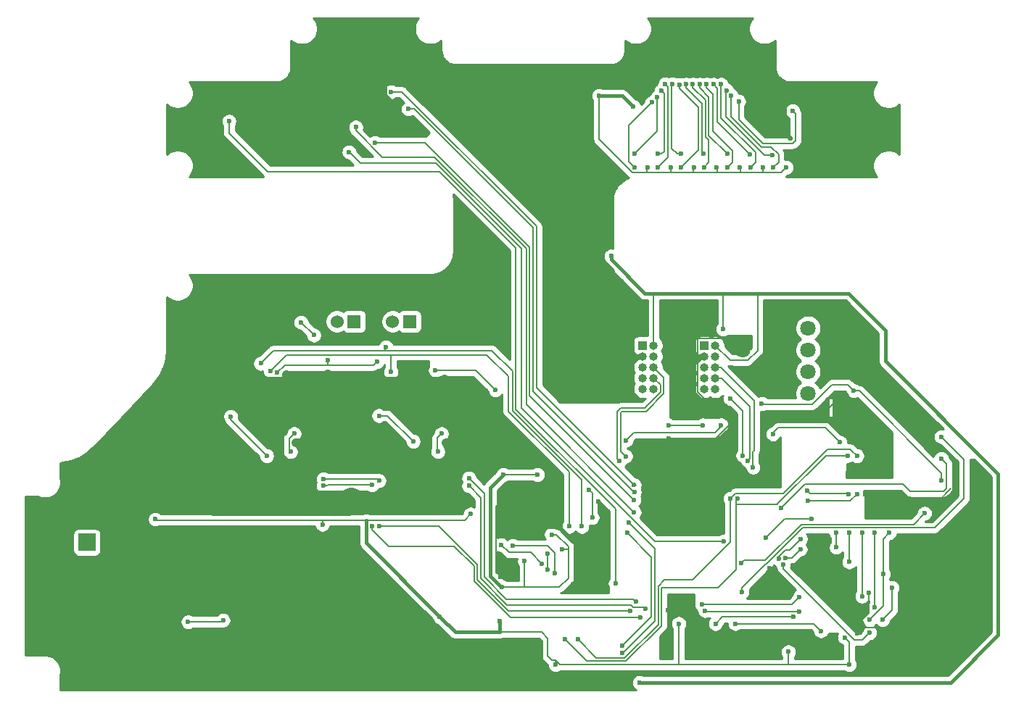
<source format=gbl>
G04 #@! TF.GenerationSoftware,KiCad,Pcbnew,(5.1.6)-1*
G04 #@! TF.CreationDate,2021-05-12T15:58:39+09:00*
G04 #@! TF.ProjectId,MainBoard_v1,4d61696e-426f-4617-9264-5f76312e6b69,rev?*
G04 #@! TF.SameCoordinates,Original*
G04 #@! TF.FileFunction,Copper,L2,Bot*
G04 #@! TF.FilePolarity,Positive*
%FSLAX46Y46*%
G04 Gerber Fmt 4.6, Leading zero omitted, Abs format (unit mm)*
G04 Created by KiCad (PCBNEW (5.1.6)-1) date 2021-05-12 15:58:39*
%MOMM*%
%LPD*%
G01*
G04 APERTURE LIST*
G04 #@! TA.AperFunction,ComponentPad*
%ADD10C,0.210000*%
G04 #@! TD*
G04 #@! TA.AperFunction,ComponentPad*
%ADD11R,2.000000X2.000000*%
G04 #@! TD*
G04 #@! TA.AperFunction,ComponentPad*
%ADD12C,2.000000*%
G04 #@! TD*
G04 #@! TA.AperFunction,ComponentPad*
%ADD13R,1.000000X1.000000*%
G04 #@! TD*
G04 #@! TA.AperFunction,ComponentPad*
%ADD14O,1.000000X1.000000*%
G04 #@! TD*
G04 #@! TA.AperFunction,ComponentPad*
%ADD15R,1.524000X1.524000*%
G04 #@! TD*
G04 #@! TA.AperFunction,ComponentPad*
%ADD16C,1.524000*%
G04 #@! TD*
G04 #@! TA.AperFunction,ComponentPad*
%ADD17C,1.800000*%
G04 #@! TD*
G04 #@! TA.AperFunction,ViaPad*
%ADD18C,0.600000*%
G04 #@! TD*
G04 #@! TA.AperFunction,Conductor*
%ADD19C,1.000000*%
G04 #@! TD*
G04 #@! TA.AperFunction,Conductor*
%ADD20C,3.000000*%
G04 #@! TD*
G04 #@! TA.AperFunction,Conductor*
%ADD21C,0.200000*%
G04 #@! TD*
G04 #@! TA.AperFunction,Conductor*
%ADD22C,0.400000*%
G04 #@! TD*
G04 #@! TA.AperFunction,Conductor*
%ADD23C,0.500000*%
G04 #@! TD*
G04 #@! TA.AperFunction,Conductor*
%ADD24C,2.000000*%
G04 #@! TD*
G04 #@! TA.AperFunction,Conductor*
%ADD25C,0.254000*%
G04 #@! TD*
G04 APERTURE END LIST*
D10*
X103620000Y-126120000D03*
X104780000Y-126120000D03*
X104780000Y-127280000D03*
X103620000Y-127280000D03*
X104200000Y-126700000D03*
X115250000Y-111750000D03*
X117550000Y-111750000D03*
X115250000Y-114050000D03*
X117550000Y-114050000D03*
X116400000Y-112900000D03*
X132450000Y-111750000D03*
X134750000Y-111750000D03*
X132450000Y-114050000D03*
X134750000Y-114050000D03*
X133600000Y-112900000D03*
D11*
X92400000Y-120500000D03*
D12*
X92400000Y-118000000D03*
D13*
X157300000Y-97500000D03*
D14*
X158570000Y-97500000D03*
X157300000Y-98770000D03*
X158570000Y-98770000D03*
X157300000Y-100040000D03*
X158570000Y-100040000D03*
X157300000Y-101310000D03*
X158570000Y-101310000D03*
X157300000Y-102580000D03*
X158570000Y-102580000D03*
D13*
X164500000Y-97520000D03*
D14*
X165770000Y-97520000D03*
X164500000Y-98790000D03*
X165770000Y-98790000D03*
X164500000Y-100060000D03*
X165770000Y-100060000D03*
X164500000Y-101330000D03*
X165770000Y-101330000D03*
X164500000Y-102600000D03*
X165770000Y-102600000D03*
D15*
X123600000Y-94700000D03*
D16*
X121600000Y-94700000D03*
D17*
X168980000Y-98030000D03*
X176600000Y-103110000D03*
X176600000Y-95490000D03*
X176600000Y-98030000D03*
X176600000Y-100570000D03*
D15*
X130100000Y-94700000D03*
D16*
X128100000Y-94700000D03*
D18*
X126300000Y-101400000D03*
X129400000Y-100600000D03*
X112600000Y-101700000D03*
X115700000Y-101700000D03*
X115700000Y-100900000D03*
X120550014Y-100800000D03*
X120549978Y-102200000D03*
X118500000Y-109800000D03*
X118500000Y-108900000D03*
X117700000Y-108900000D03*
X116800000Y-108900000D03*
X135100000Y-108900000D03*
X134300000Y-108900000D03*
X136000000Y-108900000D03*
X135100000Y-109599999D03*
X106900000Y-115600000D03*
X124200000Y-115400014D03*
X129400000Y-101400000D03*
X137250000Y-102500000D03*
X134200000Y-101400000D03*
X183700000Y-126400000D03*
X156850000Y-108600000D03*
X160300000Y-108350000D03*
X172100000Y-126350000D03*
X140700000Y-115800000D03*
X145100000Y-119600000D03*
X150250000Y-119900000D03*
X160200000Y-128400000D03*
X160300000Y-132100000D03*
X186400000Y-117600000D03*
X167500000Y-105600000D03*
X165050004Y-108699996D03*
X173850008Y-68100008D03*
X172123513Y-123481649D03*
X173100000Y-113500000D03*
X183299980Y-114862500D03*
X179900000Y-104000000D03*
X172500000Y-106350000D03*
X171700000Y-110150000D03*
X182300004Y-131149996D03*
X188000000Y-129550000D03*
X174549994Y-73300006D03*
X169500000Y-70300000D03*
X119400000Y-125900000D03*
X119500000Y-135800000D03*
X113800000Y-124900000D03*
X113800000Y-135700000D03*
X140700000Y-124500000D03*
X129370000Y-64780000D03*
X128927907Y-68872093D03*
X118350000Y-67500000D03*
X196000000Y-111800000D03*
X167700000Y-100100000D03*
X181900000Y-112300000D03*
X141500000Y-98300000D03*
X135600000Y-80700000D03*
X131900000Y-72600000D03*
X111700000Y-77400000D03*
X148500000Y-126200000D03*
X179400000Y-135800000D03*
X168350000Y-135850000D03*
X153600000Y-66900000D03*
X121200000Y-60500000D03*
X129000000Y-60600000D03*
X133600000Y-64100000D03*
X164200000Y-131200000D03*
X170400000Y-132000000D03*
X176600000Y-132100000D03*
X179800000Y-132600000D03*
X106950000Y-128250000D03*
X132300000Y-96200000D03*
X125700000Y-96600000D03*
X128600000Y-66450000D03*
X188800000Y-115800000D03*
X152150000Y-115700000D03*
X191800000Y-121200000D03*
X196650000Y-121250000D03*
X196650000Y-127450000D03*
X191700000Y-127150000D03*
X196400000Y-116250000D03*
X188700000Y-105250000D03*
X184250000Y-101250000D03*
X184150000Y-96900000D03*
X180537500Y-92762500D03*
X174400000Y-95850000D03*
X172200000Y-101700000D03*
X155000000Y-102050000D03*
X154950000Y-95550000D03*
X154800000Y-90000000D03*
X162000000Y-93750000D03*
X136700000Y-68750000D03*
X142950000Y-68600000D03*
X143000000Y-75700000D03*
X115600000Y-73150000D03*
X103950000Y-71900000D03*
X112050000Y-68350000D03*
X121400000Y-63500000D03*
X137500000Y-89250000D03*
X121750000Y-91000000D03*
X130050000Y-90800000D03*
X108700000Y-90850000D03*
X103700000Y-94800000D03*
X108800000Y-94650000D03*
X103800000Y-101650000D03*
X98750000Y-107700000D03*
X94400000Y-113300000D03*
X88175000Y-119125000D03*
X87339999Y-131600001D03*
X93300000Y-135800000D03*
X100350000Y-135800000D03*
X107000000Y-135800000D03*
X125900000Y-135800000D03*
X131850000Y-135800000D03*
X137100000Y-135800000D03*
X150900000Y-136500000D03*
X125900000Y-126950000D03*
X188100000Y-134150000D03*
X193000000Y-134200000D03*
X140850000Y-110750000D03*
X176900000Y-69300000D03*
X93750000Y-124300000D03*
X97475000Y-116225000D03*
X171200000Y-104300000D03*
X181950000Y-102800000D03*
X192150000Y-113239986D03*
X133100000Y-100400000D03*
X140100000Y-102700000D03*
X104225002Y-129800000D03*
X108300000Y-129600000D03*
X156900000Y-136900000D03*
X166650000Y-95600000D03*
X153600175Y-87069662D03*
X147900000Y-121300000D03*
X100400000Y-117800000D03*
X137200000Y-117200000D03*
X119900000Y-118400000D03*
X114600000Y-100700000D03*
X126300034Y-99400000D03*
X120500000Y-99199999D03*
X146650000Y-119600000D03*
X133600002Y-129200000D03*
X143500000Y-122700000D03*
X161500000Y-130000000D03*
X174300000Y-133300000D03*
X185400000Y-124200000D03*
X147100000Y-134800000D03*
X165800000Y-130000000D03*
X174900000Y-129200000D03*
X186100000Y-119400021D03*
X145000000Y-112600000D03*
X166450000Y-106800000D03*
X140600000Y-129700000D03*
X152199990Y-68300000D03*
X155350000Y-108599976D03*
X172500000Y-107850000D03*
X180300000Y-108800000D03*
X183800000Y-129550000D03*
X180875728Y-131624272D03*
X181400000Y-134800000D03*
X156200000Y-69600000D03*
X174050000Y-76700000D03*
X171350000Y-76700000D03*
X168650000Y-76700000D03*
X165950000Y-76700000D03*
X163250000Y-76700000D03*
X160550000Y-76700000D03*
X157850000Y-76700000D03*
X140818402Y-125700010D03*
X141000000Y-112599988D03*
X156300000Y-113799992D03*
X127920280Y-67864466D03*
X156300000Y-117000000D03*
X123800000Y-72000000D03*
X166775728Y-120375728D03*
X123000000Y-74900000D03*
X156330576Y-114647730D03*
X129935534Y-69879720D03*
X156289160Y-115537690D03*
X126012133Y-73787867D03*
X168100000Y-130000000D03*
X178100000Y-130850000D03*
X173192659Y-122421585D03*
X175710844Y-120110844D03*
X175700009Y-121300009D03*
X173984438Y-122307109D03*
X179900000Y-121100000D03*
X179900000Y-119400021D03*
X181400000Y-122800000D03*
X181400000Y-119400021D03*
X186400000Y-125800000D03*
X185300000Y-129550000D03*
X175600000Y-126900000D03*
X164186952Y-127776534D03*
X182900000Y-126800000D03*
X182900000Y-119400021D03*
X184400000Y-128100000D03*
X184400000Y-119400021D03*
X175600000Y-128600000D03*
X164575728Y-128475728D03*
X176544129Y-115685926D03*
X182300000Y-114862500D03*
X176500000Y-114500000D03*
X181300000Y-114862500D03*
X168800010Y-122900000D03*
X190200000Y-117100000D03*
X168900000Y-126300000D03*
X192149987Y-108159987D03*
X173425788Y-116522761D03*
X192150000Y-110699984D03*
X173699733Y-123109354D03*
X183800000Y-131049986D03*
X149700000Y-131850000D03*
X167500000Y-115400000D03*
X182300000Y-110399996D03*
X148200000Y-131850000D03*
X168374277Y-115374267D03*
X181225728Y-110374272D03*
X154100000Y-125300000D03*
X109000000Y-71300000D03*
X168990838Y-110356450D03*
X167500000Y-103700000D03*
X113829762Y-100483776D03*
X127900000Y-100600016D03*
X148700000Y-118649978D03*
X112700000Y-99600000D03*
X127324272Y-97700010D03*
X150200000Y-118650016D03*
X154574272Y-111025728D03*
X155298718Y-110451196D03*
X169570734Y-110956633D03*
X170170744Y-111730724D03*
X156350000Y-76700000D03*
X158385414Y-69112155D03*
X156350006Y-75100000D03*
X159000000Y-68499986D03*
X159050000Y-75100000D03*
X159455980Y-67762850D03*
X159050000Y-76700000D03*
X159914941Y-66964592D03*
X161750000Y-75100000D03*
X160759087Y-66960188D03*
X161750000Y-76700000D03*
X161557338Y-67013244D03*
X164399978Y-75100000D03*
X162357208Y-66998152D03*
X164450000Y-76700000D03*
X163157217Y-67000184D03*
X167149998Y-75100000D03*
X163957228Y-66999989D03*
X167150000Y-76700000D03*
X164757235Y-67002735D03*
X169800727Y-75149271D03*
X165557241Y-66999796D03*
X169850000Y-76700000D03*
X166450192Y-67000000D03*
X172400728Y-75249272D03*
X167125608Y-67706462D03*
X172550000Y-76700000D03*
X167640481Y-68318773D03*
X151400000Y-117599979D03*
X151042878Y-114357122D03*
X142100000Y-120900000D03*
X147000000Y-124099990D03*
X145500000Y-123000000D03*
X140800000Y-120800000D03*
X146200000Y-123700000D03*
X146200000Y-121800000D03*
X154900008Y-133400020D03*
X155664820Y-118213364D03*
X154900000Y-132600009D03*
X155500115Y-119413375D03*
X171700000Y-120000000D03*
X177000000Y-117800000D03*
X130500000Y-108700000D03*
X126499996Y-105700000D03*
X133800000Y-107800000D03*
X133382004Y-109914137D03*
X113400004Y-110400000D03*
X109200000Y-105800000D03*
X116600000Y-107800000D03*
X116182002Y-109914138D03*
X137000000Y-113900000D03*
X157600000Y-128300000D03*
X137000000Y-113000000D03*
X156482592Y-127453137D03*
X120000000Y-113900000D03*
X125700000Y-113800000D03*
X125700000Y-118600000D03*
X157000000Y-129300000D03*
X120000000Y-113100000D03*
X126500000Y-113300000D03*
X126500000Y-118600000D03*
X155799409Y-128504628D03*
X160300000Y-106850000D03*
X164300000Y-106800000D03*
X118900004Y-96300000D03*
X117400000Y-94800000D03*
X168500000Y-69000000D03*
X174800000Y-70100000D03*
D19*
X129400000Y-101400000D02*
X129400000Y-101400000D01*
X115300000Y-101700000D02*
X112600000Y-101700000D01*
X115700000Y-101700000D02*
X115300000Y-101700000D01*
X115700000Y-101700000D02*
X115700000Y-100900000D01*
X120550000Y-101950000D02*
X120550000Y-100800000D01*
X120049978Y-101700000D02*
X120549978Y-102200000D01*
X113900000Y-115400000D02*
X116400000Y-112900000D01*
X118500000Y-109800000D02*
X118500000Y-108900000D01*
X118500000Y-108800000D02*
X118400000Y-108800000D01*
X118500000Y-108900000D02*
X118400000Y-108800000D01*
X118500000Y-108900000D02*
X117700000Y-108900000D01*
X118500000Y-108900000D02*
X118500000Y-108900000D01*
X117700000Y-108900000D02*
X116800000Y-108900000D01*
X116800000Y-108900000D02*
X116800000Y-108900000D01*
X118500000Y-110800000D02*
X118500000Y-109800000D01*
X116400000Y-112900000D02*
X118500000Y-110800000D01*
X132450000Y-114050000D02*
X134750000Y-111750000D01*
X135100000Y-111400000D02*
X135100000Y-108900000D01*
X134750000Y-111750000D02*
X135100000Y-111400000D01*
X135100000Y-108900000D02*
X134300000Y-108900000D01*
X135100000Y-108900000D02*
X136000000Y-108900000D01*
D20*
X103500000Y-115600000D02*
X106900000Y-115600000D01*
D19*
X124200000Y-115400014D02*
X124200000Y-115400014D01*
X131099986Y-115400014D02*
X132450000Y-114050000D01*
X124200000Y-115400014D02*
X131099986Y-115400014D01*
D20*
X98500000Y-115600000D02*
X104200000Y-115600000D01*
D19*
X112600000Y-101700000D02*
X110900000Y-101700000D01*
X118500000Y-108900000D02*
X118500000Y-101700000D01*
X115700000Y-101700000D02*
X118500000Y-101700000D01*
X118500000Y-101700000D02*
X120049978Y-101700000D01*
D20*
X98100000Y-115600000D02*
X98700000Y-115600000D01*
X94800000Y-118000000D02*
X95700000Y-118000000D01*
X95700000Y-118000000D02*
X97475000Y-116225000D01*
D19*
X129400000Y-101400000D02*
X129400000Y-100600000D01*
D20*
X106900000Y-115600000D02*
X107200001Y-115900001D01*
X122899999Y-115900001D02*
X123200000Y-115600000D01*
X107200001Y-115900001D02*
X122899999Y-115900001D01*
D19*
X129400000Y-101400000D02*
X129099999Y-101700001D01*
X127199998Y-101700000D02*
X127199999Y-101700001D01*
X125400000Y-101700000D02*
X126000001Y-101699999D01*
X125400000Y-101700000D02*
X127199998Y-101700000D01*
X120049978Y-101700000D02*
X125400000Y-101700000D01*
X127199999Y-101700001D02*
X126600001Y-101700001D01*
X129400000Y-101400000D02*
X129700000Y-101700000D01*
X133900000Y-101700000D02*
X134200000Y-101400000D01*
X129700000Y-101700000D02*
X133900000Y-101700000D01*
X134200000Y-101400000D02*
X134500000Y-101700000D01*
X136450000Y-101700000D02*
X137250000Y-102500000D01*
X134500000Y-101700000D02*
X136450000Y-101700000D01*
X136449999Y-101700001D02*
X136450000Y-101700000D01*
X128300001Y-101700001D02*
X136449999Y-101700001D01*
X128300001Y-101700001D02*
X127199999Y-101700001D01*
X129099999Y-101700001D02*
X128300001Y-101700001D01*
D21*
X156850000Y-108600000D02*
X160050000Y-108600000D01*
X160050000Y-108600000D02*
X160300000Y-108350000D01*
X140199999Y-116300001D02*
X140700000Y-115800000D01*
X144675735Y-119599999D02*
X140199999Y-119599999D01*
X145100000Y-119600000D02*
X144675735Y-119599999D01*
X140199999Y-119599999D02*
X140199999Y-116300001D01*
X145100000Y-119600000D02*
X145800000Y-118900000D01*
X148861998Y-119900000D02*
X150250000Y-119900000D01*
X147861998Y-118900000D02*
X148861998Y-119900000D01*
X145800000Y-118900000D02*
X147861998Y-118900000D01*
X160200000Y-128400000D02*
X160200000Y-132000000D01*
X160200000Y-132000000D02*
X160300000Y-132100000D01*
X167500000Y-106638002D02*
X165788002Y-108350000D01*
X167500000Y-105600000D02*
X167500000Y-106638002D01*
X165788002Y-108350000D02*
X165050000Y-108350000D01*
X165050000Y-108350000D02*
X160300000Y-108350000D01*
X165050000Y-108350000D02*
X165050000Y-108699992D01*
X165050000Y-108699992D02*
X165050004Y-108699996D01*
X163790000Y-98790000D02*
X164500000Y-98790000D01*
X163699999Y-98699999D02*
X163790000Y-98790000D01*
X163759999Y-96719999D02*
X163699999Y-96779999D01*
X167669999Y-96719999D02*
X163759999Y-96719999D01*
X163699999Y-96779999D02*
X163699999Y-98699999D01*
X168980000Y-98030000D02*
X167669999Y-96719999D01*
X166315998Y-105600000D02*
X167500000Y-105600000D01*
X163699999Y-102984001D02*
X166315998Y-105600000D01*
X163699999Y-99590001D02*
X163699999Y-102984001D01*
X164500000Y-98790000D02*
X163699999Y-99590001D01*
X172100000Y-123505162D02*
X172123513Y-123481649D01*
X172100000Y-126350000D02*
X172100000Y-123505162D01*
X173100000Y-113500000D02*
X171700000Y-112100000D01*
X183662500Y-114862500D02*
X183299980Y-114862500D01*
X186400000Y-117600000D02*
X183662500Y-114862500D01*
D22*
X155670000Y-98770000D02*
X155600000Y-98700000D01*
X157300000Y-98770000D02*
X155670000Y-98770000D01*
D21*
X186400000Y-117600000D02*
X188200000Y-115800000D01*
X191743700Y-115800000D02*
X193300000Y-114243700D01*
X188200000Y-115800000D02*
X188800000Y-115800000D01*
X171700000Y-107150000D02*
X172500000Y-106350000D01*
X177550000Y-106350000D02*
X179900000Y-104000000D01*
X172500000Y-106350000D02*
X177550000Y-106350000D01*
X171700000Y-112100000D02*
X171700000Y-110150000D01*
X171700000Y-110150000D02*
X171700000Y-107150000D01*
X183700000Y-128761998D02*
X182300004Y-130161994D01*
X183700000Y-126400000D02*
X183700000Y-128761998D01*
X182300004Y-130161994D02*
X182300004Y-131149996D01*
X183000015Y-130449985D02*
X182300004Y-131149996D01*
X187100015Y-130449985D02*
X183000015Y-130449985D01*
X188000000Y-129550000D02*
X187100015Y-130449985D01*
D23*
X173850008Y-72600020D02*
X174549994Y-73300006D01*
X173850008Y-68100008D02*
X173850008Y-72600020D01*
D21*
X171699992Y-68100008D02*
X173850008Y-68100008D01*
X169500000Y-70300000D02*
X171699992Y-68100008D01*
D22*
X170530000Y-64780000D02*
X173850008Y-68100008D01*
X152620000Y-64780000D02*
X170530000Y-64780000D01*
X119400000Y-125900000D02*
X119400000Y-135700000D01*
X119400000Y-135700000D02*
X119500000Y-135800000D01*
X113800000Y-124900000D02*
X113800000Y-135700000D01*
D21*
X140199999Y-119599999D02*
X140199999Y-123999999D01*
X140199999Y-123999999D02*
X140400001Y-124200001D01*
X140400001Y-124200001D02*
X140700000Y-124500000D01*
D22*
X127891905Y-68872093D02*
X128927907Y-68872093D01*
X127220279Y-68200467D02*
X127891905Y-68872093D01*
X129370000Y-64780000D02*
X127220279Y-66929721D01*
X118770279Y-67920279D02*
X118350000Y-67500000D01*
X127220279Y-67920279D02*
X118770279Y-67920279D01*
X127220279Y-67920279D02*
X127220279Y-68200467D01*
X127220279Y-66929721D02*
X127220279Y-67920279D01*
D23*
X149000000Y-84000000D02*
X149000000Y-64900000D01*
X153800000Y-88800000D02*
X149000000Y-84000000D01*
X155600000Y-98700000D02*
X153800000Y-96900000D01*
X153800000Y-96900000D02*
X153800000Y-88800000D01*
D22*
X129370000Y-64780000D02*
X152620000Y-64780000D01*
D21*
X188800000Y-115800000D02*
X191743700Y-115800000D01*
D20*
X97475000Y-116225000D02*
X98100000Y-115600000D01*
D24*
X92400000Y-118000000D02*
X95700000Y-118000000D01*
D21*
X182550000Y-102800000D02*
X192150000Y-112400000D01*
X192150000Y-112400000D02*
X192150000Y-113239986D01*
X181950000Y-102800000D02*
X182550000Y-102800000D01*
X181250000Y-102100000D02*
X181950000Y-102800000D01*
X179400000Y-102100000D02*
X181250000Y-102100000D01*
X171200000Y-104300000D02*
X171300000Y-104400000D01*
X177100000Y-104400000D02*
X179400000Y-102100000D01*
X171300000Y-104400000D02*
X177100000Y-104400000D01*
X137800000Y-100400000D02*
X140100000Y-102700000D01*
X133100000Y-100400000D02*
X137800000Y-100400000D01*
X104225002Y-129800000D02*
X108100000Y-129800000D01*
X108100000Y-129800000D02*
X108300000Y-129600000D01*
D22*
X170177106Y-91400000D02*
X169800000Y-91400000D01*
D21*
X169556001Y-99230001D02*
X170700000Y-98086002D01*
X165770000Y-97520000D02*
X167480001Y-99230001D01*
X167480001Y-99230001D02*
X169556001Y-99230001D01*
X170700000Y-98086002D02*
X170700000Y-91400000D01*
D22*
X170700000Y-91400000D02*
X169800000Y-91400000D01*
D21*
X158570000Y-97500000D02*
X158570000Y-91530000D01*
X158570000Y-91530000D02*
X158700000Y-91400000D01*
X166700000Y-91400000D02*
X166700000Y-95550000D01*
X166700000Y-95550000D02*
X166650000Y-95600000D01*
D22*
X166700000Y-91400000D02*
X158700000Y-91400000D01*
X169800000Y-91400000D02*
X166700000Y-91400000D01*
X157506249Y-91400000D02*
X153600175Y-87493926D01*
X153600175Y-87493926D02*
X153600175Y-87069662D01*
X158700000Y-91400000D02*
X157506249Y-91400000D01*
X181300000Y-91400000D02*
X170700000Y-91400000D01*
X193250000Y-136900000D02*
X198800000Y-131350000D01*
X185635540Y-95735540D02*
X181300000Y-91400000D01*
X198800000Y-131350000D02*
X198800000Y-112500000D01*
X198800000Y-112500000D02*
X185635540Y-99335540D01*
X156900000Y-136900000D02*
X193250000Y-136900000D01*
X185635540Y-99335540D02*
X185635540Y-95735540D01*
D21*
X120324264Y-117900011D02*
X119900000Y-117900011D01*
X137200000Y-117200000D02*
X136499989Y-117900011D01*
X110700000Y-117900000D02*
X113500000Y-117900000D01*
X119475736Y-117900011D02*
X119900000Y-117900011D01*
X113300000Y-117900000D02*
X113300011Y-117900011D01*
X113300011Y-117900011D02*
X119475736Y-117900011D01*
X100500000Y-117900000D02*
X100400000Y-117800000D01*
X110700000Y-117900000D02*
X100500000Y-117900000D01*
X120500000Y-99800000D02*
X115500000Y-99800000D01*
X115500000Y-99800000D02*
X114600000Y-100700000D01*
X120500000Y-99800000D02*
X125900034Y-99800000D01*
X125900034Y-99800000D02*
X126300034Y-99400000D01*
X120500000Y-99199999D02*
X120500000Y-99800000D01*
X119900000Y-118400000D02*
X119900000Y-117900011D01*
X148600000Y-121300000D02*
X147900000Y-121300000D01*
X147200000Y-119600000D02*
X146650000Y-119600000D01*
X148600000Y-121300000D02*
X148600000Y-121000000D01*
X148600000Y-121000000D02*
X147200000Y-119600000D01*
D22*
X133600002Y-129200000D02*
X135400002Y-131000000D01*
D21*
X161500000Y-134800000D02*
X161500000Y-130000000D01*
X147100000Y-134800000D02*
X147100000Y-134300000D01*
X165800000Y-130000000D02*
X166600000Y-129200000D01*
X166600000Y-129200000D02*
X174900000Y-129200000D01*
X185400000Y-124200000D02*
X185400000Y-120100021D01*
X185400000Y-120100021D02*
X186100000Y-119400021D01*
D22*
X140600000Y-131000000D02*
X140600000Y-129700000D01*
X135400002Y-131000000D02*
X140600000Y-131000000D01*
D21*
X146200000Y-133800000D02*
X146700000Y-134300000D01*
X140600000Y-131000000D02*
X145500000Y-131000000D01*
X146700000Y-134300000D02*
X147100000Y-134300000D01*
X146200000Y-131700000D02*
X146200000Y-133800000D01*
X145500000Y-131000000D02*
X146200000Y-131700000D01*
X143500000Y-125600000D02*
X143569872Y-125669872D01*
X143500000Y-122700000D02*
X143500000Y-125600000D01*
D23*
X152300000Y-68300000D02*
X152199990Y-68300000D01*
D21*
X166450000Y-106800000D02*
X166450000Y-107000000D01*
X156249976Y-107700000D02*
X155350000Y-108599976D01*
X166450000Y-107000000D02*
X165750000Y-107700000D01*
X165750000Y-107700000D02*
X156249976Y-107700000D01*
X172500000Y-107727026D02*
X172500000Y-107850000D01*
X173111978Y-107115048D02*
X172500000Y-107727026D01*
X178615048Y-107115048D02*
X173111978Y-107115048D01*
X180300000Y-108800000D02*
X178615048Y-107115048D01*
X185400000Y-127950000D02*
X185400000Y-124200000D01*
X183800000Y-129550000D02*
X185400000Y-127950000D01*
X181400000Y-132148544D02*
X180875728Y-131624272D01*
X181400000Y-134800000D02*
X181400000Y-134800000D01*
X174300000Y-134800010D02*
X174300000Y-133300000D01*
X155519406Y-134800024D02*
X181399976Y-134800024D01*
X155519387Y-134800043D02*
X155519406Y-134800024D01*
X147100000Y-134300000D02*
X147600043Y-134800043D01*
X181399976Y-134800024D02*
X181400000Y-134800000D01*
X147600043Y-134800043D02*
X155519387Y-134800043D01*
X181400000Y-134800000D02*
X181400000Y-132148544D01*
D22*
X152199990Y-68300000D02*
X154900000Y-68300000D01*
X154900000Y-68300000D02*
X156200000Y-69600000D01*
D21*
X152199990Y-73437992D02*
X156061999Y-77300001D01*
X173449999Y-77300001D02*
X174050000Y-76700000D01*
X152199990Y-68300000D02*
X152199990Y-73437992D01*
X171300001Y-77300001D02*
X171300001Y-76749999D01*
X171300001Y-77300001D02*
X173449999Y-77300001D01*
X171300001Y-76749999D02*
X171350000Y-76700000D01*
X168700001Y-76750001D02*
X168650000Y-76700000D01*
X168700001Y-77300001D02*
X168700001Y-76750001D01*
X168700001Y-77300001D02*
X171300001Y-77300001D01*
X165999999Y-77300001D02*
X165999999Y-76749999D01*
X165999999Y-77300001D02*
X168700001Y-77300001D01*
X165999999Y-76749999D02*
X165950000Y-76700000D01*
X163200001Y-76749999D02*
X163250000Y-76700000D01*
X163200001Y-77300001D02*
X163200001Y-76749999D01*
X163200001Y-77300001D02*
X165999999Y-77300001D01*
X160600001Y-76750001D02*
X160550000Y-76700000D01*
X160600001Y-77300001D02*
X160600001Y-76750001D01*
X160600001Y-77300001D02*
X163200001Y-77300001D01*
X157799999Y-77300001D02*
X157799999Y-76750001D01*
X157799999Y-76750001D02*
X157850000Y-76700000D01*
X157799999Y-77300001D02*
X160600001Y-77300001D01*
X156061999Y-77300001D02*
X157799999Y-77300001D01*
X141242666Y-125700010D02*
X140818402Y-125700010D01*
X143569872Y-125669872D02*
X143539734Y-125700010D01*
D22*
X124999999Y-117900021D02*
X124999989Y-117900011D01*
X124999999Y-120599997D02*
X124999999Y-117900021D01*
X133600002Y-129200000D02*
X124999999Y-120599997D01*
D21*
X136499989Y-117900011D02*
X124999989Y-117900011D01*
X124999989Y-117900011D02*
X120324264Y-117900011D01*
X148600000Y-121300000D02*
X148600000Y-124669872D01*
X143600000Y-125700000D02*
X143569872Y-125669872D01*
X148600000Y-124669872D02*
X147569872Y-125700000D01*
X143899990Y-125700010D02*
X143900000Y-125700000D01*
X143300010Y-125700010D02*
X143899990Y-125700010D01*
X143539734Y-125700010D02*
X143300010Y-125700010D01*
X143300010Y-125700010D02*
X141242666Y-125700010D01*
X147569872Y-125700000D02*
X143900000Y-125700000D01*
X143900000Y-125700000D02*
X143600000Y-125700000D01*
D22*
X139499999Y-124411725D02*
X139499999Y-114099989D01*
X141000000Y-112500000D02*
X141000000Y-112599988D01*
X140788274Y-125700000D02*
X139499999Y-124411725D01*
D21*
X141000012Y-112600000D02*
X141000000Y-112599988D01*
X145000000Y-112600000D02*
X141000012Y-112600000D01*
D22*
X139499999Y-114099989D02*
X141000000Y-112599988D01*
D21*
X156499992Y-113799992D02*
X156300000Y-113799992D01*
X144900000Y-83600000D02*
X144900000Y-102399992D01*
X127920280Y-67864466D02*
X129164466Y-67864466D01*
X144900000Y-102399992D02*
X156300000Y-113799992D01*
X129164466Y-67864466D02*
X144900000Y-83600000D01*
X126875747Y-75500011D02*
X123800000Y-72424264D01*
X133000011Y-75500011D02*
X126875747Y-75500011D01*
X156300000Y-117000000D02*
X143699967Y-104399967D01*
X123800000Y-72424264D02*
X123800000Y-72000000D01*
X143699967Y-86199967D02*
X133000011Y-75500011D01*
X143699967Y-104399967D02*
X143699967Y-86199967D01*
X123299999Y-75199999D02*
X123000000Y-74900000D01*
X143100000Y-86165700D02*
X133134322Y-76200022D01*
X124300022Y-76200022D02*
X123299999Y-75199999D01*
X143100000Y-104800000D02*
X143100000Y-86165700D01*
X158675728Y-120375728D02*
X143100000Y-104800000D01*
X166775728Y-120375728D02*
X158675728Y-120375728D01*
X133134322Y-76200022D02*
X124300022Y-76200022D01*
X144499989Y-83765689D02*
X130614020Y-69879720D01*
X156247729Y-114647730D02*
X144499989Y-102899990D01*
X144499989Y-102899990D02*
X144499989Y-83765689D01*
X130614020Y-69879720D02*
X129935534Y-69879720D01*
X156330576Y-114647730D02*
X156247729Y-114647730D01*
X126436397Y-73787867D02*
X126012133Y-73787867D01*
X131887867Y-73787867D02*
X126436397Y-73787867D01*
X144099978Y-85999978D02*
X131887867Y-73787867D01*
X156289160Y-115537690D02*
X144099978Y-103348508D01*
X144099978Y-103348508D02*
X144099978Y-85999978D01*
X168100000Y-130000000D02*
X177250000Y-130000000D01*
X177250000Y-130000000D02*
X178100000Y-130850000D01*
X174465117Y-121396032D02*
X175710844Y-120150305D01*
X175710844Y-120150305D02*
X175710844Y-120110844D01*
X173192659Y-122421585D02*
X173192659Y-122192443D01*
X173989070Y-121396032D02*
X174465117Y-121396032D01*
X173192659Y-122192443D02*
X173989070Y-121396032D01*
X175700009Y-121300009D02*
X174692909Y-122307109D01*
X174692909Y-122307109D02*
X173984438Y-122307109D01*
X179900000Y-121100000D02*
X179900000Y-119400021D01*
X181400000Y-122800000D02*
X181400000Y-119400021D01*
X186400000Y-125800000D02*
X186400000Y-128450000D01*
X186400000Y-128450000D02*
X185300000Y-129550000D01*
X174723466Y-127776534D02*
X164186952Y-127776534D01*
X175600000Y-126900000D02*
X174723466Y-127776534D01*
X182900000Y-126800000D02*
X182900000Y-119400021D01*
X184400000Y-128100000D02*
X184400000Y-119400021D01*
X164700000Y-128600000D02*
X164575728Y-128475728D01*
X175600000Y-128600000D02*
X164700000Y-128600000D01*
D23*
X92200000Y-120700000D02*
X92400000Y-120500000D01*
D21*
X181476574Y-115685926D02*
X182300000Y-114862500D01*
X176544129Y-115685926D02*
X181476574Y-115685926D01*
X176825735Y-114825735D02*
X176500000Y-114500000D01*
X176825735Y-114825735D02*
X181263235Y-114825735D01*
X181263235Y-114825735D02*
X181300000Y-114862500D01*
X168800010Y-122900000D02*
X169100009Y-122600001D01*
X171599999Y-122600001D02*
X175800000Y-118400000D01*
X169100009Y-122600001D02*
X171599999Y-122600001D01*
X175800000Y-118400000D02*
X188900000Y-118400000D01*
X188900000Y-118400000D02*
X190200000Y-117100000D01*
X194800000Y-110810000D02*
X192149987Y-108159987D01*
X194800000Y-115400000D02*
X194800000Y-110810000D01*
X168900000Y-125765700D02*
X171665688Y-123000012D01*
X175965689Y-118800011D02*
X191399989Y-118800011D01*
X191399989Y-118800011D02*
X194800000Y-115400000D01*
X168900000Y-126300000D02*
X168900000Y-125765700D01*
X171665688Y-123000012D02*
X171765688Y-123000012D01*
X171765688Y-123000012D02*
X175965689Y-118800011D01*
X187700000Y-113700000D02*
X188540001Y-114540001D01*
X188540001Y-114540001D02*
X192438001Y-114540001D01*
X173425788Y-116522761D02*
X176248549Y-113700000D01*
X192750001Y-114228001D02*
X192750001Y-111299985D01*
X192750001Y-111299985D02*
X192150000Y-110699984D01*
X176248549Y-113700000D02*
X187700000Y-113700000D01*
X192438001Y-114540001D02*
X192750001Y-114228001D01*
X182949986Y-131900000D02*
X183800000Y-131049986D01*
X182000000Y-131900000D02*
X182949986Y-131900000D01*
X173699733Y-123599733D02*
X182000000Y-131900000D01*
X173699733Y-123109354D02*
X173699733Y-123599733D01*
X151850021Y-134000021D02*
X155188009Y-134000021D01*
X159100021Y-130088009D02*
X159100021Y-125634279D01*
X163100000Y-124900000D02*
X167500000Y-120500000D01*
X155188009Y-134000021D02*
X159100021Y-130088009D01*
X149700000Y-131850000D02*
X151850021Y-134000021D01*
X159100021Y-125634279D02*
X159834300Y-124900000D01*
X159834300Y-124900000D02*
X163100000Y-124900000D01*
X167500000Y-120500000D02*
X167500000Y-115400000D01*
X168125734Y-114774266D02*
X173725734Y-114774266D01*
X173725734Y-114774266D02*
X178899999Y-109600001D01*
X181500005Y-109600001D02*
X182300000Y-110399996D01*
X178899999Y-109600001D02*
X181500005Y-109600001D01*
X167500000Y-115400000D02*
X168125734Y-114774266D01*
X168200000Y-123665700D02*
X168200000Y-116700000D01*
X150750032Y-134400032D02*
X155353698Y-134400032D01*
X155353698Y-134400032D02*
X159500032Y-130253698D01*
X148200000Y-131850000D02*
X150750032Y-134400032D01*
X159500032Y-130253698D02*
X159500032Y-125799970D01*
X166065730Y-125799970D02*
X168200000Y-123665700D01*
X159500032Y-125799970D02*
X166065730Y-125799970D01*
X168200000Y-116700000D02*
X168200000Y-115548544D01*
X168200000Y-115548544D02*
X168374277Y-115374267D01*
X168200011Y-116100011D02*
X173000000Y-116100011D01*
X168200000Y-116100000D02*
X168200011Y-116100011D01*
X178691428Y-110374272D02*
X181225728Y-110374272D01*
X172965689Y-116100011D02*
X178691428Y-110374272D01*
X154100000Y-116565700D02*
X142500000Y-104965700D01*
X109000000Y-72700000D02*
X109000000Y-71300000D01*
X154100000Y-125300000D02*
X154100000Y-116565700D01*
X113500011Y-77200011D02*
X109000000Y-72700000D01*
X142500000Y-104965700D02*
X142500000Y-86131400D01*
X142500000Y-86131400D02*
X133568611Y-77200011D01*
X133568611Y-77200011D02*
X113500011Y-77200011D01*
X168990838Y-110356450D02*
X168990838Y-105190838D01*
X168990838Y-105190838D02*
X167500000Y-103700000D01*
X113829762Y-100483776D02*
X115713539Y-98599999D01*
X115713539Y-98599999D02*
X126788001Y-98599999D01*
X127900000Y-98599999D02*
X127900000Y-100600016D01*
X126788001Y-98599999D02*
X127900000Y-98599999D01*
X148700000Y-112297100D02*
X148700000Y-118649978D01*
X141600000Y-101100000D02*
X141600000Y-105197100D01*
X141600000Y-105197100D02*
X148700000Y-112297100D01*
X139100000Y-98600000D02*
X141600000Y-101100000D01*
X126788001Y-98599999D02*
X139100000Y-98600000D01*
X112700000Y-99600000D02*
X114200000Y-98100000D01*
X114200000Y-98100000D02*
X126900000Y-98100000D01*
X126900000Y-98100000D02*
X126900010Y-98100010D01*
X126900000Y-98100000D02*
X127200000Y-98100000D01*
X127200000Y-97824282D02*
X127324272Y-97700010D01*
X127200000Y-98100000D02*
X127200000Y-97824282D01*
X150200000Y-113231400D02*
X150200000Y-118650016D01*
X142099989Y-100499989D02*
X142099989Y-105131389D01*
X127200000Y-98100000D02*
X139700000Y-98100000D01*
X139700000Y-98100000D02*
X142099989Y-100499989D01*
X142099989Y-105131389D02*
X150200000Y-113231400D01*
X157534010Y-104799992D02*
X154734310Y-104799992D01*
X159370001Y-102110001D02*
X159370001Y-102964001D01*
X159370001Y-102964001D02*
X157534010Y-104799992D01*
X154734310Y-104799992D02*
X154274273Y-105260029D01*
X154274273Y-110725729D02*
X154574272Y-111025728D01*
X154274273Y-105260029D02*
X154274273Y-110725729D01*
X158570000Y-101310000D02*
X159370001Y-102110001D01*
X159770011Y-103129690D02*
X157699700Y-105200000D01*
X154749998Y-109902476D02*
X155298718Y-110451196D01*
X157699700Y-105200000D02*
X154900000Y-105200000D01*
X158570000Y-100040000D02*
X159770011Y-101240011D01*
X154749998Y-105350002D02*
X154749998Y-109902476D01*
X159770011Y-101240011D02*
X159770011Y-103129690D01*
X154900000Y-105200000D02*
X154749998Y-105350002D01*
X169770733Y-104623627D02*
X169770733Y-110756634D01*
X169770733Y-110756634D02*
X169570734Y-110956633D01*
X166477106Y-101330000D02*
X169770733Y-104623627D01*
X165770000Y-101330000D02*
X166477106Y-101330000D01*
X170170744Y-109929256D02*
X170170744Y-111730724D01*
X165810000Y-100100000D02*
X166400000Y-100100000D01*
X165770000Y-100060000D02*
X165810000Y-100100000D01*
X166400000Y-100100000D02*
X170300000Y-104000000D01*
X170300000Y-104000000D02*
X170300000Y-109800000D01*
X170300000Y-109800000D02*
X170170744Y-109929256D01*
X155700000Y-76050000D02*
X155700000Y-71797569D01*
X156350000Y-76700000D02*
X155700000Y-76050000D01*
X155700000Y-71797569D02*
X158385414Y-69112155D01*
X159000000Y-72450006D02*
X159000000Y-68499986D01*
X156350006Y-75100000D02*
X159000000Y-72450006D01*
X159799999Y-74800001D02*
X159799999Y-68106869D01*
X159500000Y-75100000D02*
X159799999Y-74800001D01*
X159799999Y-68106869D02*
X159455980Y-67762850D01*
X159050000Y-75100000D02*
X159500000Y-75100000D01*
X160214940Y-67264591D02*
X159914941Y-66964592D01*
X160214940Y-75535060D02*
X160214940Y-67264591D01*
X159050000Y-76700000D02*
X160214940Y-75535060D01*
X160700051Y-74500051D02*
X160700051Y-67019224D01*
X161750000Y-75100000D02*
X161300000Y-75100000D01*
X160700051Y-67019224D02*
X160759087Y-66960188D01*
X161300000Y-75100000D02*
X160700051Y-74500051D01*
X161557338Y-67437508D02*
X161557338Y-67013244D01*
X163782213Y-69662383D02*
X161557338Y-67437508D01*
X161750000Y-76700000D02*
X163782213Y-74667787D01*
X163782213Y-74667787D02*
X163782213Y-69662383D01*
X164199978Y-74900000D02*
X164199978Y-69265186D01*
X164199978Y-69265186D02*
X162357208Y-67422416D01*
X164399978Y-75100000D02*
X164199978Y-74900000D01*
X162357208Y-67422416D02*
X162357208Y-66998152D01*
X164599989Y-68867220D02*
X163157217Y-67424448D01*
X164450000Y-76700000D02*
X164999988Y-76150012D01*
X164999988Y-76150012D02*
X164999988Y-73515688D01*
X163157217Y-67424448D02*
X163157217Y-67000184D01*
X164999988Y-73515688D02*
X164599989Y-73115689D01*
X164599989Y-73115689D02*
X164599989Y-68867220D01*
X165000000Y-68467025D02*
X163957228Y-67424253D01*
X165000000Y-72950002D02*
X165000000Y-68467025D01*
X163957228Y-67424253D02*
X163957228Y-66999989D01*
X167149998Y-75100000D02*
X165000000Y-72950002D01*
X165499999Y-72499999D02*
X165499999Y-68169763D01*
X167150000Y-76700000D02*
X167750012Y-76099988D01*
X165499999Y-68169763D02*
X164757235Y-67426999D01*
X167750012Y-74750012D02*
X165499999Y-72499999D01*
X164757235Y-67426999D02*
X164757235Y-67002735D01*
X167750012Y-76099988D02*
X167750012Y-74750012D01*
X165999989Y-71348533D02*
X165999989Y-67442544D01*
X165999989Y-67442544D02*
X165557241Y-66999796D01*
X169800727Y-75149271D02*
X165999989Y-71348533D01*
X170450008Y-74950008D02*
X166450192Y-70950192D01*
X169850000Y-76700000D02*
X170450008Y-76099992D01*
X170450008Y-76099992D02*
X170450008Y-74950008D01*
X166450192Y-70950192D02*
X166450192Y-67000000D01*
X167024696Y-70756096D02*
X167024696Y-67807374D01*
X171517872Y-75249272D02*
X167024696Y-70756096D01*
X172400728Y-75249272D02*
X171517872Y-75249272D01*
X167024696Y-67807374D02*
X167125608Y-67706462D01*
X173150001Y-76099999D02*
X173150001Y-75150001D01*
X172300018Y-74300018D02*
X171134318Y-74300018D01*
X171134318Y-74300018D02*
X167640481Y-70806181D01*
X172550000Y-76700000D02*
X173150001Y-76099999D01*
X167640481Y-70806181D02*
X167640481Y-68318773D01*
X173150001Y-75150001D02*
X172300018Y-74300018D01*
X151400000Y-114714244D02*
X151042878Y-114357122D01*
X151400000Y-117599979D02*
X151400000Y-114714244D01*
X147000000Y-121711998D02*
X147000000Y-124099990D01*
X142100000Y-120900000D02*
X146188002Y-120900000D01*
X146188002Y-120900000D02*
X147000000Y-121711998D01*
X145500000Y-123000000D02*
X144200000Y-121700000D01*
X141700000Y-121700000D02*
X140800000Y-120800000D01*
X144200000Y-121700000D02*
X141700000Y-121700000D01*
X146200000Y-123700000D02*
X146200000Y-121800000D01*
X154900008Y-133400020D02*
X154900008Y-133400000D01*
X158700010Y-129688001D02*
X158700010Y-121248554D01*
X154988011Y-133400000D02*
X158700010Y-129688001D01*
X154900008Y-133400000D02*
X154988011Y-133400000D01*
X158700010Y-121248554D02*
X155664820Y-118213364D01*
X154900000Y-132600009D02*
X158300000Y-129200009D01*
X158300000Y-129200009D02*
X158300000Y-122213260D01*
X158300000Y-122213260D02*
X155500115Y-119413375D01*
X171700000Y-120000000D02*
X173900000Y-117800000D01*
X173900000Y-117800000D02*
X177000000Y-117800000D01*
X130500000Y-108700000D02*
X127500000Y-105700000D01*
X127500000Y-105700000D02*
X126499996Y-105700000D01*
X133300000Y-108300000D02*
X133800000Y-107800000D01*
X133382004Y-109914137D02*
X133300000Y-109832133D01*
X133300000Y-109832133D02*
X133300000Y-108300000D01*
X109200000Y-106199996D02*
X109200000Y-105800000D01*
X113400004Y-110400000D02*
X109200000Y-106199996D01*
X116600000Y-107800000D02*
X116000000Y-108400000D01*
X116000000Y-109732136D02*
X116182002Y-109914138D01*
X116000000Y-108400000D02*
X116000000Y-109732136D01*
X138399989Y-115299989D02*
X138399989Y-124735301D01*
X155941441Y-127799988D02*
X156194591Y-128053138D01*
X137000000Y-113900000D02*
X138399989Y-115299989D01*
X138399989Y-124735301D02*
X141464676Y-127799988D01*
X141464676Y-127799988D02*
X155941441Y-127799988D01*
X156194591Y-128053138D02*
X157353138Y-128053138D01*
X157353138Y-128053138D02*
X157600000Y-128300000D01*
X138800000Y-114800000D02*
X138800000Y-124569612D01*
X138800000Y-124569612D02*
X141383526Y-127153138D01*
X137000000Y-113000000D02*
X138800000Y-114800000D01*
X156182593Y-127153138D02*
X156482592Y-127453137D01*
X141383526Y-127153138D02*
X156182593Y-127153138D01*
X120524264Y-113800000D02*
X125700000Y-113800000D01*
X120000000Y-113900000D02*
X120424264Y-113900000D01*
X120424264Y-113900000D02*
X120524264Y-113800000D01*
X125700000Y-119024264D02*
X127675736Y-121000000D01*
X125700000Y-118600000D02*
X125700000Y-119024264D01*
X137599967Y-125066679D02*
X141833288Y-129300000D01*
X137599967Y-123297067D02*
X137599967Y-125066679D01*
X135302900Y-121000000D02*
X137599967Y-123297067D01*
X141833288Y-129300000D02*
X157000000Y-129300000D01*
X127675736Y-121000000D02*
X135302900Y-121000000D01*
X120000000Y-113100000D02*
X126300000Y-113100000D01*
X126300000Y-113100000D02*
X126500000Y-113300000D01*
X126500000Y-118600000D02*
X133468600Y-118600000D01*
X137999978Y-123131378D02*
X137999978Y-124900990D01*
X137999978Y-124900990D02*
X141603616Y-128504628D01*
X141603616Y-128504628D02*
X155799409Y-128504628D01*
X133468600Y-118600000D02*
X137999978Y-123131378D01*
X160350000Y-106800000D02*
X160300000Y-106850000D01*
X164300000Y-106800000D02*
X160350000Y-106800000D01*
X118900000Y-96300000D02*
X118900004Y-96300000D01*
X117400000Y-94800000D02*
X118900000Y-96300000D01*
X175149995Y-73588007D02*
X175149995Y-70449995D01*
X174837995Y-73900007D02*
X175149995Y-73588007D01*
X175149995Y-70449995D02*
X174800000Y-70100000D01*
X171300007Y-73900007D02*
X174837995Y-73900007D01*
X168500000Y-71100000D02*
X171300007Y-73900007D01*
X168500000Y-69000000D02*
X168500000Y-71100000D01*
D25*
G36*
X141765001Y-86435848D02*
G01*
X141765000Y-99125554D01*
X140245259Y-97605812D01*
X140222238Y-97577762D01*
X140110320Y-97485913D01*
X139982633Y-97417663D01*
X139844085Y-97375635D01*
X139736105Y-97365000D01*
X139700000Y-97361444D01*
X139663895Y-97365000D01*
X128197543Y-97365000D01*
X128152858Y-97257121D01*
X128050534Y-97103982D01*
X127920300Y-96973748D01*
X127767161Y-96871424D01*
X127597001Y-96800942D01*
X127416361Y-96765010D01*
X127232183Y-96765010D01*
X127051543Y-96800942D01*
X126881383Y-96871424D01*
X126728244Y-96973748D01*
X126598010Y-97103982D01*
X126495686Y-97257121D01*
X126451001Y-97365000D01*
X114236094Y-97365000D01*
X114199999Y-97361445D01*
X114163904Y-97365000D01*
X114163895Y-97365000D01*
X114055915Y-97375635D01*
X113917367Y-97417663D01*
X113789680Y-97485913D01*
X113677762Y-97577762D01*
X113654746Y-97605807D01*
X112592485Y-98668068D01*
X112427271Y-98700932D01*
X112257111Y-98771414D01*
X112103972Y-98873738D01*
X111973738Y-99003972D01*
X111871414Y-99157111D01*
X111800932Y-99327271D01*
X111765000Y-99507911D01*
X111765000Y-99692089D01*
X111800932Y-99872729D01*
X111871414Y-100042889D01*
X111973738Y-100196028D01*
X112103972Y-100326262D01*
X112257111Y-100428586D01*
X112427271Y-100499068D01*
X112607911Y-100535000D01*
X112792089Y-100535000D01*
X112894762Y-100514577D01*
X112894762Y-100575865D01*
X112930694Y-100756505D01*
X113001176Y-100926665D01*
X113103500Y-101079804D01*
X113233734Y-101210038D01*
X113386873Y-101312362D01*
X113557033Y-101382844D01*
X113737673Y-101418776D01*
X113921851Y-101418776D01*
X113984103Y-101406393D01*
X114003972Y-101426262D01*
X114157111Y-101528586D01*
X114327271Y-101599068D01*
X114507911Y-101635000D01*
X114692089Y-101635000D01*
X114872729Y-101599068D01*
X115042889Y-101528586D01*
X115196028Y-101426262D01*
X115326262Y-101296028D01*
X115428586Y-101142889D01*
X115499068Y-100972729D01*
X115531932Y-100807515D01*
X115804447Y-100535000D01*
X120463895Y-100535000D01*
X120500000Y-100538556D01*
X120536105Y-100535000D01*
X125863929Y-100535000D01*
X125900034Y-100538556D01*
X125936139Y-100535000D01*
X126044119Y-100524365D01*
X126182667Y-100482337D01*
X126310354Y-100414087D01*
X126411392Y-100331167D01*
X126572763Y-100299068D01*
X126742923Y-100228586D01*
X126896062Y-100126262D01*
X127026296Y-99996028D01*
X127128620Y-99842889D01*
X127165001Y-99755058D01*
X127165001Y-100017064D01*
X127071414Y-100157127D01*
X127000932Y-100327287D01*
X126965000Y-100507927D01*
X126965000Y-100692105D01*
X127000932Y-100872745D01*
X127071414Y-101042905D01*
X127173738Y-101196044D01*
X127303972Y-101326278D01*
X127457111Y-101428602D01*
X127627271Y-101499084D01*
X127807911Y-101535016D01*
X127992089Y-101535016D01*
X128172729Y-101499084D01*
X128342889Y-101428602D01*
X128496028Y-101326278D01*
X128626262Y-101196044D01*
X128728586Y-101042905D01*
X128799068Y-100872745D01*
X128835000Y-100692105D01*
X128835000Y-100507927D01*
X128799068Y-100327287D01*
X128728586Y-100157127D01*
X128635000Y-100017065D01*
X128635000Y-99334998D01*
X132273000Y-99334999D01*
X132273000Y-99954737D01*
X132271414Y-99957111D01*
X132200932Y-100127271D01*
X132165000Y-100307911D01*
X132165000Y-100492089D01*
X132200932Y-100672729D01*
X132271414Y-100842889D01*
X132373738Y-100996028D01*
X132503972Y-101126262D01*
X132657111Y-101228586D01*
X132827271Y-101299068D01*
X133007911Y-101335000D01*
X133192089Y-101335000D01*
X133372729Y-101299068D01*
X133542889Y-101228586D01*
X133682951Y-101135000D01*
X137495554Y-101135000D01*
X139168069Y-102807515D01*
X139200932Y-102972729D01*
X139271414Y-103142889D01*
X139373738Y-103296028D01*
X139503972Y-103426262D01*
X139657111Y-103528586D01*
X139827271Y-103599068D01*
X140007911Y-103635000D01*
X140192089Y-103635000D01*
X140372729Y-103599068D01*
X140542889Y-103528586D01*
X140696028Y-103426262D01*
X140826262Y-103296028D01*
X140865001Y-103238052D01*
X140865001Y-105160985D01*
X140861444Y-105197100D01*
X140875635Y-105341185D01*
X140912115Y-105461440D01*
X140917664Y-105479733D01*
X140985914Y-105607420D01*
X141077763Y-105719338D01*
X141105808Y-105742354D01*
X147965000Y-112601547D01*
X147965001Y-118067026D01*
X147871414Y-118207089D01*
X147800932Y-118377249D01*
X147765000Y-118557889D01*
X147765000Y-118742067D01*
X147800932Y-118922707D01*
X147871414Y-119092867D01*
X147973738Y-119246006D01*
X148103972Y-119376240D01*
X148257111Y-119478564D01*
X148427271Y-119549046D01*
X148607911Y-119584978D01*
X148792089Y-119584978D01*
X148972729Y-119549046D01*
X149142889Y-119478564D01*
X149296028Y-119376240D01*
X149426262Y-119246006D01*
X149449987Y-119210499D01*
X149473738Y-119246044D01*
X149603972Y-119376278D01*
X149757111Y-119478602D01*
X149927271Y-119549084D01*
X150107911Y-119585016D01*
X150292089Y-119585016D01*
X150472729Y-119549084D01*
X150642889Y-119478602D01*
X150796028Y-119376278D01*
X150926262Y-119246044D01*
X151028586Y-119092905D01*
X151099068Y-118922745D01*
X151135000Y-118742105D01*
X151135000Y-118557927D01*
X151122930Y-118497249D01*
X151127271Y-118499047D01*
X151307911Y-118534979D01*
X151492089Y-118534979D01*
X151672729Y-118499047D01*
X151842889Y-118428565D01*
X151996028Y-118326241D01*
X152126262Y-118196007D01*
X152228586Y-118042868D01*
X152299068Y-117872708D01*
X152335000Y-117692068D01*
X152335000Y-117507890D01*
X152299068Y-117327250D01*
X152228586Y-117157090D01*
X152135000Y-117017028D01*
X152135000Y-115640147D01*
X153365001Y-116870148D01*
X153365000Y-124717049D01*
X153271414Y-124857111D01*
X153200932Y-125027271D01*
X153165000Y-125207911D01*
X153165000Y-125392089D01*
X153200932Y-125572729D01*
X153271414Y-125742889D01*
X153273000Y-125745263D01*
X153273000Y-126418138D01*
X147734485Y-126418138D01*
X147852505Y-126382337D01*
X147980192Y-126314087D01*
X148092110Y-126222238D01*
X148115130Y-126194188D01*
X149094193Y-125215126D01*
X149122238Y-125192110D01*
X149214087Y-125080192D01*
X149282337Y-124952505D01*
X149311616Y-124855986D01*
X149324365Y-124813958D01*
X149338556Y-124669872D01*
X149335000Y-124633767D01*
X149335000Y-121336104D01*
X149338556Y-121300000D01*
X149335000Y-121263895D01*
X149335000Y-121036105D01*
X149338556Y-121000000D01*
X149324365Y-120855914D01*
X149300657Y-120777762D01*
X149282337Y-120717367D01*
X149214087Y-120589680D01*
X149122238Y-120477762D01*
X149094193Y-120454746D01*
X147745258Y-119105812D01*
X147722238Y-119077762D01*
X147610320Y-118985913D01*
X147482633Y-118917663D01*
X147344085Y-118875635D01*
X147236105Y-118865000D01*
X147232405Y-118864636D01*
X147092889Y-118771414D01*
X146922729Y-118700932D01*
X146742089Y-118665000D01*
X146557911Y-118665000D01*
X146377271Y-118700932D01*
X146207111Y-118771414D01*
X146053972Y-118873738D01*
X145923738Y-119003972D01*
X145821414Y-119157111D01*
X145750932Y-119327271D01*
X145715000Y-119507911D01*
X145715000Y-119692089D01*
X145750932Y-119872729D01*
X145821414Y-120042889D01*
X145903006Y-120165000D01*
X142682951Y-120165000D01*
X142542889Y-120071414D01*
X142372729Y-120000932D01*
X142192089Y-119965000D01*
X142007911Y-119965000D01*
X141827271Y-120000932D01*
X141657111Y-120071414D01*
X141503972Y-120173738D01*
X141500000Y-120177710D01*
X141396028Y-120073738D01*
X141242889Y-119971414D01*
X141072729Y-119900932D01*
X140892089Y-119865000D01*
X140707911Y-119865000D01*
X140527271Y-119900932D01*
X140357111Y-119971414D01*
X140334999Y-119986189D01*
X140334999Y-114445856D01*
X141288215Y-113492642D01*
X141442889Y-113428574D01*
X141582933Y-113335000D01*
X144417049Y-113335000D01*
X144557111Y-113428586D01*
X144727271Y-113499068D01*
X144907911Y-113535000D01*
X145092089Y-113535000D01*
X145272729Y-113499068D01*
X145442889Y-113428586D01*
X145596028Y-113326262D01*
X145726262Y-113196028D01*
X145828586Y-113042889D01*
X145899068Y-112872729D01*
X145935000Y-112692089D01*
X145935000Y-112507911D01*
X145899068Y-112327271D01*
X145828586Y-112157111D01*
X145726262Y-112003972D01*
X145596028Y-111873738D01*
X145442889Y-111771414D01*
X145272729Y-111700932D01*
X145092089Y-111665000D01*
X144907911Y-111665000D01*
X144727271Y-111700932D01*
X144557111Y-111771414D01*
X144417049Y-111865000D01*
X141582969Y-111865000D01*
X141442889Y-111771402D01*
X141272729Y-111700920D01*
X141184258Y-111683322D01*
X141163688Y-111677082D01*
X141142297Y-111674975D01*
X141092089Y-111664988D01*
X141040897Y-111664988D01*
X141000000Y-111660960D01*
X140959103Y-111664988D01*
X140907911Y-111664988D01*
X140857704Y-111674975D01*
X140836311Y-111677082D01*
X140815739Y-111683322D01*
X140727271Y-111700920D01*
X140557111Y-111771402D01*
X140403972Y-111873726D01*
X140273738Y-112003960D01*
X140171414Y-112157099D01*
X140107346Y-112311773D01*
X138938573Y-113480548D01*
X138906709Y-113506698D01*
X138872377Y-113548532D01*
X138802363Y-113633844D01*
X138757404Y-113717957D01*
X137931932Y-112892485D01*
X137899068Y-112727271D01*
X137828586Y-112557111D01*
X137726262Y-112403972D01*
X137596028Y-112273738D01*
X137442889Y-112171414D01*
X137272729Y-112100932D01*
X137092089Y-112065000D01*
X136907911Y-112065000D01*
X136727271Y-112100932D01*
X136557111Y-112171414D01*
X136403972Y-112273738D01*
X136273738Y-112403972D01*
X136171414Y-112557111D01*
X136100932Y-112727271D01*
X136065000Y-112907911D01*
X136065000Y-113092089D01*
X136100932Y-113272729D01*
X136171414Y-113442889D01*
X136176165Y-113450000D01*
X136171414Y-113457111D01*
X136100932Y-113627271D01*
X136065000Y-113807911D01*
X136065000Y-113992089D01*
X136100932Y-114172729D01*
X136171414Y-114342889D01*
X136273738Y-114496028D01*
X136403972Y-114626262D01*
X136557111Y-114728586D01*
X136727271Y-114799068D01*
X136892485Y-114831932D01*
X137664989Y-115604436D01*
X137664989Y-116386181D01*
X137642889Y-116371414D01*
X137472729Y-116300932D01*
X137292089Y-116265000D01*
X137107911Y-116265000D01*
X136927271Y-116300932D01*
X136757111Y-116371414D01*
X136603972Y-116473738D01*
X136473738Y-116603972D01*
X136371414Y-116757111D01*
X136300932Y-116927271D01*
X136268068Y-117092485D01*
X136195543Y-117165011D01*
X125396231Y-117165011D01*
X125321075Y-117124839D01*
X125163677Y-117077093D01*
X124999989Y-117060971D01*
X124836301Y-117077093D01*
X124678903Y-117124839D01*
X124603747Y-117165011D01*
X119936105Y-117165011D01*
X119900000Y-117161455D01*
X119863895Y-117165011D01*
X113536217Y-117165011D01*
X113536105Y-117165000D01*
X113336105Y-117165000D01*
X113300000Y-117161444D01*
X113263895Y-117165000D01*
X101087290Y-117165000D01*
X100996028Y-117073738D01*
X100842889Y-116971414D01*
X100672729Y-116900932D01*
X100492089Y-116865000D01*
X100307911Y-116865000D01*
X100127271Y-116900932D01*
X99957111Y-116971414D01*
X99803972Y-117073738D01*
X99673738Y-117203972D01*
X99571414Y-117357111D01*
X99500932Y-117527271D01*
X99465000Y-117707911D01*
X99465000Y-117892089D01*
X99500932Y-118072729D01*
X99571414Y-118242889D01*
X99673738Y-118396028D01*
X99803972Y-118526262D01*
X99957111Y-118628586D01*
X100127271Y-118699068D01*
X100307911Y-118735000D01*
X100492089Y-118735000D01*
X100672729Y-118699068D01*
X100827404Y-118635000D01*
X113263794Y-118635000D01*
X113263906Y-118635011D01*
X113300011Y-118638567D01*
X113336116Y-118635011D01*
X118993429Y-118635011D01*
X119000932Y-118672729D01*
X119071414Y-118842889D01*
X119173738Y-118996028D01*
X119303972Y-119126262D01*
X119457111Y-119228586D01*
X119627271Y-119299068D01*
X119807911Y-119335000D01*
X119992089Y-119335000D01*
X120172729Y-119299068D01*
X120342889Y-119228586D01*
X120496028Y-119126262D01*
X120626262Y-118996028D01*
X120728586Y-118842889D01*
X120799068Y-118672729D01*
X120806571Y-118635011D01*
X124165000Y-118635011D01*
X124164999Y-120558978D01*
X124160959Y-120599997D01*
X124169069Y-120682336D01*
X124177081Y-120763685D01*
X124224827Y-120921083D01*
X124302363Y-121066142D01*
X124406708Y-121193288D01*
X124438578Y-121219443D01*
X132707349Y-129488216D01*
X132771416Y-129642889D01*
X132873740Y-129796028D01*
X133003974Y-129926262D01*
X133157113Y-130028586D01*
X133311789Y-130092655D01*
X134780561Y-131561427D01*
X134806711Y-131593291D01*
X134933856Y-131697636D01*
X135078915Y-131775172D01*
X135236313Y-131822918D01*
X135358983Y-131835000D01*
X135358993Y-131835000D01*
X135400001Y-131839039D01*
X135441009Y-131835000D01*
X140558981Y-131835000D01*
X140600000Y-131839040D01*
X140641018Y-131835000D01*
X140641019Y-131835000D01*
X140763689Y-131822918D01*
X140921087Y-131775172D01*
X140996243Y-131735000D01*
X145195554Y-131735000D01*
X145465000Y-132004447D01*
X145465001Y-133763885D01*
X145461444Y-133800000D01*
X145475635Y-133944085D01*
X145500564Y-134026262D01*
X145517664Y-134082633D01*
X145585914Y-134210320D01*
X145677763Y-134322238D01*
X145705808Y-134345254D01*
X146154746Y-134794192D01*
X146165000Y-134806688D01*
X146165000Y-134892089D01*
X146200932Y-135072729D01*
X146271414Y-135242889D01*
X146373738Y-135396028D01*
X146503972Y-135526262D01*
X146657111Y-135628586D01*
X146827271Y-135699068D01*
X147007911Y-135735000D01*
X147192089Y-135735000D01*
X147372729Y-135699068D01*
X147542889Y-135628586D01*
X147682886Y-135535043D01*
X155483282Y-135535043D01*
X155519387Y-135538599D01*
X155555492Y-135535043D01*
X155555685Y-135535024D01*
X161464139Y-135535024D01*
X161500000Y-135538556D01*
X161535861Y-135535024D01*
X174264037Y-135535024D01*
X174300000Y-135538566D01*
X174335963Y-135535024D01*
X180817085Y-135535024D01*
X180957111Y-135628586D01*
X181127271Y-135699068D01*
X181307911Y-135735000D01*
X181492089Y-135735000D01*
X181672729Y-135699068D01*
X181842889Y-135628586D01*
X181996028Y-135526262D01*
X182126262Y-135396028D01*
X182228586Y-135242889D01*
X182299068Y-135072729D01*
X182335000Y-134892089D01*
X182335000Y-134707911D01*
X182299068Y-134527271D01*
X182228586Y-134357111D01*
X182135000Y-134217049D01*
X182135000Y-132635000D01*
X182913881Y-132635000D01*
X182949986Y-132638556D01*
X182986091Y-132635000D01*
X183094071Y-132624365D01*
X183232619Y-132582337D01*
X183360306Y-132514087D01*
X183472224Y-132422238D01*
X183495244Y-132394188D01*
X183907515Y-131981918D01*
X184072729Y-131949054D01*
X184242889Y-131878572D01*
X184396028Y-131776248D01*
X184526262Y-131646014D01*
X184628586Y-131492875D01*
X184699068Y-131322715D01*
X184735000Y-131142075D01*
X184735000Y-130957897D01*
X184699068Y-130777257D01*
X184628586Y-130607097D01*
X184526262Y-130453958D01*
X184396028Y-130323724D01*
X184360512Y-130299993D01*
X184396028Y-130276262D01*
X184526262Y-130146028D01*
X184550000Y-130110502D01*
X184573738Y-130146028D01*
X184703972Y-130276262D01*
X184857111Y-130378586D01*
X185027271Y-130449068D01*
X185207911Y-130485000D01*
X185392089Y-130485000D01*
X185572729Y-130449068D01*
X185742889Y-130378586D01*
X185896028Y-130276262D01*
X186026262Y-130146028D01*
X186128586Y-129992889D01*
X186199068Y-129822729D01*
X186231932Y-129657515D01*
X186894193Y-128995254D01*
X186922238Y-128972238D01*
X187014087Y-128860320D01*
X187082337Y-128732633D01*
X187124365Y-128594085D01*
X187135000Y-128486105D01*
X187138556Y-128450000D01*
X187135000Y-128413895D01*
X187135000Y-126382951D01*
X187228586Y-126242889D01*
X187299068Y-126072729D01*
X187335000Y-125892089D01*
X187335000Y-125707911D01*
X187299068Y-125527271D01*
X187228586Y-125357111D01*
X187126262Y-125203972D01*
X186996028Y-125073738D01*
X186842889Y-124971414D01*
X186672729Y-124900932D01*
X186492089Y-124865000D01*
X186307911Y-124865000D01*
X186135000Y-124899395D01*
X186135000Y-124782951D01*
X186228586Y-124642889D01*
X186299068Y-124472729D01*
X186335000Y-124292089D01*
X186335000Y-124107911D01*
X186299068Y-123927271D01*
X186228586Y-123757111D01*
X186135000Y-123617049D01*
X186135000Y-120404467D01*
X186207515Y-120331953D01*
X186372729Y-120299089D01*
X186542889Y-120228607D01*
X186696028Y-120126283D01*
X186826262Y-119996049D01*
X186928586Y-119842910D01*
X186999068Y-119672750D01*
X187026466Y-119535011D01*
X191363884Y-119535011D01*
X191399989Y-119538567D01*
X191436094Y-119535011D01*
X191544074Y-119524376D01*
X191682622Y-119482348D01*
X191810309Y-119414098D01*
X191922227Y-119322249D01*
X191945248Y-119294198D01*
X195294197Y-115945250D01*
X195322237Y-115922238D01*
X195345250Y-115894197D01*
X195345253Y-115894194D01*
X195414087Y-115810320D01*
X195482337Y-115682634D01*
X195524365Y-115544085D01*
X195538556Y-115400000D01*
X195535000Y-115363895D01*
X195535000Y-110846094D01*
X195536881Y-110827000D01*
X195946131Y-110827000D01*
X197965001Y-112845870D01*
X197965000Y-131004132D01*
X192904133Y-136065000D01*
X157327404Y-136065000D01*
X157172729Y-136000932D01*
X156992089Y-135965000D01*
X156807911Y-135965000D01*
X156627271Y-136000932D01*
X156457111Y-136071414D01*
X156303972Y-136173738D01*
X156173738Y-136303972D01*
X156071414Y-136457111D01*
X156000932Y-136627271D01*
X155965000Y-136807911D01*
X155965000Y-136992089D01*
X156000932Y-137172729D01*
X156071414Y-137342889D01*
X156173738Y-137496028D01*
X156303972Y-137626262D01*
X156457111Y-137728586D01*
X156545025Y-137765001D01*
X89277000Y-137765001D01*
X89277000Y-136029048D01*
X89346068Y-135681823D01*
X89346068Y-135318179D01*
X89275124Y-134961523D01*
X89135964Y-134625560D01*
X88933934Y-134323201D01*
X88676800Y-134066067D01*
X88374441Y-133864037D01*
X88038478Y-133724877D01*
X87681822Y-133653933D01*
X87318178Y-133653933D01*
X86970958Y-133723000D01*
X85235000Y-133723000D01*
X85235000Y-129707911D01*
X103290002Y-129707911D01*
X103290002Y-129892089D01*
X103325934Y-130072729D01*
X103396416Y-130242889D01*
X103498740Y-130396028D01*
X103628974Y-130526262D01*
X103782113Y-130628586D01*
X103952273Y-130699068D01*
X104132913Y-130735000D01*
X104317091Y-130735000D01*
X104497731Y-130699068D01*
X104667891Y-130628586D01*
X104807953Y-130535000D01*
X108063895Y-130535000D01*
X108100000Y-130538556D01*
X108136105Y-130535000D01*
X108184131Y-130530270D01*
X108207911Y-130535000D01*
X108392089Y-130535000D01*
X108572729Y-130499068D01*
X108742889Y-130428586D01*
X108896028Y-130326262D01*
X109026262Y-130196028D01*
X109128586Y-130042889D01*
X109199068Y-129872729D01*
X109235000Y-129692089D01*
X109235000Y-129507911D01*
X109199068Y-129327271D01*
X109128586Y-129157111D01*
X109026262Y-129003972D01*
X108896028Y-128873738D01*
X108742889Y-128771414D01*
X108572729Y-128700932D01*
X108392089Y-128665000D01*
X108207911Y-128665000D01*
X108027271Y-128700932D01*
X107857111Y-128771414D01*
X107703972Y-128873738D01*
X107573738Y-129003972D01*
X107532960Y-129065000D01*
X104807953Y-129065000D01*
X104667891Y-128971414D01*
X104497731Y-128900932D01*
X104317091Y-128865000D01*
X104132913Y-128865000D01*
X103952273Y-128900932D01*
X103782113Y-128971414D01*
X103628974Y-129073738D01*
X103498740Y-129203972D01*
X103396416Y-129357111D01*
X103325934Y-129527271D01*
X103290002Y-129707911D01*
X85235000Y-129707911D01*
X85235000Y-119500000D01*
X90761928Y-119500000D01*
X90761928Y-121500000D01*
X90774188Y-121624482D01*
X90810498Y-121744180D01*
X90869463Y-121854494D01*
X90948815Y-121951185D01*
X91045506Y-122030537D01*
X91155820Y-122089502D01*
X91275518Y-122125812D01*
X91400000Y-122138072D01*
X93400000Y-122138072D01*
X93524482Y-122125812D01*
X93644180Y-122089502D01*
X93754494Y-122030537D01*
X93851185Y-121951185D01*
X93930537Y-121854494D01*
X93989502Y-121744180D01*
X94025812Y-121624482D01*
X94038072Y-121500000D01*
X94038072Y-119500000D01*
X94025812Y-119375518D01*
X93989502Y-119255820D01*
X93930537Y-119145506D01*
X93851185Y-119048815D01*
X93754494Y-118969463D01*
X93644180Y-118910498D01*
X93524482Y-118874188D01*
X93400000Y-118861928D01*
X91400000Y-118861928D01*
X91275518Y-118874188D01*
X91155820Y-118910498D01*
X91045506Y-118969463D01*
X90948815Y-119048815D01*
X90869463Y-119145506D01*
X90810498Y-119255820D01*
X90774188Y-119375518D01*
X90761928Y-119500000D01*
X85235000Y-119500000D01*
X85235000Y-115127000D01*
X86612142Y-115127000D01*
X86625559Y-115135965D01*
X86961522Y-115275125D01*
X87318178Y-115346069D01*
X87681822Y-115346069D01*
X88038478Y-115275125D01*
X88374441Y-115135965D01*
X88676800Y-114933935D01*
X88933934Y-114676801D01*
X89135964Y-114374442D01*
X89275124Y-114038479D01*
X89346068Y-113681823D01*
X89346068Y-113318179D01*
X89284352Y-113007911D01*
X119065000Y-113007911D01*
X119065000Y-113192089D01*
X119100932Y-113372729D01*
X119153649Y-113500000D01*
X119100932Y-113627271D01*
X119065000Y-113807911D01*
X119065000Y-113992089D01*
X119100932Y-114172729D01*
X119171414Y-114342889D01*
X119273738Y-114496028D01*
X119403972Y-114626262D01*
X119557111Y-114728586D01*
X119727271Y-114799068D01*
X119907911Y-114835000D01*
X120092089Y-114835000D01*
X120272729Y-114799068D01*
X120442889Y-114728586D01*
X120596028Y-114626262D01*
X120610803Y-114611487D01*
X120706897Y-114582337D01*
X120795458Y-114535000D01*
X125117049Y-114535000D01*
X125257111Y-114628586D01*
X125427271Y-114699068D01*
X125607911Y-114735000D01*
X125792089Y-114735000D01*
X125972729Y-114699068D01*
X126142889Y-114628586D01*
X126296028Y-114526262D01*
X126426262Y-114396028D01*
X126528586Y-114242889D01*
X126531854Y-114235000D01*
X126592089Y-114235000D01*
X126772729Y-114199068D01*
X126942889Y-114128586D01*
X127096028Y-114026262D01*
X127226262Y-113896028D01*
X127328586Y-113742889D01*
X127399068Y-113572729D01*
X127435000Y-113392089D01*
X127435000Y-113207911D01*
X127399068Y-113027271D01*
X127328586Y-112857111D01*
X127226262Y-112703972D01*
X127096028Y-112573738D01*
X126942889Y-112471414D01*
X126772729Y-112400932D01*
X126592089Y-112365000D01*
X126407911Y-112365000D01*
X126384131Y-112369730D01*
X126336105Y-112365000D01*
X126300000Y-112361444D01*
X126263895Y-112365000D01*
X120582951Y-112365000D01*
X120442889Y-112271414D01*
X120272729Y-112200932D01*
X120092089Y-112165000D01*
X119907911Y-112165000D01*
X119727271Y-112200932D01*
X119557111Y-112271414D01*
X119403972Y-112373738D01*
X119273738Y-112503972D01*
X119171414Y-112657111D01*
X119100932Y-112827271D01*
X119065000Y-113007911D01*
X89284352Y-113007911D01*
X89277000Y-112970954D01*
X89277000Y-111218297D01*
X89477995Y-111208033D01*
X89487058Y-111206756D01*
X89496220Y-111206876D01*
X89580086Y-111195616D01*
X90452854Y-111026805D01*
X90475072Y-111020415D01*
X90497889Y-111016618D01*
X90578436Y-110990684D01*
X91407517Y-110669988D01*
X91428257Y-110659762D01*
X91450037Y-110651986D01*
X91524694Y-110612211D01*
X91524719Y-110612199D01*
X91524727Y-110612193D01*
X92283905Y-110149753D01*
X92302504Y-110136018D01*
X92322566Y-110124506D01*
X92389022Y-110072122D01*
X93051963Y-109484632D01*
X93076500Y-109463286D01*
X96621959Y-105707911D01*
X108265000Y-105707911D01*
X108265000Y-105892089D01*
X108300932Y-106072729D01*
X108371414Y-106242889D01*
X108473738Y-106396028D01*
X108499081Y-106421371D01*
X108517663Y-106482628D01*
X108585913Y-106610315D01*
X108677762Y-106722233D01*
X108705808Y-106745250D01*
X112468073Y-110507515D01*
X112500936Y-110672729D01*
X112571418Y-110842889D01*
X112673742Y-110996028D01*
X112803976Y-111126262D01*
X112957115Y-111228586D01*
X113127275Y-111299068D01*
X113307915Y-111335000D01*
X113492093Y-111335000D01*
X113672733Y-111299068D01*
X113842893Y-111228586D01*
X113996032Y-111126262D01*
X114126266Y-110996028D01*
X114228590Y-110842889D01*
X114299072Y-110672729D01*
X114335004Y-110492089D01*
X114335004Y-110307911D01*
X114299072Y-110127271D01*
X114228590Y-109957111D01*
X114138345Y-109822049D01*
X115247002Y-109822049D01*
X115247002Y-110006227D01*
X115282934Y-110186867D01*
X115353416Y-110357027D01*
X115455740Y-110510166D01*
X115585974Y-110640400D01*
X115739113Y-110742724D01*
X115909273Y-110813206D01*
X116089913Y-110849138D01*
X116274091Y-110849138D01*
X116454731Y-110813206D01*
X116624891Y-110742724D01*
X116778030Y-110640400D01*
X116908264Y-110510166D01*
X117010588Y-110357027D01*
X117081070Y-110186867D01*
X117117002Y-110006227D01*
X117117002Y-109822049D01*
X117117002Y-109822048D01*
X132447004Y-109822048D01*
X132447004Y-110006226D01*
X132482936Y-110186866D01*
X132553418Y-110357026D01*
X132655742Y-110510165D01*
X132785976Y-110640399D01*
X132939115Y-110742723D01*
X133109275Y-110813205D01*
X133289915Y-110849137D01*
X133474093Y-110849137D01*
X133654733Y-110813205D01*
X133824893Y-110742723D01*
X133978032Y-110640399D01*
X134108266Y-110510165D01*
X134210590Y-110357026D01*
X134281072Y-110186866D01*
X134317004Y-110006226D01*
X134317004Y-109822048D01*
X134281072Y-109641408D01*
X134210590Y-109471248D01*
X134108266Y-109318109D01*
X134035000Y-109244843D01*
X134035000Y-108706573D01*
X134072729Y-108699068D01*
X134242889Y-108628586D01*
X134396028Y-108526262D01*
X134526262Y-108396028D01*
X134628586Y-108242889D01*
X134699068Y-108072729D01*
X134735000Y-107892089D01*
X134735000Y-107707911D01*
X134699068Y-107527271D01*
X134628586Y-107357111D01*
X134526262Y-107203972D01*
X134396028Y-107073738D01*
X134242889Y-106971414D01*
X134072729Y-106900932D01*
X133892089Y-106865000D01*
X133707911Y-106865000D01*
X133527271Y-106900932D01*
X133357111Y-106971414D01*
X133203972Y-107073738D01*
X133073738Y-107203972D01*
X132971414Y-107357111D01*
X132900932Y-107527271D01*
X132868068Y-107692485D01*
X132805808Y-107754746D01*
X132777763Y-107777762D01*
X132685914Y-107889680D01*
X132624837Y-108003948D01*
X132617664Y-108017367D01*
X132575635Y-108155915D01*
X132561444Y-108300000D01*
X132565001Y-108336115D01*
X132565000Y-109453914D01*
X132553418Y-109471248D01*
X132482936Y-109641408D01*
X132447004Y-109822048D01*
X117117002Y-109822048D01*
X117081070Y-109641409D01*
X117010588Y-109471249D01*
X116908264Y-109318110D01*
X116778030Y-109187876D01*
X116735000Y-109159124D01*
X116735000Y-108726464D01*
X116872729Y-108699068D01*
X117042889Y-108628586D01*
X117196028Y-108526262D01*
X117326262Y-108396028D01*
X117428586Y-108242889D01*
X117499068Y-108072729D01*
X117535000Y-107892089D01*
X117535000Y-107707911D01*
X117499068Y-107527271D01*
X117428586Y-107357111D01*
X117326262Y-107203972D01*
X117196028Y-107073738D01*
X117042889Y-106971414D01*
X116872729Y-106900932D01*
X116692089Y-106865000D01*
X116507911Y-106865000D01*
X116327271Y-106900932D01*
X116157111Y-106971414D01*
X116003972Y-107073738D01*
X115873738Y-107203972D01*
X115771414Y-107357111D01*
X115700932Y-107527271D01*
X115668068Y-107692485D01*
X115505808Y-107854746D01*
X115477762Y-107877763D01*
X115385913Y-107989681D01*
X115317663Y-108117368D01*
X115294358Y-108194194D01*
X115275635Y-108255915D01*
X115261444Y-108400000D01*
X115265000Y-108436106D01*
X115265001Y-109696021D01*
X115261444Y-109732136D01*
X115262584Y-109743713D01*
X115247002Y-109822049D01*
X114138345Y-109822049D01*
X114126266Y-109803972D01*
X113996032Y-109673738D01*
X113842893Y-109571414D01*
X113672733Y-109500932D01*
X113507519Y-109468069D01*
X110101243Y-106061793D01*
X110135000Y-105892089D01*
X110135000Y-105707911D01*
X110115109Y-105607911D01*
X125564996Y-105607911D01*
X125564996Y-105792089D01*
X125600928Y-105972729D01*
X125671410Y-106142889D01*
X125773734Y-106296028D01*
X125903968Y-106426262D01*
X126057107Y-106528586D01*
X126227267Y-106599068D01*
X126407907Y-106635000D01*
X126592085Y-106635000D01*
X126772725Y-106599068D01*
X126942885Y-106528586D01*
X127082947Y-106435000D01*
X127195554Y-106435000D01*
X129568069Y-108807515D01*
X129600932Y-108972729D01*
X129671414Y-109142889D01*
X129773738Y-109296028D01*
X129903972Y-109426262D01*
X130057111Y-109528586D01*
X130227271Y-109599068D01*
X130407911Y-109635000D01*
X130592089Y-109635000D01*
X130772729Y-109599068D01*
X130942889Y-109528586D01*
X131096028Y-109426262D01*
X131226262Y-109296028D01*
X131328586Y-109142889D01*
X131399068Y-108972729D01*
X131435000Y-108792089D01*
X131435000Y-108607911D01*
X131399068Y-108427271D01*
X131328586Y-108257111D01*
X131226262Y-108103972D01*
X131096028Y-107973738D01*
X130942889Y-107871414D01*
X130772729Y-107800932D01*
X130607515Y-107768069D01*
X128045259Y-105205813D01*
X128022238Y-105177762D01*
X127910320Y-105085913D01*
X127782633Y-105017663D01*
X127644085Y-104975635D01*
X127536105Y-104965000D01*
X127500000Y-104961444D01*
X127463895Y-104965000D01*
X127082947Y-104965000D01*
X126942885Y-104871414D01*
X126772725Y-104800932D01*
X126592085Y-104765000D01*
X126407907Y-104765000D01*
X126227267Y-104800932D01*
X126057107Y-104871414D01*
X125903968Y-104973738D01*
X125773734Y-105103972D01*
X125671410Y-105257111D01*
X125600928Y-105427271D01*
X125564996Y-105607911D01*
X110115109Y-105607911D01*
X110099068Y-105527271D01*
X110028586Y-105357111D01*
X109926262Y-105203972D01*
X109796028Y-105073738D01*
X109642889Y-104971414D01*
X109472729Y-104900932D01*
X109292089Y-104865000D01*
X109107911Y-104865000D01*
X108927271Y-104900932D01*
X108757111Y-104971414D01*
X108603972Y-105073738D01*
X108473738Y-105203972D01*
X108371414Y-105357111D01*
X108300932Y-105527271D01*
X108265000Y-105707911D01*
X96621959Y-105707911D01*
X100194917Y-101923410D01*
X100199937Y-101916922D01*
X100330530Y-101772272D01*
X100333247Y-101768663D01*
X100381856Y-101708636D01*
X100900591Y-100986740D01*
X100912364Y-100966833D01*
X100926344Y-100948415D01*
X100967110Y-100874263D01*
X101349810Y-100071916D01*
X101357870Y-100050243D01*
X101368370Y-100029636D01*
X101395360Y-99949437D01*
X101629928Y-99092001D01*
X101634023Y-99069241D01*
X101640707Y-99047103D01*
X101653068Y-98963391D01*
X101731792Y-98081303D01*
X101735000Y-98048735D01*
X101735000Y-94707911D01*
X116465000Y-94707911D01*
X116465000Y-94892089D01*
X116500932Y-95072729D01*
X116571414Y-95242889D01*
X116673738Y-95396028D01*
X116803972Y-95526262D01*
X116957111Y-95628586D01*
X117127271Y-95699068D01*
X117292485Y-95731932D01*
X117968074Y-96407520D01*
X118000936Y-96572729D01*
X118071418Y-96742889D01*
X118173742Y-96896028D01*
X118303976Y-97026262D01*
X118457115Y-97128586D01*
X118627275Y-97199068D01*
X118807915Y-97235000D01*
X118992093Y-97235000D01*
X119172733Y-97199068D01*
X119342893Y-97128586D01*
X119496032Y-97026262D01*
X119626266Y-96896028D01*
X119728590Y-96742889D01*
X119799072Y-96572729D01*
X119835004Y-96392089D01*
X119835004Y-96207911D01*
X119799072Y-96027271D01*
X119728590Y-95857111D01*
X119626266Y-95703972D01*
X119496032Y-95573738D01*
X119342893Y-95471414D01*
X119172733Y-95400932D01*
X119007514Y-95368068D01*
X118331932Y-94692485D01*
X118306058Y-94562408D01*
X120203000Y-94562408D01*
X120203000Y-94837592D01*
X120256686Y-95107490D01*
X120361995Y-95361727D01*
X120514880Y-95590535D01*
X120709465Y-95785120D01*
X120938273Y-95938005D01*
X121192510Y-96043314D01*
X121462408Y-96097000D01*
X121737592Y-96097000D01*
X122007490Y-96043314D01*
X122261727Y-95938005D01*
X122355670Y-95875234D01*
X122386815Y-95913185D01*
X122483506Y-95992537D01*
X122593820Y-96051502D01*
X122713518Y-96087812D01*
X122838000Y-96100072D01*
X124362000Y-96100072D01*
X124486482Y-96087812D01*
X124606180Y-96051502D01*
X124716494Y-95992537D01*
X124813185Y-95913185D01*
X124892537Y-95816494D01*
X124951502Y-95706180D01*
X124987812Y-95586482D01*
X125000072Y-95462000D01*
X125000072Y-94562408D01*
X126703000Y-94562408D01*
X126703000Y-94837592D01*
X126756686Y-95107490D01*
X126861995Y-95361727D01*
X127014880Y-95590535D01*
X127209465Y-95785120D01*
X127438273Y-95938005D01*
X127692510Y-96043314D01*
X127962408Y-96097000D01*
X128237592Y-96097000D01*
X128507490Y-96043314D01*
X128761727Y-95938005D01*
X128855670Y-95875234D01*
X128886815Y-95913185D01*
X128983506Y-95992537D01*
X129093820Y-96051502D01*
X129213518Y-96087812D01*
X129338000Y-96100072D01*
X130862000Y-96100072D01*
X130986482Y-96087812D01*
X131106180Y-96051502D01*
X131216494Y-95992537D01*
X131313185Y-95913185D01*
X131392537Y-95816494D01*
X131451502Y-95706180D01*
X131487812Y-95586482D01*
X131500072Y-95462000D01*
X131500072Y-93938000D01*
X131487812Y-93813518D01*
X131451502Y-93693820D01*
X131392537Y-93583506D01*
X131313185Y-93486815D01*
X131216494Y-93407463D01*
X131106180Y-93348498D01*
X130986482Y-93312188D01*
X130862000Y-93299928D01*
X129338000Y-93299928D01*
X129213518Y-93312188D01*
X129093820Y-93348498D01*
X128983506Y-93407463D01*
X128886815Y-93486815D01*
X128855670Y-93524766D01*
X128761727Y-93461995D01*
X128507490Y-93356686D01*
X128237592Y-93303000D01*
X127962408Y-93303000D01*
X127692510Y-93356686D01*
X127438273Y-93461995D01*
X127209465Y-93614880D01*
X127014880Y-93809465D01*
X126861995Y-94038273D01*
X126756686Y-94292510D01*
X126703000Y-94562408D01*
X125000072Y-94562408D01*
X125000072Y-93938000D01*
X124987812Y-93813518D01*
X124951502Y-93693820D01*
X124892537Y-93583506D01*
X124813185Y-93486815D01*
X124716494Y-93407463D01*
X124606180Y-93348498D01*
X124486482Y-93312188D01*
X124362000Y-93299928D01*
X122838000Y-93299928D01*
X122713518Y-93312188D01*
X122593820Y-93348498D01*
X122483506Y-93407463D01*
X122386815Y-93486815D01*
X122355670Y-93524766D01*
X122261727Y-93461995D01*
X122007490Y-93356686D01*
X121737592Y-93303000D01*
X121462408Y-93303000D01*
X121192510Y-93356686D01*
X120938273Y-93461995D01*
X120709465Y-93614880D01*
X120514880Y-93809465D01*
X120361995Y-94038273D01*
X120256686Y-94292510D01*
X120203000Y-94562408D01*
X118306058Y-94562408D01*
X118299068Y-94527271D01*
X118228586Y-94357111D01*
X118126262Y-94203972D01*
X117996028Y-94073738D01*
X117842889Y-93971414D01*
X117672729Y-93900932D01*
X117492089Y-93865000D01*
X117307911Y-93865000D01*
X117127271Y-93900932D01*
X116957111Y-93971414D01*
X116803972Y-94073738D01*
X116673738Y-94203972D01*
X116571414Y-94357111D01*
X116500932Y-94527271D01*
X116465000Y-94707911D01*
X101735000Y-94707911D01*
X101735000Y-91845734D01*
X101823200Y-91933934D01*
X102125559Y-92135964D01*
X102461522Y-92275124D01*
X102818178Y-92346068D01*
X103181822Y-92346068D01*
X103538478Y-92275124D01*
X103874441Y-92135964D01*
X104176800Y-91933934D01*
X104433934Y-91676800D01*
X104635964Y-91374441D01*
X104775124Y-91038478D01*
X104846068Y-90681822D01*
X104846068Y-90318178D01*
X104775124Y-89961522D01*
X104635964Y-89625559D01*
X104433934Y-89323200D01*
X104345734Y-89235000D01*
X132536105Y-89235000D01*
X132568194Y-89231839D01*
X132580579Y-89231926D01*
X132590792Y-89230925D01*
X132978985Y-89190124D01*
X133044267Y-89176723D01*
X133109677Y-89164245D01*
X133119501Y-89161280D01*
X133492376Y-89045856D01*
X133553856Y-89020012D01*
X133615553Y-88995085D01*
X133624614Y-88990268D01*
X133967969Y-88804617D01*
X134023224Y-88767347D01*
X134078941Y-88730887D01*
X134086894Y-88724401D01*
X134387648Y-88475595D01*
X134434626Y-88428288D01*
X134482183Y-88381717D01*
X134488725Y-88373810D01*
X134735426Y-88071325D01*
X134772305Y-88015817D01*
X134809927Y-87960872D01*
X134814808Y-87951845D01*
X134998058Y-87607204D01*
X135023460Y-87545574D01*
X135049687Y-87484382D01*
X135052722Y-87474579D01*
X135165540Y-87100907D01*
X135178483Y-87035540D01*
X135192329Y-86970399D01*
X135193402Y-86960193D01*
X135231492Y-86571724D01*
X135231492Y-86571723D01*
X135235000Y-86536105D01*
X135235000Y-80463897D01*
X135231839Y-80431808D01*
X135231926Y-80419423D01*
X135230925Y-80409210D01*
X135190124Y-80021017D01*
X135176715Y-79955697D01*
X135164245Y-79890325D01*
X135161280Y-79880501D01*
X135139592Y-79810438D01*
X141765001Y-86435848D01*
G37*
X141765001Y-86435848D02*
X141765000Y-99125554D01*
X140245259Y-97605812D01*
X140222238Y-97577762D01*
X140110320Y-97485913D01*
X139982633Y-97417663D01*
X139844085Y-97375635D01*
X139736105Y-97365000D01*
X139700000Y-97361444D01*
X139663895Y-97365000D01*
X128197543Y-97365000D01*
X128152858Y-97257121D01*
X128050534Y-97103982D01*
X127920300Y-96973748D01*
X127767161Y-96871424D01*
X127597001Y-96800942D01*
X127416361Y-96765010D01*
X127232183Y-96765010D01*
X127051543Y-96800942D01*
X126881383Y-96871424D01*
X126728244Y-96973748D01*
X126598010Y-97103982D01*
X126495686Y-97257121D01*
X126451001Y-97365000D01*
X114236094Y-97365000D01*
X114199999Y-97361445D01*
X114163904Y-97365000D01*
X114163895Y-97365000D01*
X114055915Y-97375635D01*
X113917367Y-97417663D01*
X113789680Y-97485913D01*
X113677762Y-97577762D01*
X113654746Y-97605807D01*
X112592485Y-98668068D01*
X112427271Y-98700932D01*
X112257111Y-98771414D01*
X112103972Y-98873738D01*
X111973738Y-99003972D01*
X111871414Y-99157111D01*
X111800932Y-99327271D01*
X111765000Y-99507911D01*
X111765000Y-99692089D01*
X111800932Y-99872729D01*
X111871414Y-100042889D01*
X111973738Y-100196028D01*
X112103972Y-100326262D01*
X112257111Y-100428586D01*
X112427271Y-100499068D01*
X112607911Y-100535000D01*
X112792089Y-100535000D01*
X112894762Y-100514577D01*
X112894762Y-100575865D01*
X112930694Y-100756505D01*
X113001176Y-100926665D01*
X113103500Y-101079804D01*
X113233734Y-101210038D01*
X113386873Y-101312362D01*
X113557033Y-101382844D01*
X113737673Y-101418776D01*
X113921851Y-101418776D01*
X113984103Y-101406393D01*
X114003972Y-101426262D01*
X114157111Y-101528586D01*
X114327271Y-101599068D01*
X114507911Y-101635000D01*
X114692089Y-101635000D01*
X114872729Y-101599068D01*
X115042889Y-101528586D01*
X115196028Y-101426262D01*
X115326262Y-101296028D01*
X115428586Y-101142889D01*
X115499068Y-100972729D01*
X115531932Y-100807515D01*
X115804447Y-100535000D01*
X120463895Y-100535000D01*
X120500000Y-100538556D01*
X120536105Y-100535000D01*
X125863929Y-100535000D01*
X125900034Y-100538556D01*
X125936139Y-100535000D01*
X126044119Y-100524365D01*
X126182667Y-100482337D01*
X126310354Y-100414087D01*
X126411392Y-100331167D01*
X126572763Y-100299068D01*
X126742923Y-100228586D01*
X126896062Y-100126262D01*
X127026296Y-99996028D01*
X127128620Y-99842889D01*
X127165001Y-99755058D01*
X127165001Y-100017064D01*
X127071414Y-100157127D01*
X127000932Y-100327287D01*
X126965000Y-100507927D01*
X126965000Y-100692105D01*
X127000932Y-100872745D01*
X127071414Y-101042905D01*
X127173738Y-101196044D01*
X127303972Y-101326278D01*
X127457111Y-101428602D01*
X127627271Y-101499084D01*
X127807911Y-101535016D01*
X127992089Y-101535016D01*
X128172729Y-101499084D01*
X128342889Y-101428602D01*
X128496028Y-101326278D01*
X128626262Y-101196044D01*
X128728586Y-101042905D01*
X128799068Y-100872745D01*
X128835000Y-100692105D01*
X128835000Y-100507927D01*
X128799068Y-100327287D01*
X128728586Y-100157127D01*
X128635000Y-100017065D01*
X128635000Y-99334998D01*
X132273000Y-99334999D01*
X132273000Y-99954737D01*
X132271414Y-99957111D01*
X132200932Y-100127271D01*
X132165000Y-100307911D01*
X132165000Y-100492089D01*
X132200932Y-100672729D01*
X132271414Y-100842889D01*
X132373738Y-100996028D01*
X132503972Y-101126262D01*
X132657111Y-101228586D01*
X132827271Y-101299068D01*
X133007911Y-101335000D01*
X133192089Y-101335000D01*
X133372729Y-101299068D01*
X133542889Y-101228586D01*
X133682951Y-101135000D01*
X137495554Y-101135000D01*
X139168069Y-102807515D01*
X139200932Y-102972729D01*
X139271414Y-103142889D01*
X139373738Y-103296028D01*
X139503972Y-103426262D01*
X139657111Y-103528586D01*
X139827271Y-103599068D01*
X140007911Y-103635000D01*
X140192089Y-103635000D01*
X140372729Y-103599068D01*
X140542889Y-103528586D01*
X140696028Y-103426262D01*
X140826262Y-103296028D01*
X140865001Y-103238052D01*
X140865001Y-105160985D01*
X140861444Y-105197100D01*
X140875635Y-105341185D01*
X140912115Y-105461440D01*
X140917664Y-105479733D01*
X140985914Y-105607420D01*
X141077763Y-105719338D01*
X141105808Y-105742354D01*
X147965000Y-112601547D01*
X147965001Y-118067026D01*
X147871414Y-118207089D01*
X147800932Y-118377249D01*
X147765000Y-118557889D01*
X147765000Y-118742067D01*
X147800932Y-118922707D01*
X147871414Y-119092867D01*
X147973738Y-119246006D01*
X148103972Y-119376240D01*
X148257111Y-119478564D01*
X148427271Y-119549046D01*
X148607911Y-119584978D01*
X148792089Y-119584978D01*
X148972729Y-119549046D01*
X149142889Y-119478564D01*
X149296028Y-119376240D01*
X149426262Y-119246006D01*
X149449987Y-119210499D01*
X149473738Y-119246044D01*
X149603972Y-119376278D01*
X149757111Y-119478602D01*
X149927271Y-119549084D01*
X150107911Y-119585016D01*
X150292089Y-119585016D01*
X150472729Y-119549084D01*
X150642889Y-119478602D01*
X150796028Y-119376278D01*
X150926262Y-119246044D01*
X151028586Y-119092905D01*
X151099068Y-118922745D01*
X151135000Y-118742105D01*
X151135000Y-118557927D01*
X151122930Y-118497249D01*
X151127271Y-118499047D01*
X151307911Y-118534979D01*
X151492089Y-118534979D01*
X151672729Y-118499047D01*
X151842889Y-118428565D01*
X151996028Y-118326241D01*
X152126262Y-118196007D01*
X152228586Y-118042868D01*
X152299068Y-117872708D01*
X152335000Y-117692068D01*
X152335000Y-117507890D01*
X152299068Y-117327250D01*
X152228586Y-117157090D01*
X152135000Y-117017028D01*
X152135000Y-115640147D01*
X153365001Y-116870148D01*
X153365000Y-124717049D01*
X153271414Y-124857111D01*
X153200932Y-125027271D01*
X153165000Y-125207911D01*
X153165000Y-125392089D01*
X153200932Y-125572729D01*
X153271414Y-125742889D01*
X153273000Y-125745263D01*
X153273000Y-126418138D01*
X147734485Y-126418138D01*
X147852505Y-126382337D01*
X147980192Y-126314087D01*
X148092110Y-126222238D01*
X148115130Y-126194188D01*
X149094193Y-125215126D01*
X149122238Y-125192110D01*
X149214087Y-125080192D01*
X149282337Y-124952505D01*
X149311616Y-124855986D01*
X149324365Y-124813958D01*
X149338556Y-124669872D01*
X149335000Y-124633767D01*
X149335000Y-121336104D01*
X149338556Y-121300000D01*
X149335000Y-121263895D01*
X149335000Y-121036105D01*
X149338556Y-121000000D01*
X149324365Y-120855914D01*
X149300657Y-120777762D01*
X149282337Y-120717367D01*
X149214087Y-120589680D01*
X149122238Y-120477762D01*
X149094193Y-120454746D01*
X147745258Y-119105812D01*
X147722238Y-119077762D01*
X147610320Y-118985913D01*
X147482633Y-118917663D01*
X147344085Y-118875635D01*
X147236105Y-118865000D01*
X147232405Y-118864636D01*
X147092889Y-118771414D01*
X146922729Y-118700932D01*
X146742089Y-118665000D01*
X146557911Y-118665000D01*
X146377271Y-118700932D01*
X146207111Y-118771414D01*
X146053972Y-118873738D01*
X145923738Y-119003972D01*
X145821414Y-119157111D01*
X145750932Y-119327271D01*
X145715000Y-119507911D01*
X145715000Y-119692089D01*
X145750932Y-119872729D01*
X145821414Y-120042889D01*
X145903006Y-120165000D01*
X142682951Y-120165000D01*
X142542889Y-120071414D01*
X142372729Y-120000932D01*
X142192089Y-119965000D01*
X142007911Y-119965000D01*
X141827271Y-120000932D01*
X141657111Y-120071414D01*
X141503972Y-120173738D01*
X141500000Y-120177710D01*
X141396028Y-120073738D01*
X141242889Y-119971414D01*
X141072729Y-119900932D01*
X140892089Y-119865000D01*
X140707911Y-119865000D01*
X140527271Y-119900932D01*
X140357111Y-119971414D01*
X140334999Y-119986189D01*
X140334999Y-114445856D01*
X141288215Y-113492642D01*
X141442889Y-113428574D01*
X141582933Y-113335000D01*
X144417049Y-113335000D01*
X144557111Y-113428586D01*
X144727271Y-113499068D01*
X144907911Y-113535000D01*
X145092089Y-113535000D01*
X145272729Y-113499068D01*
X145442889Y-113428586D01*
X145596028Y-113326262D01*
X145726262Y-113196028D01*
X145828586Y-113042889D01*
X145899068Y-112872729D01*
X145935000Y-112692089D01*
X145935000Y-112507911D01*
X145899068Y-112327271D01*
X145828586Y-112157111D01*
X145726262Y-112003972D01*
X145596028Y-111873738D01*
X145442889Y-111771414D01*
X145272729Y-111700932D01*
X145092089Y-111665000D01*
X144907911Y-111665000D01*
X144727271Y-111700932D01*
X144557111Y-111771414D01*
X144417049Y-111865000D01*
X141582969Y-111865000D01*
X141442889Y-111771402D01*
X141272729Y-111700920D01*
X141184258Y-111683322D01*
X141163688Y-111677082D01*
X141142297Y-111674975D01*
X141092089Y-111664988D01*
X141040897Y-111664988D01*
X141000000Y-111660960D01*
X140959103Y-111664988D01*
X140907911Y-111664988D01*
X140857704Y-111674975D01*
X140836311Y-111677082D01*
X140815739Y-111683322D01*
X140727271Y-111700920D01*
X140557111Y-111771402D01*
X140403972Y-111873726D01*
X140273738Y-112003960D01*
X140171414Y-112157099D01*
X140107346Y-112311773D01*
X138938573Y-113480548D01*
X138906709Y-113506698D01*
X138872377Y-113548532D01*
X138802363Y-113633844D01*
X138757404Y-113717957D01*
X137931932Y-112892485D01*
X137899068Y-112727271D01*
X137828586Y-112557111D01*
X137726262Y-112403972D01*
X137596028Y-112273738D01*
X137442889Y-112171414D01*
X137272729Y-112100932D01*
X137092089Y-112065000D01*
X136907911Y-112065000D01*
X136727271Y-112100932D01*
X136557111Y-112171414D01*
X136403972Y-112273738D01*
X136273738Y-112403972D01*
X136171414Y-112557111D01*
X136100932Y-112727271D01*
X136065000Y-112907911D01*
X136065000Y-113092089D01*
X136100932Y-113272729D01*
X136171414Y-113442889D01*
X136176165Y-113450000D01*
X136171414Y-113457111D01*
X136100932Y-113627271D01*
X136065000Y-113807911D01*
X136065000Y-113992089D01*
X136100932Y-114172729D01*
X136171414Y-114342889D01*
X136273738Y-114496028D01*
X136403972Y-114626262D01*
X136557111Y-114728586D01*
X136727271Y-114799068D01*
X136892485Y-114831932D01*
X137664989Y-115604436D01*
X137664989Y-116386181D01*
X137642889Y-116371414D01*
X137472729Y-116300932D01*
X137292089Y-116265000D01*
X137107911Y-116265000D01*
X136927271Y-116300932D01*
X136757111Y-116371414D01*
X136603972Y-116473738D01*
X136473738Y-116603972D01*
X136371414Y-116757111D01*
X136300932Y-116927271D01*
X136268068Y-117092485D01*
X136195543Y-117165011D01*
X125396231Y-117165011D01*
X125321075Y-117124839D01*
X125163677Y-117077093D01*
X124999989Y-117060971D01*
X124836301Y-117077093D01*
X124678903Y-117124839D01*
X124603747Y-117165011D01*
X119936105Y-117165011D01*
X119900000Y-117161455D01*
X119863895Y-117165011D01*
X113536217Y-117165011D01*
X113536105Y-117165000D01*
X113336105Y-117165000D01*
X113300000Y-117161444D01*
X113263895Y-117165000D01*
X101087290Y-117165000D01*
X100996028Y-117073738D01*
X100842889Y-116971414D01*
X100672729Y-116900932D01*
X100492089Y-116865000D01*
X100307911Y-116865000D01*
X100127271Y-116900932D01*
X99957111Y-116971414D01*
X99803972Y-117073738D01*
X99673738Y-117203972D01*
X99571414Y-117357111D01*
X99500932Y-117527271D01*
X99465000Y-117707911D01*
X99465000Y-117892089D01*
X99500932Y-118072729D01*
X99571414Y-118242889D01*
X99673738Y-118396028D01*
X99803972Y-118526262D01*
X99957111Y-118628586D01*
X100127271Y-118699068D01*
X100307911Y-118735000D01*
X100492089Y-118735000D01*
X100672729Y-118699068D01*
X100827404Y-118635000D01*
X113263794Y-118635000D01*
X113263906Y-118635011D01*
X113300011Y-118638567D01*
X113336116Y-118635011D01*
X118993429Y-118635011D01*
X119000932Y-118672729D01*
X119071414Y-118842889D01*
X119173738Y-118996028D01*
X119303972Y-119126262D01*
X119457111Y-119228586D01*
X119627271Y-119299068D01*
X119807911Y-119335000D01*
X119992089Y-119335000D01*
X120172729Y-119299068D01*
X120342889Y-119228586D01*
X120496028Y-119126262D01*
X120626262Y-118996028D01*
X120728586Y-118842889D01*
X120799068Y-118672729D01*
X120806571Y-118635011D01*
X124165000Y-118635011D01*
X124164999Y-120558978D01*
X124160959Y-120599997D01*
X124169069Y-120682336D01*
X124177081Y-120763685D01*
X124224827Y-120921083D01*
X124302363Y-121066142D01*
X124406708Y-121193288D01*
X124438578Y-121219443D01*
X132707349Y-129488216D01*
X132771416Y-129642889D01*
X132873740Y-129796028D01*
X133003974Y-129926262D01*
X133157113Y-130028586D01*
X133311789Y-130092655D01*
X134780561Y-131561427D01*
X134806711Y-131593291D01*
X134933856Y-131697636D01*
X135078915Y-131775172D01*
X135236313Y-131822918D01*
X135358983Y-131835000D01*
X135358993Y-131835000D01*
X135400001Y-131839039D01*
X135441009Y-131835000D01*
X140558981Y-131835000D01*
X140600000Y-131839040D01*
X140641018Y-131835000D01*
X140641019Y-131835000D01*
X140763689Y-131822918D01*
X140921087Y-131775172D01*
X140996243Y-131735000D01*
X145195554Y-131735000D01*
X145465000Y-132004447D01*
X145465001Y-133763885D01*
X145461444Y-133800000D01*
X145475635Y-133944085D01*
X145500564Y-134026262D01*
X145517664Y-134082633D01*
X145585914Y-134210320D01*
X145677763Y-134322238D01*
X145705808Y-134345254D01*
X146154746Y-134794192D01*
X146165000Y-134806688D01*
X146165000Y-134892089D01*
X146200932Y-135072729D01*
X146271414Y-135242889D01*
X146373738Y-135396028D01*
X146503972Y-135526262D01*
X146657111Y-135628586D01*
X146827271Y-135699068D01*
X147007911Y-135735000D01*
X147192089Y-135735000D01*
X147372729Y-135699068D01*
X147542889Y-135628586D01*
X147682886Y-135535043D01*
X155483282Y-135535043D01*
X155519387Y-135538599D01*
X155555492Y-135535043D01*
X155555685Y-135535024D01*
X161464139Y-135535024D01*
X161500000Y-135538556D01*
X161535861Y-135535024D01*
X174264037Y-135535024D01*
X174300000Y-135538566D01*
X174335963Y-135535024D01*
X180817085Y-135535024D01*
X180957111Y-135628586D01*
X181127271Y-135699068D01*
X181307911Y-135735000D01*
X181492089Y-135735000D01*
X181672729Y-135699068D01*
X181842889Y-135628586D01*
X181996028Y-135526262D01*
X182126262Y-135396028D01*
X182228586Y-135242889D01*
X182299068Y-135072729D01*
X182335000Y-134892089D01*
X182335000Y-134707911D01*
X182299068Y-134527271D01*
X182228586Y-134357111D01*
X182135000Y-134217049D01*
X182135000Y-132635000D01*
X182913881Y-132635000D01*
X182949986Y-132638556D01*
X182986091Y-132635000D01*
X183094071Y-132624365D01*
X183232619Y-132582337D01*
X183360306Y-132514087D01*
X183472224Y-132422238D01*
X183495244Y-132394188D01*
X183907515Y-131981918D01*
X184072729Y-131949054D01*
X184242889Y-131878572D01*
X184396028Y-131776248D01*
X184526262Y-131646014D01*
X184628586Y-131492875D01*
X184699068Y-131322715D01*
X184735000Y-131142075D01*
X184735000Y-130957897D01*
X184699068Y-130777257D01*
X184628586Y-130607097D01*
X184526262Y-130453958D01*
X184396028Y-130323724D01*
X184360512Y-130299993D01*
X184396028Y-130276262D01*
X184526262Y-130146028D01*
X184550000Y-130110502D01*
X184573738Y-130146028D01*
X184703972Y-130276262D01*
X184857111Y-130378586D01*
X185027271Y-130449068D01*
X185207911Y-130485000D01*
X185392089Y-130485000D01*
X185572729Y-130449068D01*
X185742889Y-130378586D01*
X185896028Y-130276262D01*
X186026262Y-130146028D01*
X186128586Y-129992889D01*
X186199068Y-129822729D01*
X186231932Y-129657515D01*
X186894193Y-128995254D01*
X186922238Y-128972238D01*
X187014087Y-128860320D01*
X187082337Y-128732633D01*
X187124365Y-128594085D01*
X187135000Y-128486105D01*
X187138556Y-128450000D01*
X187135000Y-128413895D01*
X187135000Y-126382951D01*
X187228586Y-126242889D01*
X187299068Y-126072729D01*
X187335000Y-125892089D01*
X187335000Y-125707911D01*
X187299068Y-125527271D01*
X187228586Y-125357111D01*
X187126262Y-125203972D01*
X186996028Y-125073738D01*
X186842889Y-124971414D01*
X186672729Y-124900932D01*
X186492089Y-124865000D01*
X186307911Y-124865000D01*
X186135000Y-124899395D01*
X186135000Y-124782951D01*
X186228586Y-124642889D01*
X186299068Y-124472729D01*
X186335000Y-124292089D01*
X186335000Y-124107911D01*
X186299068Y-123927271D01*
X186228586Y-123757111D01*
X186135000Y-123617049D01*
X186135000Y-120404467D01*
X186207515Y-120331953D01*
X186372729Y-120299089D01*
X186542889Y-120228607D01*
X186696028Y-120126283D01*
X186826262Y-119996049D01*
X186928586Y-119842910D01*
X186999068Y-119672750D01*
X187026466Y-119535011D01*
X191363884Y-119535011D01*
X191399989Y-119538567D01*
X191436094Y-119535011D01*
X191544074Y-119524376D01*
X191682622Y-119482348D01*
X191810309Y-119414098D01*
X191922227Y-119322249D01*
X191945248Y-119294198D01*
X195294197Y-115945250D01*
X195322237Y-115922238D01*
X195345250Y-115894197D01*
X195345253Y-115894194D01*
X195414087Y-115810320D01*
X195482337Y-115682634D01*
X195524365Y-115544085D01*
X195538556Y-115400000D01*
X195535000Y-115363895D01*
X195535000Y-110846094D01*
X195536881Y-110827000D01*
X195946131Y-110827000D01*
X197965001Y-112845870D01*
X197965000Y-131004132D01*
X192904133Y-136065000D01*
X157327404Y-136065000D01*
X157172729Y-136000932D01*
X156992089Y-135965000D01*
X156807911Y-135965000D01*
X156627271Y-136000932D01*
X156457111Y-136071414D01*
X156303972Y-136173738D01*
X156173738Y-136303972D01*
X156071414Y-136457111D01*
X156000932Y-136627271D01*
X155965000Y-136807911D01*
X155965000Y-136992089D01*
X156000932Y-137172729D01*
X156071414Y-137342889D01*
X156173738Y-137496028D01*
X156303972Y-137626262D01*
X156457111Y-137728586D01*
X156545025Y-137765001D01*
X89277000Y-137765001D01*
X89277000Y-136029048D01*
X89346068Y-135681823D01*
X89346068Y-135318179D01*
X89275124Y-134961523D01*
X89135964Y-134625560D01*
X88933934Y-134323201D01*
X88676800Y-134066067D01*
X88374441Y-133864037D01*
X88038478Y-133724877D01*
X87681822Y-133653933D01*
X87318178Y-133653933D01*
X86970958Y-133723000D01*
X85235000Y-133723000D01*
X85235000Y-129707911D01*
X103290002Y-129707911D01*
X103290002Y-129892089D01*
X103325934Y-130072729D01*
X103396416Y-130242889D01*
X103498740Y-130396028D01*
X103628974Y-130526262D01*
X103782113Y-130628586D01*
X103952273Y-130699068D01*
X104132913Y-130735000D01*
X104317091Y-130735000D01*
X104497731Y-130699068D01*
X104667891Y-130628586D01*
X104807953Y-130535000D01*
X108063895Y-130535000D01*
X108100000Y-130538556D01*
X108136105Y-130535000D01*
X108184131Y-130530270D01*
X108207911Y-130535000D01*
X108392089Y-130535000D01*
X108572729Y-130499068D01*
X108742889Y-130428586D01*
X108896028Y-130326262D01*
X109026262Y-130196028D01*
X109128586Y-130042889D01*
X109199068Y-129872729D01*
X109235000Y-129692089D01*
X109235000Y-129507911D01*
X109199068Y-129327271D01*
X109128586Y-129157111D01*
X109026262Y-129003972D01*
X108896028Y-128873738D01*
X108742889Y-128771414D01*
X108572729Y-128700932D01*
X108392089Y-128665000D01*
X108207911Y-128665000D01*
X108027271Y-128700932D01*
X107857111Y-128771414D01*
X107703972Y-128873738D01*
X107573738Y-129003972D01*
X107532960Y-129065000D01*
X104807953Y-129065000D01*
X104667891Y-128971414D01*
X104497731Y-128900932D01*
X104317091Y-128865000D01*
X104132913Y-128865000D01*
X103952273Y-128900932D01*
X103782113Y-128971414D01*
X103628974Y-129073738D01*
X103498740Y-129203972D01*
X103396416Y-129357111D01*
X103325934Y-129527271D01*
X103290002Y-129707911D01*
X85235000Y-129707911D01*
X85235000Y-119500000D01*
X90761928Y-119500000D01*
X90761928Y-121500000D01*
X90774188Y-121624482D01*
X90810498Y-121744180D01*
X90869463Y-121854494D01*
X90948815Y-121951185D01*
X91045506Y-122030537D01*
X91155820Y-122089502D01*
X91275518Y-122125812D01*
X91400000Y-122138072D01*
X93400000Y-122138072D01*
X93524482Y-122125812D01*
X93644180Y-122089502D01*
X93754494Y-122030537D01*
X93851185Y-121951185D01*
X93930537Y-121854494D01*
X93989502Y-121744180D01*
X94025812Y-121624482D01*
X94038072Y-121500000D01*
X94038072Y-119500000D01*
X94025812Y-119375518D01*
X93989502Y-119255820D01*
X93930537Y-119145506D01*
X93851185Y-119048815D01*
X93754494Y-118969463D01*
X93644180Y-118910498D01*
X93524482Y-118874188D01*
X93400000Y-118861928D01*
X91400000Y-118861928D01*
X91275518Y-118874188D01*
X91155820Y-118910498D01*
X91045506Y-118969463D01*
X90948815Y-119048815D01*
X90869463Y-119145506D01*
X90810498Y-119255820D01*
X90774188Y-119375518D01*
X90761928Y-119500000D01*
X85235000Y-119500000D01*
X85235000Y-115127000D01*
X86612142Y-115127000D01*
X86625559Y-115135965D01*
X86961522Y-115275125D01*
X87318178Y-115346069D01*
X87681822Y-115346069D01*
X88038478Y-115275125D01*
X88374441Y-115135965D01*
X88676800Y-114933935D01*
X88933934Y-114676801D01*
X89135964Y-114374442D01*
X89275124Y-114038479D01*
X89346068Y-113681823D01*
X89346068Y-113318179D01*
X89284352Y-113007911D01*
X119065000Y-113007911D01*
X119065000Y-113192089D01*
X119100932Y-113372729D01*
X119153649Y-113500000D01*
X119100932Y-113627271D01*
X119065000Y-113807911D01*
X119065000Y-113992089D01*
X119100932Y-114172729D01*
X119171414Y-114342889D01*
X119273738Y-114496028D01*
X119403972Y-114626262D01*
X119557111Y-114728586D01*
X119727271Y-114799068D01*
X119907911Y-114835000D01*
X120092089Y-114835000D01*
X120272729Y-114799068D01*
X120442889Y-114728586D01*
X120596028Y-114626262D01*
X120610803Y-114611487D01*
X120706897Y-114582337D01*
X120795458Y-114535000D01*
X125117049Y-114535000D01*
X125257111Y-114628586D01*
X125427271Y-114699068D01*
X125607911Y-114735000D01*
X125792089Y-114735000D01*
X125972729Y-114699068D01*
X126142889Y-114628586D01*
X126296028Y-114526262D01*
X126426262Y-114396028D01*
X126528586Y-114242889D01*
X126531854Y-114235000D01*
X126592089Y-114235000D01*
X126772729Y-114199068D01*
X126942889Y-114128586D01*
X127096028Y-114026262D01*
X127226262Y-113896028D01*
X127328586Y-113742889D01*
X127399068Y-113572729D01*
X127435000Y-113392089D01*
X127435000Y-113207911D01*
X127399068Y-113027271D01*
X127328586Y-112857111D01*
X127226262Y-112703972D01*
X127096028Y-112573738D01*
X126942889Y-112471414D01*
X126772729Y-112400932D01*
X126592089Y-112365000D01*
X126407911Y-112365000D01*
X126384131Y-112369730D01*
X126336105Y-112365000D01*
X126300000Y-112361444D01*
X126263895Y-112365000D01*
X120582951Y-112365000D01*
X120442889Y-112271414D01*
X120272729Y-112200932D01*
X120092089Y-112165000D01*
X119907911Y-112165000D01*
X119727271Y-112200932D01*
X119557111Y-112271414D01*
X119403972Y-112373738D01*
X119273738Y-112503972D01*
X119171414Y-112657111D01*
X119100932Y-112827271D01*
X119065000Y-113007911D01*
X89284352Y-113007911D01*
X89277000Y-112970954D01*
X89277000Y-111218297D01*
X89477995Y-111208033D01*
X89487058Y-111206756D01*
X89496220Y-111206876D01*
X89580086Y-111195616D01*
X90452854Y-111026805D01*
X90475072Y-111020415D01*
X90497889Y-111016618D01*
X90578436Y-110990684D01*
X91407517Y-110669988D01*
X91428257Y-110659762D01*
X91450037Y-110651986D01*
X91524694Y-110612211D01*
X91524719Y-110612199D01*
X91524727Y-110612193D01*
X92283905Y-110149753D01*
X92302504Y-110136018D01*
X92322566Y-110124506D01*
X92389022Y-110072122D01*
X93051963Y-109484632D01*
X93076500Y-109463286D01*
X96621959Y-105707911D01*
X108265000Y-105707911D01*
X108265000Y-105892089D01*
X108300932Y-106072729D01*
X108371414Y-106242889D01*
X108473738Y-106396028D01*
X108499081Y-106421371D01*
X108517663Y-106482628D01*
X108585913Y-106610315D01*
X108677762Y-106722233D01*
X108705808Y-106745250D01*
X112468073Y-110507515D01*
X112500936Y-110672729D01*
X112571418Y-110842889D01*
X112673742Y-110996028D01*
X112803976Y-111126262D01*
X112957115Y-111228586D01*
X113127275Y-111299068D01*
X113307915Y-111335000D01*
X113492093Y-111335000D01*
X113672733Y-111299068D01*
X113842893Y-111228586D01*
X113996032Y-111126262D01*
X114126266Y-110996028D01*
X114228590Y-110842889D01*
X114299072Y-110672729D01*
X114335004Y-110492089D01*
X114335004Y-110307911D01*
X114299072Y-110127271D01*
X114228590Y-109957111D01*
X114138345Y-109822049D01*
X115247002Y-109822049D01*
X115247002Y-110006227D01*
X115282934Y-110186867D01*
X115353416Y-110357027D01*
X115455740Y-110510166D01*
X115585974Y-110640400D01*
X115739113Y-110742724D01*
X115909273Y-110813206D01*
X116089913Y-110849138D01*
X116274091Y-110849138D01*
X116454731Y-110813206D01*
X116624891Y-110742724D01*
X116778030Y-110640400D01*
X116908264Y-110510166D01*
X117010588Y-110357027D01*
X117081070Y-110186867D01*
X117117002Y-110006227D01*
X117117002Y-109822049D01*
X117117002Y-109822048D01*
X132447004Y-109822048D01*
X132447004Y-110006226D01*
X132482936Y-110186866D01*
X132553418Y-110357026D01*
X132655742Y-110510165D01*
X132785976Y-110640399D01*
X132939115Y-110742723D01*
X133109275Y-110813205D01*
X133289915Y-110849137D01*
X133474093Y-110849137D01*
X133654733Y-110813205D01*
X133824893Y-110742723D01*
X133978032Y-110640399D01*
X134108266Y-110510165D01*
X134210590Y-110357026D01*
X134281072Y-110186866D01*
X134317004Y-110006226D01*
X134317004Y-109822048D01*
X134281072Y-109641408D01*
X134210590Y-109471248D01*
X134108266Y-109318109D01*
X134035000Y-109244843D01*
X134035000Y-108706573D01*
X134072729Y-108699068D01*
X134242889Y-108628586D01*
X134396028Y-108526262D01*
X134526262Y-108396028D01*
X134628586Y-108242889D01*
X134699068Y-108072729D01*
X134735000Y-107892089D01*
X134735000Y-107707911D01*
X134699068Y-107527271D01*
X134628586Y-107357111D01*
X134526262Y-107203972D01*
X134396028Y-107073738D01*
X134242889Y-106971414D01*
X134072729Y-106900932D01*
X133892089Y-106865000D01*
X133707911Y-106865000D01*
X133527271Y-106900932D01*
X133357111Y-106971414D01*
X133203972Y-107073738D01*
X133073738Y-107203972D01*
X132971414Y-107357111D01*
X132900932Y-107527271D01*
X132868068Y-107692485D01*
X132805808Y-107754746D01*
X132777763Y-107777762D01*
X132685914Y-107889680D01*
X132624837Y-108003948D01*
X132617664Y-108017367D01*
X132575635Y-108155915D01*
X132561444Y-108300000D01*
X132565001Y-108336115D01*
X132565000Y-109453914D01*
X132553418Y-109471248D01*
X132482936Y-109641408D01*
X132447004Y-109822048D01*
X117117002Y-109822048D01*
X117081070Y-109641409D01*
X117010588Y-109471249D01*
X116908264Y-109318110D01*
X116778030Y-109187876D01*
X116735000Y-109159124D01*
X116735000Y-108726464D01*
X116872729Y-108699068D01*
X117042889Y-108628586D01*
X117196028Y-108526262D01*
X117326262Y-108396028D01*
X117428586Y-108242889D01*
X117499068Y-108072729D01*
X117535000Y-107892089D01*
X117535000Y-107707911D01*
X117499068Y-107527271D01*
X117428586Y-107357111D01*
X117326262Y-107203972D01*
X117196028Y-107073738D01*
X117042889Y-106971414D01*
X116872729Y-106900932D01*
X116692089Y-106865000D01*
X116507911Y-106865000D01*
X116327271Y-106900932D01*
X116157111Y-106971414D01*
X116003972Y-107073738D01*
X115873738Y-107203972D01*
X115771414Y-107357111D01*
X115700932Y-107527271D01*
X115668068Y-107692485D01*
X115505808Y-107854746D01*
X115477762Y-107877763D01*
X115385913Y-107989681D01*
X115317663Y-108117368D01*
X115294358Y-108194194D01*
X115275635Y-108255915D01*
X115261444Y-108400000D01*
X115265000Y-108436106D01*
X115265001Y-109696021D01*
X115261444Y-109732136D01*
X115262584Y-109743713D01*
X115247002Y-109822049D01*
X114138345Y-109822049D01*
X114126266Y-109803972D01*
X113996032Y-109673738D01*
X113842893Y-109571414D01*
X113672733Y-109500932D01*
X113507519Y-109468069D01*
X110101243Y-106061793D01*
X110135000Y-105892089D01*
X110135000Y-105707911D01*
X110115109Y-105607911D01*
X125564996Y-105607911D01*
X125564996Y-105792089D01*
X125600928Y-105972729D01*
X125671410Y-106142889D01*
X125773734Y-106296028D01*
X125903968Y-106426262D01*
X126057107Y-106528586D01*
X126227267Y-106599068D01*
X126407907Y-106635000D01*
X126592085Y-106635000D01*
X126772725Y-106599068D01*
X126942885Y-106528586D01*
X127082947Y-106435000D01*
X127195554Y-106435000D01*
X129568069Y-108807515D01*
X129600932Y-108972729D01*
X129671414Y-109142889D01*
X129773738Y-109296028D01*
X129903972Y-109426262D01*
X130057111Y-109528586D01*
X130227271Y-109599068D01*
X130407911Y-109635000D01*
X130592089Y-109635000D01*
X130772729Y-109599068D01*
X130942889Y-109528586D01*
X131096028Y-109426262D01*
X131226262Y-109296028D01*
X131328586Y-109142889D01*
X131399068Y-108972729D01*
X131435000Y-108792089D01*
X131435000Y-108607911D01*
X131399068Y-108427271D01*
X131328586Y-108257111D01*
X131226262Y-108103972D01*
X131096028Y-107973738D01*
X130942889Y-107871414D01*
X130772729Y-107800932D01*
X130607515Y-107768069D01*
X128045259Y-105205813D01*
X128022238Y-105177762D01*
X127910320Y-105085913D01*
X127782633Y-105017663D01*
X127644085Y-104975635D01*
X127536105Y-104965000D01*
X127500000Y-104961444D01*
X127463895Y-104965000D01*
X127082947Y-104965000D01*
X126942885Y-104871414D01*
X126772725Y-104800932D01*
X126592085Y-104765000D01*
X126407907Y-104765000D01*
X126227267Y-104800932D01*
X126057107Y-104871414D01*
X125903968Y-104973738D01*
X125773734Y-105103972D01*
X125671410Y-105257111D01*
X125600928Y-105427271D01*
X125564996Y-105607911D01*
X110115109Y-105607911D01*
X110099068Y-105527271D01*
X110028586Y-105357111D01*
X109926262Y-105203972D01*
X109796028Y-105073738D01*
X109642889Y-104971414D01*
X109472729Y-104900932D01*
X109292089Y-104865000D01*
X109107911Y-104865000D01*
X108927271Y-104900932D01*
X108757111Y-104971414D01*
X108603972Y-105073738D01*
X108473738Y-105203972D01*
X108371414Y-105357111D01*
X108300932Y-105527271D01*
X108265000Y-105707911D01*
X96621959Y-105707911D01*
X100194917Y-101923410D01*
X100199937Y-101916922D01*
X100330530Y-101772272D01*
X100333247Y-101768663D01*
X100381856Y-101708636D01*
X100900591Y-100986740D01*
X100912364Y-100966833D01*
X100926344Y-100948415D01*
X100967110Y-100874263D01*
X101349810Y-100071916D01*
X101357870Y-100050243D01*
X101368370Y-100029636D01*
X101395360Y-99949437D01*
X101629928Y-99092001D01*
X101634023Y-99069241D01*
X101640707Y-99047103D01*
X101653068Y-98963391D01*
X101731792Y-98081303D01*
X101735000Y-98048735D01*
X101735000Y-94707911D01*
X116465000Y-94707911D01*
X116465000Y-94892089D01*
X116500932Y-95072729D01*
X116571414Y-95242889D01*
X116673738Y-95396028D01*
X116803972Y-95526262D01*
X116957111Y-95628586D01*
X117127271Y-95699068D01*
X117292485Y-95731932D01*
X117968074Y-96407520D01*
X118000936Y-96572729D01*
X118071418Y-96742889D01*
X118173742Y-96896028D01*
X118303976Y-97026262D01*
X118457115Y-97128586D01*
X118627275Y-97199068D01*
X118807915Y-97235000D01*
X118992093Y-97235000D01*
X119172733Y-97199068D01*
X119342893Y-97128586D01*
X119496032Y-97026262D01*
X119626266Y-96896028D01*
X119728590Y-96742889D01*
X119799072Y-96572729D01*
X119835004Y-96392089D01*
X119835004Y-96207911D01*
X119799072Y-96027271D01*
X119728590Y-95857111D01*
X119626266Y-95703972D01*
X119496032Y-95573738D01*
X119342893Y-95471414D01*
X119172733Y-95400932D01*
X119007514Y-95368068D01*
X118331932Y-94692485D01*
X118306058Y-94562408D01*
X120203000Y-94562408D01*
X120203000Y-94837592D01*
X120256686Y-95107490D01*
X120361995Y-95361727D01*
X120514880Y-95590535D01*
X120709465Y-95785120D01*
X120938273Y-95938005D01*
X121192510Y-96043314D01*
X121462408Y-96097000D01*
X121737592Y-96097000D01*
X122007490Y-96043314D01*
X122261727Y-95938005D01*
X122355670Y-95875234D01*
X122386815Y-95913185D01*
X122483506Y-95992537D01*
X122593820Y-96051502D01*
X122713518Y-96087812D01*
X122838000Y-96100072D01*
X124362000Y-96100072D01*
X124486482Y-96087812D01*
X124606180Y-96051502D01*
X124716494Y-95992537D01*
X124813185Y-95913185D01*
X124892537Y-95816494D01*
X124951502Y-95706180D01*
X124987812Y-95586482D01*
X125000072Y-95462000D01*
X125000072Y-94562408D01*
X126703000Y-94562408D01*
X126703000Y-94837592D01*
X126756686Y-95107490D01*
X126861995Y-95361727D01*
X127014880Y-95590535D01*
X127209465Y-95785120D01*
X127438273Y-95938005D01*
X127692510Y-96043314D01*
X127962408Y-96097000D01*
X128237592Y-96097000D01*
X128507490Y-96043314D01*
X128761727Y-95938005D01*
X128855670Y-95875234D01*
X128886815Y-95913185D01*
X128983506Y-95992537D01*
X129093820Y-96051502D01*
X129213518Y-96087812D01*
X129338000Y-96100072D01*
X130862000Y-96100072D01*
X130986482Y-96087812D01*
X131106180Y-96051502D01*
X131216494Y-95992537D01*
X131313185Y-95913185D01*
X131392537Y-95816494D01*
X131451502Y-95706180D01*
X131487812Y-95586482D01*
X131500072Y-95462000D01*
X131500072Y-93938000D01*
X131487812Y-93813518D01*
X131451502Y-93693820D01*
X131392537Y-93583506D01*
X131313185Y-93486815D01*
X131216494Y-93407463D01*
X131106180Y-93348498D01*
X130986482Y-93312188D01*
X130862000Y-93299928D01*
X129338000Y-93299928D01*
X129213518Y-93312188D01*
X129093820Y-93348498D01*
X128983506Y-93407463D01*
X128886815Y-93486815D01*
X128855670Y-93524766D01*
X128761727Y-93461995D01*
X128507490Y-93356686D01*
X128237592Y-93303000D01*
X127962408Y-93303000D01*
X127692510Y-93356686D01*
X127438273Y-93461995D01*
X127209465Y-93614880D01*
X127014880Y-93809465D01*
X126861995Y-94038273D01*
X126756686Y-94292510D01*
X126703000Y-94562408D01*
X125000072Y-94562408D01*
X125000072Y-93938000D01*
X124987812Y-93813518D01*
X124951502Y-93693820D01*
X124892537Y-93583506D01*
X124813185Y-93486815D01*
X124716494Y-93407463D01*
X124606180Y-93348498D01*
X124486482Y-93312188D01*
X124362000Y-93299928D01*
X122838000Y-93299928D01*
X122713518Y-93312188D01*
X122593820Y-93348498D01*
X122483506Y-93407463D01*
X122386815Y-93486815D01*
X122355670Y-93524766D01*
X122261727Y-93461995D01*
X122007490Y-93356686D01*
X121737592Y-93303000D01*
X121462408Y-93303000D01*
X121192510Y-93356686D01*
X120938273Y-93461995D01*
X120709465Y-93614880D01*
X120514880Y-93809465D01*
X120361995Y-94038273D01*
X120256686Y-94292510D01*
X120203000Y-94562408D01*
X118306058Y-94562408D01*
X118299068Y-94527271D01*
X118228586Y-94357111D01*
X118126262Y-94203972D01*
X117996028Y-94073738D01*
X117842889Y-93971414D01*
X117672729Y-93900932D01*
X117492089Y-93865000D01*
X117307911Y-93865000D01*
X117127271Y-93900932D01*
X116957111Y-93971414D01*
X116803972Y-94073738D01*
X116673738Y-94203972D01*
X116571414Y-94357111D01*
X116500932Y-94527271D01*
X116465000Y-94707911D01*
X101735000Y-94707911D01*
X101735000Y-91845734D01*
X101823200Y-91933934D01*
X102125559Y-92135964D01*
X102461522Y-92275124D01*
X102818178Y-92346068D01*
X103181822Y-92346068D01*
X103538478Y-92275124D01*
X103874441Y-92135964D01*
X104176800Y-91933934D01*
X104433934Y-91676800D01*
X104635964Y-91374441D01*
X104775124Y-91038478D01*
X104846068Y-90681822D01*
X104846068Y-90318178D01*
X104775124Y-89961522D01*
X104635964Y-89625559D01*
X104433934Y-89323200D01*
X104345734Y-89235000D01*
X132536105Y-89235000D01*
X132568194Y-89231839D01*
X132580579Y-89231926D01*
X132590792Y-89230925D01*
X132978985Y-89190124D01*
X133044267Y-89176723D01*
X133109677Y-89164245D01*
X133119501Y-89161280D01*
X133492376Y-89045856D01*
X133553856Y-89020012D01*
X133615553Y-88995085D01*
X133624614Y-88990268D01*
X133967969Y-88804617D01*
X134023224Y-88767347D01*
X134078941Y-88730887D01*
X134086894Y-88724401D01*
X134387648Y-88475595D01*
X134434626Y-88428288D01*
X134482183Y-88381717D01*
X134488725Y-88373810D01*
X134735426Y-88071325D01*
X134772305Y-88015817D01*
X134809927Y-87960872D01*
X134814808Y-87951845D01*
X134998058Y-87607204D01*
X135023460Y-87545574D01*
X135049687Y-87484382D01*
X135052722Y-87474579D01*
X135165540Y-87100907D01*
X135178483Y-87035540D01*
X135192329Y-86970399D01*
X135193402Y-86960193D01*
X135231492Y-86571724D01*
X135231492Y-86571723D01*
X135235000Y-86536105D01*
X135235000Y-80463897D01*
X135231839Y-80431808D01*
X135231926Y-80419423D01*
X135230925Y-80409210D01*
X135190124Y-80021017D01*
X135176715Y-79955697D01*
X135164245Y-79890325D01*
X135161280Y-79880501D01*
X135139592Y-79810438D01*
X141765001Y-86435848D01*
G36*
X163273000Y-127578631D02*
G01*
X163251952Y-127684445D01*
X163251952Y-127868623D01*
X163287884Y-128049263D01*
X163358366Y-128219423D01*
X163460690Y-128372562D01*
X163590924Y-128502796D01*
X163640728Y-128536074D01*
X163640728Y-128567817D01*
X163676660Y-128748457D01*
X163747142Y-128918617D01*
X163849466Y-129071756D01*
X163979700Y-129201990D01*
X164132839Y-129304314D01*
X164302999Y-129374796D01*
X164483639Y-129410728D01*
X164667817Y-129410728D01*
X164848457Y-129374796D01*
X164944534Y-129335000D01*
X165142710Y-129335000D01*
X165073738Y-129403972D01*
X164971414Y-129557111D01*
X164900932Y-129727271D01*
X164865000Y-129907911D01*
X164865000Y-130092089D01*
X164900932Y-130272729D01*
X164971414Y-130442889D01*
X165073738Y-130596028D01*
X165203972Y-130726262D01*
X165357111Y-130828586D01*
X165527271Y-130899068D01*
X165707911Y-130935000D01*
X165892089Y-130935000D01*
X166072729Y-130899068D01*
X166242889Y-130828586D01*
X166396028Y-130726262D01*
X166526262Y-130596028D01*
X166628586Y-130442889D01*
X166699068Y-130272729D01*
X166731932Y-130107515D01*
X166904447Y-129935000D01*
X167165000Y-129935000D01*
X167165000Y-130092089D01*
X167200932Y-130272729D01*
X167271414Y-130442889D01*
X167373738Y-130596028D01*
X167503972Y-130726262D01*
X167657111Y-130828586D01*
X167827271Y-130899068D01*
X168007911Y-130935000D01*
X168192089Y-130935000D01*
X168372729Y-130899068D01*
X168542889Y-130828586D01*
X168682951Y-130735000D01*
X176945554Y-130735000D01*
X177168068Y-130957515D01*
X177200932Y-131122729D01*
X177271414Y-131292889D01*
X177373738Y-131446028D01*
X177503972Y-131576262D01*
X177657111Y-131678586D01*
X177827271Y-131749068D01*
X178007911Y-131785000D01*
X178192089Y-131785000D01*
X178372729Y-131749068D01*
X178542889Y-131678586D01*
X178696028Y-131576262D01*
X178826262Y-131446028D01*
X178928586Y-131292889D01*
X178997299Y-131127000D01*
X180083479Y-131127000D01*
X180047142Y-131181383D01*
X179976660Y-131351543D01*
X179940728Y-131532183D01*
X179940728Y-131716361D01*
X179976660Y-131897001D01*
X180047142Y-132067161D01*
X180149466Y-132220300D01*
X180279700Y-132350534D01*
X180432839Y-132452858D01*
X180602999Y-132523340D01*
X180665001Y-132535673D01*
X180665000Y-134065024D01*
X175035000Y-134065024D01*
X175035000Y-133882951D01*
X175128586Y-133742889D01*
X175199068Y-133572729D01*
X175235000Y-133392089D01*
X175235000Y-133207911D01*
X175199068Y-133027271D01*
X175128586Y-132857111D01*
X175026262Y-132703972D01*
X174896028Y-132573738D01*
X174742889Y-132471414D01*
X174572729Y-132400932D01*
X174392089Y-132365000D01*
X174207911Y-132365000D01*
X174027271Y-132400932D01*
X173857111Y-132471414D01*
X173703972Y-132573738D01*
X173573738Y-132703972D01*
X173471414Y-132857111D01*
X173400932Y-133027271D01*
X173365000Y-133207911D01*
X173365000Y-133392089D01*
X173400932Y-133572729D01*
X173471414Y-133742889D01*
X173565001Y-133882952D01*
X173565000Y-134065024D01*
X162235000Y-134065024D01*
X162235000Y-130582951D01*
X162328586Y-130442889D01*
X162399068Y-130272729D01*
X162435000Y-130092089D01*
X162435000Y-129907911D01*
X162399068Y-129727271D01*
X162328586Y-129557111D01*
X162226262Y-129403972D01*
X162096028Y-129273738D01*
X161942889Y-129171414D01*
X161772729Y-129100932D01*
X161592089Y-129065000D01*
X161407911Y-129065000D01*
X161227271Y-129100932D01*
X161057111Y-129171414D01*
X160903972Y-129273738D01*
X160773738Y-129403972D01*
X160671414Y-129557111D01*
X160600932Y-129727271D01*
X160565000Y-129907911D01*
X160565000Y-130092089D01*
X160600932Y-130272729D01*
X160671414Y-130442889D01*
X160765001Y-130582952D01*
X160765000Y-134065024D01*
X159281070Y-134065024D01*
X159325858Y-131467319D01*
X159994229Y-130798948D01*
X160022269Y-130775936D01*
X160045282Y-130747895D01*
X160045285Y-130747892D01*
X160114119Y-130664018D01*
X160133058Y-130628586D01*
X160182369Y-130536331D01*
X160224397Y-130397783D01*
X160235032Y-130289803D01*
X160235032Y-130289802D01*
X160238588Y-130253698D01*
X160235032Y-130217593D01*
X160235032Y-126534970D01*
X163273000Y-126534970D01*
X163273000Y-127578631D01*
G37*
X163273000Y-127578631D02*
X163251952Y-127684445D01*
X163251952Y-127868623D01*
X163287884Y-128049263D01*
X163358366Y-128219423D01*
X163460690Y-128372562D01*
X163590924Y-128502796D01*
X163640728Y-128536074D01*
X163640728Y-128567817D01*
X163676660Y-128748457D01*
X163747142Y-128918617D01*
X163849466Y-129071756D01*
X163979700Y-129201990D01*
X164132839Y-129304314D01*
X164302999Y-129374796D01*
X164483639Y-129410728D01*
X164667817Y-129410728D01*
X164848457Y-129374796D01*
X164944534Y-129335000D01*
X165142710Y-129335000D01*
X165073738Y-129403972D01*
X164971414Y-129557111D01*
X164900932Y-129727271D01*
X164865000Y-129907911D01*
X164865000Y-130092089D01*
X164900932Y-130272729D01*
X164971414Y-130442889D01*
X165073738Y-130596028D01*
X165203972Y-130726262D01*
X165357111Y-130828586D01*
X165527271Y-130899068D01*
X165707911Y-130935000D01*
X165892089Y-130935000D01*
X166072729Y-130899068D01*
X166242889Y-130828586D01*
X166396028Y-130726262D01*
X166526262Y-130596028D01*
X166628586Y-130442889D01*
X166699068Y-130272729D01*
X166731932Y-130107515D01*
X166904447Y-129935000D01*
X167165000Y-129935000D01*
X167165000Y-130092089D01*
X167200932Y-130272729D01*
X167271414Y-130442889D01*
X167373738Y-130596028D01*
X167503972Y-130726262D01*
X167657111Y-130828586D01*
X167827271Y-130899068D01*
X168007911Y-130935000D01*
X168192089Y-130935000D01*
X168372729Y-130899068D01*
X168542889Y-130828586D01*
X168682951Y-130735000D01*
X176945554Y-130735000D01*
X177168068Y-130957515D01*
X177200932Y-131122729D01*
X177271414Y-131292889D01*
X177373738Y-131446028D01*
X177503972Y-131576262D01*
X177657111Y-131678586D01*
X177827271Y-131749068D01*
X178007911Y-131785000D01*
X178192089Y-131785000D01*
X178372729Y-131749068D01*
X178542889Y-131678586D01*
X178696028Y-131576262D01*
X178826262Y-131446028D01*
X178928586Y-131292889D01*
X178997299Y-131127000D01*
X180083479Y-131127000D01*
X180047142Y-131181383D01*
X179976660Y-131351543D01*
X179940728Y-131532183D01*
X179940728Y-131716361D01*
X179976660Y-131897001D01*
X180047142Y-132067161D01*
X180149466Y-132220300D01*
X180279700Y-132350534D01*
X180432839Y-132452858D01*
X180602999Y-132523340D01*
X180665001Y-132535673D01*
X180665000Y-134065024D01*
X175035000Y-134065024D01*
X175035000Y-133882951D01*
X175128586Y-133742889D01*
X175199068Y-133572729D01*
X175235000Y-133392089D01*
X175235000Y-133207911D01*
X175199068Y-133027271D01*
X175128586Y-132857111D01*
X175026262Y-132703972D01*
X174896028Y-132573738D01*
X174742889Y-132471414D01*
X174572729Y-132400932D01*
X174392089Y-132365000D01*
X174207911Y-132365000D01*
X174027271Y-132400932D01*
X173857111Y-132471414D01*
X173703972Y-132573738D01*
X173573738Y-132703972D01*
X173471414Y-132857111D01*
X173400932Y-133027271D01*
X173365000Y-133207911D01*
X173365000Y-133392089D01*
X173400932Y-133572729D01*
X173471414Y-133742889D01*
X173565001Y-133882952D01*
X173565000Y-134065024D01*
X162235000Y-134065024D01*
X162235000Y-130582951D01*
X162328586Y-130442889D01*
X162399068Y-130272729D01*
X162435000Y-130092089D01*
X162435000Y-129907911D01*
X162399068Y-129727271D01*
X162328586Y-129557111D01*
X162226262Y-129403972D01*
X162096028Y-129273738D01*
X161942889Y-129171414D01*
X161772729Y-129100932D01*
X161592089Y-129065000D01*
X161407911Y-129065000D01*
X161227271Y-129100932D01*
X161057111Y-129171414D01*
X160903972Y-129273738D01*
X160773738Y-129403972D01*
X160671414Y-129557111D01*
X160600932Y-129727271D01*
X160565000Y-129907911D01*
X160565000Y-130092089D01*
X160600932Y-130272729D01*
X160671414Y-130442889D01*
X160765001Y-130582952D01*
X160765000Y-134065024D01*
X159281070Y-134065024D01*
X159325858Y-131467319D01*
X159994229Y-130798948D01*
X160022269Y-130775936D01*
X160045282Y-130747895D01*
X160045285Y-130747892D01*
X160114119Y-130664018D01*
X160133058Y-130628586D01*
X160182369Y-130536331D01*
X160224397Y-130397783D01*
X160235032Y-130289803D01*
X160235032Y-130289802D01*
X160238588Y-130253698D01*
X160235032Y-130217593D01*
X160235032Y-126534970D01*
X163273000Y-126534970D01*
X163273000Y-127578631D01*
G36*
X179000932Y-119672750D02*
G01*
X179071414Y-119842910D01*
X179165001Y-119982973D01*
X179165000Y-120517049D01*
X179071414Y-120657111D01*
X179000932Y-120827271D01*
X178965000Y-121007911D01*
X178965000Y-121192089D01*
X179000932Y-121372729D01*
X179071414Y-121542889D01*
X179173738Y-121696028D01*
X179303972Y-121826262D01*
X179457111Y-121928586D01*
X179627271Y-121999068D01*
X179807911Y-122035000D01*
X179992089Y-122035000D01*
X180172729Y-121999068D01*
X180342889Y-121928586D01*
X180496028Y-121826262D01*
X180626262Y-121696028D01*
X180665000Y-121638052D01*
X180665000Y-122217049D01*
X180571414Y-122357111D01*
X180500932Y-122527271D01*
X180465000Y-122707911D01*
X180465000Y-122892089D01*
X180500932Y-123072729D01*
X180571414Y-123242889D01*
X180673738Y-123396028D01*
X180803972Y-123526262D01*
X180957111Y-123628586D01*
X181127271Y-123699068D01*
X181307911Y-123735000D01*
X181492089Y-123735000D01*
X181672729Y-123699068D01*
X181842889Y-123628586D01*
X181996028Y-123526262D01*
X182126262Y-123396028D01*
X182165000Y-123338052D01*
X182165000Y-126217049D01*
X182071414Y-126357111D01*
X182000932Y-126527271D01*
X181965000Y-126707911D01*
X181965000Y-126892089D01*
X182000932Y-127072729D01*
X182071414Y-127242889D01*
X182173738Y-127396028D01*
X182303972Y-127526262D01*
X182457111Y-127628586D01*
X182627271Y-127699068D01*
X182807911Y-127735000D01*
X182992089Y-127735000D01*
X183172729Y-127699068D01*
X183342889Y-127628586D01*
X183496028Y-127526262D01*
X183626262Y-127396028D01*
X183665000Y-127338052D01*
X183665000Y-127517049D01*
X183571414Y-127657111D01*
X183500932Y-127827271D01*
X183465000Y-128007911D01*
X183465000Y-128192089D01*
X183500932Y-128372729D01*
X183571414Y-128542889D01*
X183629958Y-128630506D01*
X183527271Y-128650932D01*
X183357111Y-128721414D01*
X183203972Y-128823738D01*
X183073738Y-128953972D01*
X182971414Y-129107111D01*
X182900932Y-129277271D01*
X182865000Y-129457911D01*
X182865000Y-129642089D01*
X182900932Y-129822729D01*
X182971414Y-129992889D01*
X183073738Y-130146028D01*
X183203972Y-130276262D01*
X183239488Y-130299993D01*
X183203972Y-130323724D01*
X183073738Y-130453958D01*
X182971414Y-130607097D01*
X182900932Y-130777257D01*
X182868068Y-130942471D01*
X182645540Y-131165000D01*
X182304447Y-131165000D01*
X174576169Y-123436723D01*
X174598801Y-123382083D01*
X174634733Y-123201443D01*
X174634733Y-123042109D01*
X174656804Y-123042109D01*
X174692909Y-123045665D01*
X174729014Y-123042109D01*
X174836994Y-123031474D01*
X174975542Y-122989446D01*
X175103229Y-122921196D01*
X175215147Y-122829347D01*
X175238167Y-122801297D01*
X175807524Y-122231941D01*
X175972738Y-122199077D01*
X176142898Y-122128595D01*
X176296037Y-122026271D01*
X176426271Y-121896037D01*
X176528595Y-121742898D01*
X176599077Y-121572738D01*
X176635009Y-121392098D01*
X176635009Y-121207920D01*
X176599077Y-121027280D01*
X176528595Y-120857120D01*
X176431769Y-120712209D01*
X176437106Y-120706872D01*
X176539430Y-120553733D01*
X176609912Y-120383573D01*
X176645844Y-120202933D01*
X176645844Y-120018755D01*
X176609912Y-119838115D01*
X176539430Y-119667955D01*
X176450600Y-119535011D01*
X178973534Y-119535011D01*
X179000932Y-119672750D01*
G37*
X179000932Y-119672750D02*
X179071414Y-119842910D01*
X179165001Y-119982973D01*
X179165000Y-120517049D01*
X179071414Y-120657111D01*
X179000932Y-120827271D01*
X178965000Y-121007911D01*
X178965000Y-121192089D01*
X179000932Y-121372729D01*
X179071414Y-121542889D01*
X179173738Y-121696028D01*
X179303972Y-121826262D01*
X179457111Y-121928586D01*
X179627271Y-121999068D01*
X179807911Y-122035000D01*
X179992089Y-122035000D01*
X180172729Y-121999068D01*
X180342889Y-121928586D01*
X180496028Y-121826262D01*
X180626262Y-121696028D01*
X180665000Y-121638052D01*
X180665000Y-122217049D01*
X180571414Y-122357111D01*
X180500932Y-122527271D01*
X180465000Y-122707911D01*
X180465000Y-122892089D01*
X180500932Y-123072729D01*
X180571414Y-123242889D01*
X180673738Y-123396028D01*
X180803972Y-123526262D01*
X180957111Y-123628586D01*
X181127271Y-123699068D01*
X181307911Y-123735000D01*
X181492089Y-123735000D01*
X181672729Y-123699068D01*
X181842889Y-123628586D01*
X181996028Y-123526262D01*
X182126262Y-123396028D01*
X182165000Y-123338052D01*
X182165000Y-126217049D01*
X182071414Y-126357111D01*
X182000932Y-126527271D01*
X181965000Y-126707911D01*
X181965000Y-126892089D01*
X182000932Y-127072729D01*
X182071414Y-127242889D01*
X182173738Y-127396028D01*
X182303972Y-127526262D01*
X182457111Y-127628586D01*
X182627271Y-127699068D01*
X182807911Y-127735000D01*
X182992089Y-127735000D01*
X183172729Y-127699068D01*
X183342889Y-127628586D01*
X183496028Y-127526262D01*
X183626262Y-127396028D01*
X183665000Y-127338052D01*
X183665000Y-127517049D01*
X183571414Y-127657111D01*
X183500932Y-127827271D01*
X183465000Y-128007911D01*
X183465000Y-128192089D01*
X183500932Y-128372729D01*
X183571414Y-128542889D01*
X183629958Y-128630506D01*
X183527271Y-128650932D01*
X183357111Y-128721414D01*
X183203972Y-128823738D01*
X183073738Y-128953972D01*
X182971414Y-129107111D01*
X182900932Y-129277271D01*
X182865000Y-129457911D01*
X182865000Y-129642089D01*
X182900932Y-129822729D01*
X182971414Y-129992889D01*
X183073738Y-130146028D01*
X183203972Y-130276262D01*
X183239488Y-130299993D01*
X183203972Y-130323724D01*
X183073738Y-130453958D01*
X182971414Y-130607097D01*
X182900932Y-130777257D01*
X182868068Y-130942471D01*
X182645540Y-131165000D01*
X182304447Y-131165000D01*
X174576169Y-123436723D01*
X174598801Y-123382083D01*
X174634733Y-123201443D01*
X174634733Y-123042109D01*
X174656804Y-123042109D01*
X174692909Y-123045665D01*
X174729014Y-123042109D01*
X174836994Y-123031474D01*
X174975542Y-122989446D01*
X175103229Y-122921196D01*
X175215147Y-122829347D01*
X175238167Y-122801297D01*
X175807524Y-122231941D01*
X175972738Y-122199077D01*
X176142898Y-122128595D01*
X176296037Y-122026271D01*
X176426271Y-121896037D01*
X176528595Y-121742898D01*
X176599077Y-121572738D01*
X176635009Y-121392098D01*
X176635009Y-121207920D01*
X176599077Y-121027280D01*
X176528595Y-120857120D01*
X176431769Y-120712209D01*
X176437106Y-120706872D01*
X176539430Y-120553733D01*
X176609912Y-120383573D01*
X176645844Y-120202933D01*
X176645844Y-120018755D01*
X176609912Y-119838115D01*
X176539430Y-119667955D01*
X176450600Y-119535011D01*
X178973534Y-119535011D01*
X179000932Y-119672750D01*
G36*
X172749770Y-123250171D02*
G01*
X172776640Y-123261301D01*
X172800665Y-123382083D01*
X172871147Y-123552243D01*
X172971256Y-123702067D01*
X172975368Y-123743818D01*
X173017396Y-123882366D01*
X173085646Y-124010053D01*
X173177496Y-124121971D01*
X173205541Y-124144987D01*
X175142039Y-126081485D01*
X175003972Y-126173738D01*
X174873738Y-126303972D01*
X174771414Y-126457111D01*
X174700932Y-126627271D01*
X174668068Y-126792485D01*
X174419020Y-127041534D01*
X169473172Y-127041534D01*
X169496028Y-127026262D01*
X169626262Y-126896028D01*
X169728586Y-126742889D01*
X169799068Y-126572729D01*
X169835000Y-126392089D01*
X169835000Y-126207911D01*
X169799068Y-126027271D01*
X169763572Y-125941574D01*
X172011684Y-123693463D01*
X172048321Y-123682349D01*
X172176008Y-123614099D01*
X172287926Y-123522250D01*
X172310947Y-123494199D01*
X172632999Y-123172147D01*
X172749770Y-123250171D01*
G37*
X172749770Y-123250171D02*
X172776640Y-123261301D01*
X172800665Y-123382083D01*
X172871147Y-123552243D01*
X172971256Y-123702067D01*
X172975368Y-123743818D01*
X173017396Y-123882366D01*
X173085646Y-124010053D01*
X173177496Y-124121971D01*
X173205541Y-124144987D01*
X175142039Y-126081485D01*
X175003972Y-126173738D01*
X174873738Y-126303972D01*
X174771414Y-126457111D01*
X174700932Y-126627271D01*
X174668068Y-126792485D01*
X174419020Y-127041534D01*
X169473172Y-127041534D01*
X169496028Y-127026262D01*
X169626262Y-126896028D01*
X169728586Y-126742889D01*
X169799068Y-126572729D01*
X169835000Y-126392089D01*
X169835000Y-126207911D01*
X169799068Y-126027271D01*
X169763572Y-125941574D01*
X172011684Y-123693463D01*
X172048321Y-123682349D01*
X172176008Y-123614099D01*
X172287926Y-123522250D01*
X172310947Y-123494199D01*
X172632999Y-123172147D01*
X172749770Y-123250171D01*
G36*
X140357111Y-121628586D02*
G01*
X140527271Y-121699068D01*
X140692485Y-121731932D01*
X141154746Y-122194193D01*
X141177762Y-122222238D01*
X141289680Y-122314087D01*
X141417367Y-122382337D01*
X141555915Y-122424365D01*
X141663895Y-122435000D01*
X141663904Y-122435000D01*
X141699999Y-122438555D01*
X141736094Y-122435000D01*
X142599395Y-122435000D01*
X142565000Y-122607911D01*
X142565000Y-122792089D01*
X142600932Y-122972729D01*
X142671414Y-123142889D01*
X142765000Y-123282951D01*
X142765001Y-124965010D01*
X141401353Y-124965010D01*
X141261291Y-124871424D01*
X141091131Y-124800942D01*
X141064858Y-124795716D01*
X140334999Y-124065858D01*
X140334999Y-121613811D01*
X140357111Y-121628586D01*
G37*
X140357111Y-121628586D02*
X140527271Y-121699068D01*
X140692485Y-121731932D01*
X141154746Y-122194193D01*
X141177762Y-122222238D01*
X141289680Y-122314087D01*
X141417367Y-122382337D01*
X141555915Y-122424365D01*
X141663895Y-122435000D01*
X141663904Y-122435000D01*
X141699999Y-122438555D01*
X141736094Y-122435000D01*
X142599395Y-122435000D01*
X142565000Y-122607911D01*
X142565000Y-122792089D01*
X142600932Y-122972729D01*
X142671414Y-123142889D01*
X142765000Y-123282951D01*
X142765001Y-124965010D01*
X141401353Y-124965010D01*
X141261291Y-124871424D01*
X141091131Y-124800942D01*
X141064858Y-124795716D01*
X140334999Y-124065858D01*
X140334999Y-121613811D01*
X140357111Y-121628586D01*
G36*
X165965001Y-94962709D02*
G01*
X165923738Y-95003972D01*
X165821414Y-95157111D01*
X165750932Y-95327271D01*
X165715000Y-95507911D01*
X165715000Y-95692089D01*
X165750932Y-95872729D01*
X165821414Y-96042889D01*
X165923738Y-96196028D01*
X166053972Y-96326262D01*
X166207111Y-96428586D01*
X166377271Y-96499068D01*
X166557911Y-96535000D01*
X166742089Y-96535000D01*
X166922729Y-96499068D01*
X167092889Y-96428586D01*
X167244924Y-96327000D01*
X169965000Y-96327000D01*
X169965000Y-97781555D01*
X169251555Y-98495001D01*
X167784448Y-98495001D01*
X166905000Y-97615554D01*
X166905000Y-97408212D01*
X166861383Y-97188933D01*
X166775824Y-96982376D01*
X166651612Y-96796480D01*
X166493520Y-96638388D01*
X166307624Y-96514176D01*
X166101067Y-96428617D01*
X165881788Y-96385000D01*
X165658212Y-96385000D01*
X165438933Y-96428617D01*
X165327226Y-96474888D01*
X165244180Y-96430498D01*
X165124482Y-96394188D01*
X165000000Y-96381928D01*
X164000000Y-96381928D01*
X163875518Y-96394188D01*
X163755820Y-96430498D01*
X163645506Y-96489463D01*
X163548815Y-96568815D01*
X163469463Y-96665506D01*
X163410498Y-96775820D01*
X163374188Y-96895518D01*
X163361928Y-97020000D01*
X163361928Y-98020000D01*
X163374188Y-98144482D01*
X163410498Y-98264180D01*
X163469463Y-98374494D01*
X163548815Y-98471185D01*
X163645506Y-98550537D01*
X163755820Y-98609502D01*
X163875518Y-98645812D01*
X164000000Y-98658072D01*
X164639006Y-98658072D01*
X164635000Y-98678212D01*
X164635000Y-98901788D01*
X164640764Y-98930764D01*
X164611788Y-98925000D01*
X164388212Y-98925000D01*
X164168933Y-98968617D01*
X163962376Y-99054176D01*
X163776480Y-99178388D01*
X163618388Y-99336480D01*
X163494176Y-99522376D01*
X163408617Y-99728933D01*
X163365000Y-99948212D01*
X163365000Y-100171788D01*
X163408617Y-100391067D01*
X163494176Y-100597624D01*
X163559241Y-100695000D01*
X163494176Y-100792376D01*
X163408617Y-100998933D01*
X163365000Y-101218212D01*
X163365000Y-101441788D01*
X163408617Y-101661067D01*
X163494176Y-101867624D01*
X163559241Y-101965000D01*
X163494176Y-102062376D01*
X163408617Y-102268933D01*
X163365000Y-102488212D01*
X163365000Y-102711788D01*
X163408617Y-102931067D01*
X163494176Y-103137624D01*
X163618388Y-103323520D01*
X163776480Y-103481612D01*
X163962376Y-103605824D01*
X164168933Y-103691383D01*
X164388212Y-103735000D01*
X164611788Y-103735000D01*
X164831067Y-103691383D01*
X165037624Y-103605824D01*
X165135000Y-103540759D01*
X165232376Y-103605824D01*
X165438933Y-103691383D01*
X165658212Y-103735000D01*
X165881788Y-103735000D01*
X166101067Y-103691383D01*
X166307624Y-103605824D01*
X166493520Y-103481612D01*
X166638458Y-103336674D01*
X166600932Y-103427271D01*
X166565000Y-103607911D01*
X166565000Y-103792089D01*
X166600932Y-103972729D01*
X166671414Y-104142889D01*
X166773738Y-104296028D01*
X166903972Y-104426262D01*
X167057111Y-104528586D01*
X167227271Y-104599068D01*
X167392485Y-104631932D01*
X168255839Y-105495286D01*
X168255838Y-109773499D01*
X168162252Y-109913561D01*
X168091770Y-110083721D01*
X168055838Y-110264361D01*
X168055838Y-110448539D01*
X168091770Y-110629179D01*
X168162252Y-110799339D01*
X168264576Y-110952478D01*
X168394810Y-111082712D01*
X168547949Y-111185036D01*
X168675125Y-111237714D01*
X168742148Y-111399522D01*
X168844472Y-111552661D01*
X168974706Y-111682895D01*
X169127845Y-111785219D01*
X169237283Y-111830549D01*
X169271676Y-112003453D01*
X169342158Y-112173613D01*
X169444482Y-112326752D01*
X169574716Y-112456986D01*
X169727855Y-112559310D01*
X169898015Y-112629792D01*
X170078655Y-112665724D01*
X170262833Y-112665724D01*
X170443473Y-112629792D01*
X170613633Y-112559310D01*
X170766772Y-112456986D01*
X170897006Y-112326752D01*
X170999330Y-112173613D01*
X171069812Y-112003453D01*
X171105744Y-111822813D01*
X171105744Y-111638635D01*
X171069812Y-111457995D01*
X170999330Y-111287835D01*
X170905744Y-111147773D01*
X170905744Y-110220486D01*
X170914087Y-110210320D01*
X170982337Y-110082633D01*
X171024365Y-109944085D01*
X171035000Y-109836105D01*
X171038556Y-109800000D01*
X171035000Y-109763895D01*
X171035000Y-105220497D01*
X171107911Y-105235000D01*
X171292089Y-105235000D01*
X171472729Y-105199068D01*
X171627404Y-105135000D01*
X177063895Y-105135000D01*
X177100000Y-105138556D01*
X177136105Y-105135000D01*
X177244085Y-105124365D01*
X177382633Y-105082337D01*
X177510320Y-105014087D01*
X177622238Y-104922238D01*
X177645259Y-104894188D01*
X178789447Y-103750000D01*
X178973000Y-103750000D01*
X178973000Y-105800000D01*
X178975440Y-105824776D01*
X178982667Y-105848601D01*
X178994403Y-105870557D01*
X179010197Y-105889803D01*
X179029443Y-105905597D01*
X179051399Y-105917333D01*
X179075224Y-105924560D01*
X179100000Y-105927000D01*
X179400000Y-105927000D01*
X179424776Y-105924560D01*
X179448601Y-105917333D01*
X179470557Y-105905597D01*
X179489803Y-105889803D01*
X179505597Y-105870557D01*
X179517333Y-105848601D01*
X179524560Y-105824776D01*
X179527000Y-105800000D01*
X179527000Y-103750000D01*
X179524560Y-103725224D01*
X179517333Y-103701399D01*
X179505597Y-103679443D01*
X179489803Y-103660197D01*
X179470557Y-103644403D01*
X179448601Y-103632667D01*
X179424776Y-103625440D01*
X179400000Y-103623000D01*
X179100000Y-103623000D01*
X179075224Y-103625440D01*
X179051399Y-103632667D01*
X179029443Y-103644403D01*
X179010197Y-103660197D01*
X178994403Y-103679443D01*
X178982667Y-103701399D01*
X178975440Y-103725224D01*
X178973000Y-103750000D01*
X178789447Y-103750000D01*
X179704447Y-102835000D01*
X180945554Y-102835000D01*
X181018068Y-102907515D01*
X181050932Y-103072729D01*
X181121414Y-103242889D01*
X181223738Y-103396028D01*
X181353972Y-103526262D01*
X181507111Y-103628586D01*
X181677271Y-103699068D01*
X181857911Y-103735000D01*
X182042089Y-103735000D01*
X182222729Y-103699068D01*
X182354883Y-103644329D01*
X186373000Y-107662446D01*
X186373000Y-112965000D01*
X181082374Y-112965000D01*
X181120065Y-111306572D01*
X181133639Y-111309272D01*
X181317817Y-111309272D01*
X181498457Y-111273340D01*
X181668617Y-111202858D01*
X181743615Y-111152746D01*
X181857111Y-111228582D01*
X182027271Y-111299064D01*
X182207911Y-111334996D01*
X182392089Y-111334996D01*
X182572729Y-111299064D01*
X182742889Y-111228582D01*
X182896028Y-111126258D01*
X183026262Y-110996024D01*
X183128586Y-110842885D01*
X183199068Y-110672725D01*
X183235000Y-110492085D01*
X183235000Y-110307907D01*
X183199068Y-110127267D01*
X183128586Y-109957107D01*
X183026262Y-109803968D01*
X182896028Y-109673734D01*
X182742889Y-109571410D01*
X182572729Y-109500928D01*
X182407515Y-109468064D01*
X182045263Y-109105813D01*
X182022243Y-109077763D01*
X181910325Y-108985914D01*
X181782638Y-108917664D01*
X181644090Y-108875636D01*
X181536110Y-108865001D01*
X181500005Y-108861445D01*
X181463900Y-108865001D01*
X181235000Y-108865001D01*
X181235000Y-108707911D01*
X181199068Y-108527271D01*
X181128586Y-108357111D01*
X181026262Y-108203972D01*
X180896028Y-108073738D01*
X180742889Y-107971414D01*
X180572729Y-107900932D01*
X180407515Y-107868069D01*
X179160306Y-106620860D01*
X179137286Y-106592810D01*
X179025368Y-106500961D01*
X178897681Y-106432711D01*
X178759133Y-106390683D01*
X178651153Y-106380048D01*
X178615048Y-106376492D01*
X178578943Y-106380048D01*
X173148083Y-106380048D01*
X173111978Y-106376492D01*
X172967893Y-106390683D01*
X172829344Y-106432711D01*
X172735955Y-106482629D01*
X172701658Y-106500961D01*
X172589740Y-106592810D01*
X172566724Y-106620855D01*
X172238976Y-106948604D01*
X172227271Y-106950932D01*
X172057111Y-107021414D01*
X171903972Y-107123738D01*
X171773738Y-107253972D01*
X171671414Y-107407111D01*
X171600932Y-107577271D01*
X171565000Y-107757911D01*
X171565000Y-107942089D01*
X171600932Y-108122729D01*
X171671414Y-108292889D01*
X171773738Y-108446028D01*
X171903972Y-108576262D01*
X172057111Y-108678586D01*
X172227271Y-108749068D01*
X172407911Y-108785000D01*
X172592089Y-108785000D01*
X172772729Y-108749068D01*
X172942889Y-108678586D01*
X173096028Y-108576262D01*
X173226262Y-108446028D01*
X173328586Y-108292889D01*
X173369129Y-108195009D01*
X173323471Y-114039266D01*
X168161839Y-114039266D01*
X168125734Y-114035710D01*
X167981649Y-114049901D01*
X167843100Y-114091929D01*
X167754936Y-114139054D01*
X167715414Y-114160179D01*
X167603496Y-114252028D01*
X167580480Y-114280073D01*
X167392485Y-114468068D01*
X167227271Y-114500932D01*
X167057111Y-114571414D01*
X166903972Y-114673738D01*
X166773738Y-114803972D01*
X166671414Y-114957111D01*
X166600932Y-115127271D01*
X166565000Y-115307911D01*
X166565000Y-115492089D01*
X166600932Y-115672729D01*
X166671414Y-115842889D01*
X166765001Y-115982952D01*
X166765000Y-119440728D01*
X166683639Y-119440728D01*
X166502999Y-119476660D01*
X166332839Y-119547142D01*
X166192777Y-119640728D01*
X158980175Y-119640728D01*
X156980868Y-117641422D01*
X157026262Y-117596028D01*
X157128586Y-117442889D01*
X157199068Y-117272729D01*
X157235000Y-117092089D01*
X157235000Y-116907911D01*
X157199068Y-116727271D01*
X157128586Y-116557111D01*
X157026262Y-116403972D01*
X156896028Y-116273738D01*
X156883285Y-116265223D01*
X156885188Y-116263952D01*
X157015422Y-116133718D01*
X157117746Y-115980579D01*
X157188228Y-115810419D01*
X157224160Y-115629779D01*
X157224160Y-115445601D01*
X157188228Y-115264961D01*
X157132526Y-115130483D01*
X157159162Y-115090619D01*
X157229644Y-114920459D01*
X157265576Y-114739819D01*
X157265576Y-114555641D01*
X157229644Y-114375001D01*
X157159162Y-114204841D01*
X157150014Y-114191150D01*
X157199068Y-114072721D01*
X157235000Y-113892081D01*
X157235000Y-113836014D01*
X157238548Y-113799992D01*
X157235000Y-113763968D01*
X157235000Y-113707903D01*
X157199068Y-113527263D01*
X157128586Y-113357103D01*
X157026262Y-113203964D01*
X156896028Y-113073730D01*
X156742889Y-112971406D01*
X156572729Y-112900924D01*
X156407516Y-112868061D01*
X155230872Y-111691418D01*
X155300534Y-111621756D01*
X155402858Y-111468617D01*
X155441145Y-111376183D01*
X155571447Y-111350264D01*
X155741607Y-111279782D01*
X155894746Y-111177458D01*
X156024980Y-111047224D01*
X156127304Y-110894085D01*
X156197786Y-110723925D01*
X156233718Y-110543285D01*
X156233718Y-110359107D01*
X156197786Y-110178467D01*
X156127304Y-110008307D01*
X156024980Y-109855168D01*
X155894746Y-109724934D01*
X155741607Y-109622610D01*
X155571447Y-109552128D01*
X155484998Y-109534932D01*
X155484998Y-109526441D01*
X155622729Y-109499044D01*
X155792889Y-109428562D01*
X155946028Y-109326238D01*
X156076262Y-109196004D01*
X156178586Y-109042865D01*
X156249068Y-108872705D01*
X156281932Y-108707491D01*
X156554423Y-108435000D01*
X165713895Y-108435000D01*
X165750000Y-108438556D01*
X165786105Y-108435000D01*
X165894085Y-108424365D01*
X166032633Y-108382337D01*
X166160320Y-108314087D01*
X166272238Y-108222238D01*
X166295258Y-108194188D01*
X166838214Y-107651233D01*
X166892889Y-107628586D01*
X167046028Y-107526262D01*
X167176262Y-107396028D01*
X167278586Y-107242889D01*
X167349068Y-107072729D01*
X167385000Y-106892089D01*
X167385000Y-106707911D01*
X167349068Y-106527271D01*
X167278586Y-106357111D01*
X167176262Y-106203972D01*
X167046028Y-106073738D01*
X166892889Y-105971414D01*
X166722729Y-105900932D01*
X166542089Y-105865000D01*
X166357911Y-105865000D01*
X166177271Y-105900932D01*
X166123994Y-105923000D01*
X164626006Y-105923000D01*
X164572729Y-105900932D01*
X164392089Y-105865000D01*
X164207911Y-105865000D01*
X164027271Y-105900932D01*
X163857111Y-105971414D01*
X163717049Y-106065000D01*
X160808120Y-106065000D01*
X160742889Y-106021414D01*
X160572729Y-105950932D01*
X160477000Y-105931890D01*
X160477000Y-103400000D01*
X160474560Y-103375224D01*
X160469081Y-103357162D01*
X160494376Y-103273775D01*
X160505011Y-103165795D01*
X160505011Y-103165786D01*
X160508566Y-103129691D01*
X160505011Y-103093594D01*
X160505011Y-101276116D01*
X160508567Y-101240011D01*
X160494376Y-101095926D01*
X160484660Y-101063896D01*
X160452348Y-100957378D01*
X160384098Y-100829691D01*
X160379727Y-100824365D01*
X160315264Y-100745817D01*
X160315261Y-100745814D01*
X160292248Y-100717773D01*
X160264208Y-100694761D01*
X159705000Y-100135553D01*
X159705000Y-99928212D01*
X159661383Y-99708933D01*
X159575824Y-99502376D01*
X159510759Y-99405000D01*
X159575824Y-99307624D01*
X159661383Y-99101067D01*
X159705000Y-98881788D01*
X159705000Y-98658212D01*
X159661383Y-98438933D01*
X159575824Y-98232376D01*
X159510759Y-98135000D01*
X159575824Y-98037624D01*
X159661383Y-97831067D01*
X159705000Y-97611788D01*
X159705000Y-97388212D01*
X159661383Y-97168933D01*
X159575824Y-96962376D01*
X159451612Y-96776480D01*
X159305000Y-96629868D01*
X159305000Y-92235000D01*
X165965000Y-92235000D01*
X165965001Y-94962709D01*
G37*
X165965001Y-94962709D02*
X165923738Y-95003972D01*
X165821414Y-95157111D01*
X165750932Y-95327271D01*
X165715000Y-95507911D01*
X165715000Y-95692089D01*
X165750932Y-95872729D01*
X165821414Y-96042889D01*
X165923738Y-96196028D01*
X166053972Y-96326262D01*
X166207111Y-96428586D01*
X166377271Y-96499068D01*
X166557911Y-96535000D01*
X166742089Y-96535000D01*
X166922729Y-96499068D01*
X167092889Y-96428586D01*
X167244924Y-96327000D01*
X169965000Y-96327000D01*
X169965000Y-97781555D01*
X169251555Y-98495001D01*
X167784448Y-98495001D01*
X166905000Y-97615554D01*
X166905000Y-97408212D01*
X166861383Y-97188933D01*
X166775824Y-96982376D01*
X166651612Y-96796480D01*
X166493520Y-96638388D01*
X166307624Y-96514176D01*
X166101067Y-96428617D01*
X165881788Y-96385000D01*
X165658212Y-96385000D01*
X165438933Y-96428617D01*
X165327226Y-96474888D01*
X165244180Y-96430498D01*
X165124482Y-96394188D01*
X165000000Y-96381928D01*
X164000000Y-96381928D01*
X163875518Y-96394188D01*
X163755820Y-96430498D01*
X163645506Y-96489463D01*
X163548815Y-96568815D01*
X163469463Y-96665506D01*
X163410498Y-96775820D01*
X163374188Y-96895518D01*
X163361928Y-97020000D01*
X163361928Y-98020000D01*
X163374188Y-98144482D01*
X163410498Y-98264180D01*
X163469463Y-98374494D01*
X163548815Y-98471185D01*
X163645506Y-98550537D01*
X163755820Y-98609502D01*
X163875518Y-98645812D01*
X164000000Y-98658072D01*
X164639006Y-98658072D01*
X164635000Y-98678212D01*
X164635000Y-98901788D01*
X164640764Y-98930764D01*
X164611788Y-98925000D01*
X164388212Y-98925000D01*
X164168933Y-98968617D01*
X163962376Y-99054176D01*
X163776480Y-99178388D01*
X163618388Y-99336480D01*
X163494176Y-99522376D01*
X163408617Y-99728933D01*
X163365000Y-99948212D01*
X163365000Y-100171788D01*
X163408617Y-100391067D01*
X163494176Y-100597624D01*
X163559241Y-100695000D01*
X163494176Y-100792376D01*
X163408617Y-100998933D01*
X163365000Y-101218212D01*
X163365000Y-101441788D01*
X163408617Y-101661067D01*
X163494176Y-101867624D01*
X163559241Y-101965000D01*
X163494176Y-102062376D01*
X163408617Y-102268933D01*
X163365000Y-102488212D01*
X163365000Y-102711788D01*
X163408617Y-102931067D01*
X163494176Y-103137624D01*
X163618388Y-103323520D01*
X163776480Y-103481612D01*
X163962376Y-103605824D01*
X164168933Y-103691383D01*
X164388212Y-103735000D01*
X164611788Y-103735000D01*
X164831067Y-103691383D01*
X165037624Y-103605824D01*
X165135000Y-103540759D01*
X165232376Y-103605824D01*
X165438933Y-103691383D01*
X165658212Y-103735000D01*
X165881788Y-103735000D01*
X166101067Y-103691383D01*
X166307624Y-103605824D01*
X166493520Y-103481612D01*
X166638458Y-103336674D01*
X166600932Y-103427271D01*
X166565000Y-103607911D01*
X166565000Y-103792089D01*
X166600932Y-103972729D01*
X166671414Y-104142889D01*
X166773738Y-104296028D01*
X166903972Y-104426262D01*
X167057111Y-104528586D01*
X167227271Y-104599068D01*
X167392485Y-104631932D01*
X168255839Y-105495286D01*
X168255838Y-109773499D01*
X168162252Y-109913561D01*
X168091770Y-110083721D01*
X168055838Y-110264361D01*
X168055838Y-110448539D01*
X168091770Y-110629179D01*
X168162252Y-110799339D01*
X168264576Y-110952478D01*
X168394810Y-111082712D01*
X168547949Y-111185036D01*
X168675125Y-111237714D01*
X168742148Y-111399522D01*
X168844472Y-111552661D01*
X168974706Y-111682895D01*
X169127845Y-111785219D01*
X169237283Y-111830549D01*
X169271676Y-112003453D01*
X169342158Y-112173613D01*
X169444482Y-112326752D01*
X169574716Y-112456986D01*
X169727855Y-112559310D01*
X169898015Y-112629792D01*
X170078655Y-112665724D01*
X170262833Y-112665724D01*
X170443473Y-112629792D01*
X170613633Y-112559310D01*
X170766772Y-112456986D01*
X170897006Y-112326752D01*
X170999330Y-112173613D01*
X171069812Y-112003453D01*
X171105744Y-111822813D01*
X171105744Y-111638635D01*
X171069812Y-111457995D01*
X170999330Y-111287835D01*
X170905744Y-111147773D01*
X170905744Y-110220486D01*
X170914087Y-110210320D01*
X170982337Y-110082633D01*
X171024365Y-109944085D01*
X171035000Y-109836105D01*
X171038556Y-109800000D01*
X171035000Y-109763895D01*
X171035000Y-105220497D01*
X171107911Y-105235000D01*
X171292089Y-105235000D01*
X171472729Y-105199068D01*
X171627404Y-105135000D01*
X177063895Y-105135000D01*
X177100000Y-105138556D01*
X177136105Y-105135000D01*
X177244085Y-105124365D01*
X177382633Y-105082337D01*
X177510320Y-105014087D01*
X177622238Y-104922238D01*
X177645259Y-104894188D01*
X178789447Y-103750000D01*
X178973000Y-103750000D01*
X178973000Y-105800000D01*
X178975440Y-105824776D01*
X178982667Y-105848601D01*
X178994403Y-105870557D01*
X179010197Y-105889803D01*
X179029443Y-105905597D01*
X179051399Y-105917333D01*
X179075224Y-105924560D01*
X179100000Y-105927000D01*
X179400000Y-105927000D01*
X179424776Y-105924560D01*
X179448601Y-105917333D01*
X179470557Y-105905597D01*
X179489803Y-105889803D01*
X179505597Y-105870557D01*
X179517333Y-105848601D01*
X179524560Y-105824776D01*
X179527000Y-105800000D01*
X179527000Y-103750000D01*
X179524560Y-103725224D01*
X179517333Y-103701399D01*
X179505597Y-103679443D01*
X179489803Y-103660197D01*
X179470557Y-103644403D01*
X179448601Y-103632667D01*
X179424776Y-103625440D01*
X179400000Y-103623000D01*
X179100000Y-103623000D01*
X179075224Y-103625440D01*
X179051399Y-103632667D01*
X179029443Y-103644403D01*
X179010197Y-103660197D01*
X178994403Y-103679443D01*
X178982667Y-103701399D01*
X178975440Y-103725224D01*
X178973000Y-103750000D01*
X178789447Y-103750000D01*
X179704447Y-102835000D01*
X180945554Y-102835000D01*
X181018068Y-102907515D01*
X181050932Y-103072729D01*
X181121414Y-103242889D01*
X181223738Y-103396028D01*
X181353972Y-103526262D01*
X181507111Y-103628586D01*
X181677271Y-103699068D01*
X181857911Y-103735000D01*
X182042089Y-103735000D01*
X182222729Y-103699068D01*
X182354883Y-103644329D01*
X186373000Y-107662446D01*
X186373000Y-112965000D01*
X181082374Y-112965000D01*
X181120065Y-111306572D01*
X181133639Y-111309272D01*
X181317817Y-111309272D01*
X181498457Y-111273340D01*
X181668617Y-111202858D01*
X181743615Y-111152746D01*
X181857111Y-111228582D01*
X182027271Y-111299064D01*
X182207911Y-111334996D01*
X182392089Y-111334996D01*
X182572729Y-111299064D01*
X182742889Y-111228582D01*
X182896028Y-111126258D01*
X183026262Y-110996024D01*
X183128586Y-110842885D01*
X183199068Y-110672725D01*
X183235000Y-110492085D01*
X183235000Y-110307907D01*
X183199068Y-110127267D01*
X183128586Y-109957107D01*
X183026262Y-109803968D01*
X182896028Y-109673734D01*
X182742889Y-109571410D01*
X182572729Y-109500928D01*
X182407515Y-109468064D01*
X182045263Y-109105813D01*
X182022243Y-109077763D01*
X181910325Y-108985914D01*
X181782638Y-108917664D01*
X181644090Y-108875636D01*
X181536110Y-108865001D01*
X181500005Y-108861445D01*
X181463900Y-108865001D01*
X181235000Y-108865001D01*
X181235000Y-108707911D01*
X181199068Y-108527271D01*
X181128586Y-108357111D01*
X181026262Y-108203972D01*
X180896028Y-108073738D01*
X180742889Y-107971414D01*
X180572729Y-107900932D01*
X180407515Y-107868069D01*
X179160306Y-106620860D01*
X179137286Y-106592810D01*
X179025368Y-106500961D01*
X178897681Y-106432711D01*
X178759133Y-106390683D01*
X178651153Y-106380048D01*
X178615048Y-106376492D01*
X178578943Y-106380048D01*
X173148083Y-106380048D01*
X173111978Y-106376492D01*
X172967893Y-106390683D01*
X172829344Y-106432711D01*
X172735955Y-106482629D01*
X172701658Y-106500961D01*
X172589740Y-106592810D01*
X172566724Y-106620855D01*
X172238976Y-106948604D01*
X172227271Y-106950932D01*
X172057111Y-107021414D01*
X171903972Y-107123738D01*
X171773738Y-107253972D01*
X171671414Y-107407111D01*
X171600932Y-107577271D01*
X171565000Y-107757911D01*
X171565000Y-107942089D01*
X171600932Y-108122729D01*
X171671414Y-108292889D01*
X171773738Y-108446028D01*
X171903972Y-108576262D01*
X172057111Y-108678586D01*
X172227271Y-108749068D01*
X172407911Y-108785000D01*
X172592089Y-108785000D01*
X172772729Y-108749068D01*
X172942889Y-108678586D01*
X173096028Y-108576262D01*
X173226262Y-108446028D01*
X173328586Y-108292889D01*
X173369129Y-108195009D01*
X173323471Y-114039266D01*
X168161839Y-114039266D01*
X168125734Y-114035710D01*
X167981649Y-114049901D01*
X167843100Y-114091929D01*
X167754936Y-114139054D01*
X167715414Y-114160179D01*
X167603496Y-114252028D01*
X167580480Y-114280073D01*
X167392485Y-114468068D01*
X167227271Y-114500932D01*
X167057111Y-114571414D01*
X166903972Y-114673738D01*
X166773738Y-114803972D01*
X166671414Y-114957111D01*
X166600932Y-115127271D01*
X166565000Y-115307911D01*
X166565000Y-115492089D01*
X166600932Y-115672729D01*
X166671414Y-115842889D01*
X166765001Y-115982952D01*
X166765000Y-119440728D01*
X166683639Y-119440728D01*
X166502999Y-119476660D01*
X166332839Y-119547142D01*
X166192777Y-119640728D01*
X158980175Y-119640728D01*
X156980868Y-117641422D01*
X157026262Y-117596028D01*
X157128586Y-117442889D01*
X157199068Y-117272729D01*
X157235000Y-117092089D01*
X157235000Y-116907911D01*
X157199068Y-116727271D01*
X157128586Y-116557111D01*
X157026262Y-116403972D01*
X156896028Y-116273738D01*
X156883285Y-116265223D01*
X156885188Y-116263952D01*
X157015422Y-116133718D01*
X157117746Y-115980579D01*
X157188228Y-115810419D01*
X157224160Y-115629779D01*
X157224160Y-115445601D01*
X157188228Y-115264961D01*
X157132526Y-115130483D01*
X157159162Y-115090619D01*
X157229644Y-114920459D01*
X157265576Y-114739819D01*
X157265576Y-114555641D01*
X157229644Y-114375001D01*
X157159162Y-114204841D01*
X157150014Y-114191150D01*
X157199068Y-114072721D01*
X157235000Y-113892081D01*
X157235000Y-113836014D01*
X157238548Y-113799992D01*
X157235000Y-113763968D01*
X157235000Y-113707903D01*
X157199068Y-113527263D01*
X157128586Y-113357103D01*
X157026262Y-113203964D01*
X156896028Y-113073730D01*
X156742889Y-112971406D01*
X156572729Y-112900924D01*
X156407516Y-112868061D01*
X155230872Y-111691418D01*
X155300534Y-111621756D01*
X155402858Y-111468617D01*
X155441145Y-111376183D01*
X155571447Y-111350264D01*
X155741607Y-111279782D01*
X155894746Y-111177458D01*
X156024980Y-111047224D01*
X156127304Y-110894085D01*
X156197786Y-110723925D01*
X156233718Y-110543285D01*
X156233718Y-110359107D01*
X156197786Y-110178467D01*
X156127304Y-110008307D01*
X156024980Y-109855168D01*
X155894746Y-109724934D01*
X155741607Y-109622610D01*
X155571447Y-109552128D01*
X155484998Y-109534932D01*
X155484998Y-109526441D01*
X155622729Y-109499044D01*
X155792889Y-109428562D01*
X155946028Y-109326238D01*
X156076262Y-109196004D01*
X156178586Y-109042865D01*
X156249068Y-108872705D01*
X156281932Y-108707491D01*
X156554423Y-108435000D01*
X165713895Y-108435000D01*
X165750000Y-108438556D01*
X165786105Y-108435000D01*
X165894085Y-108424365D01*
X166032633Y-108382337D01*
X166160320Y-108314087D01*
X166272238Y-108222238D01*
X166295258Y-108194188D01*
X166838214Y-107651233D01*
X166892889Y-107628586D01*
X167046028Y-107526262D01*
X167176262Y-107396028D01*
X167278586Y-107242889D01*
X167349068Y-107072729D01*
X167385000Y-106892089D01*
X167385000Y-106707911D01*
X167349068Y-106527271D01*
X167278586Y-106357111D01*
X167176262Y-106203972D01*
X167046028Y-106073738D01*
X166892889Y-105971414D01*
X166722729Y-105900932D01*
X166542089Y-105865000D01*
X166357911Y-105865000D01*
X166177271Y-105900932D01*
X166123994Y-105923000D01*
X164626006Y-105923000D01*
X164572729Y-105900932D01*
X164392089Y-105865000D01*
X164207911Y-105865000D01*
X164027271Y-105900932D01*
X163857111Y-105971414D01*
X163717049Y-106065000D01*
X160808120Y-106065000D01*
X160742889Y-106021414D01*
X160572729Y-105950932D01*
X160477000Y-105931890D01*
X160477000Y-103400000D01*
X160474560Y-103375224D01*
X160469081Y-103357162D01*
X160494376Y-103273775D01*
X160505011Y-103165795D01*
X160505011Y-103165786D01*
X160508566Y-103129691D01*
X160505011Y-103093594D01*
X160505011Y-101276116D01*
X160508567Y-101240011D01*
X160494376Y-101095926D01*
X160484660Y-101063896D01*
X160452348Y-100957378D01*
X160384098Y-100829691D01*
X160379727Y-100824365D01*
X160315264Y-100745817D01*
X160315261Y-100745814D01*
X160292248Y-100717773D01*
X160264208Y-100694761D01*
X159705000Y-100135553D01*
X159705000Y-99928212D01*
X159661383Y-99708933D01*
X159575824Y-99502376D01*
X159510759Y-99405000D01*
X159575824Y-99307624D01*
X159661383Y-99101067D01*
X159705000Y-98881788D01*
X159705000Y-98658212D01*
X159661383Y-98438933D01*
X159575824Y-98232376D01*
X159510759Y-98135000D01*
X159575824Y-98037624D01*
X159661383Y-97831067D01*
X159705000Y-97611788D01*
X159705000Y-97388212D01*
X159661383Y-97168933D01*
X159575824Y-96962376D01*
X159451612Y-96776480D01*
X159305000Y-96629868D01*
X159305000Y-92235000D01*
X165965000Y-92235000D01*
X165965001Y-94962709D01*
G36*
X184800541Y-96081409D02*
G01*
X184800540Y-99294521D01*
X184796500Y-99335540D01*
X184805401Y-99425914D01*
X184812622Y-99499228D01*
X184860368Y-99656626D01*
X184937904Y-99801685D01*
X185042249Y-99928831D01*
X185074119Y-99954986D01*
X192369457Y-107250325D01*
X192242076Y-107224987D01*
X192057898Y-107224987D01*
X191877258Y-107260919D01*
X191707098Y-107331401D01*
X191553959Y-107433725D01*
X191423725Y-107563959D01*
X191321401Y-107717098D01*
X191250919Y-107887258D01*
X191214987Y-108067898D01*
X191214987Y-108252076D01*
X191250919Y-108432716D01*
X191321401Y-108602876D01*
X191423725Y-108756015D01*
X191553959Y-108886249D01*
X191707098Y-108988573D01*
X191877258Y-109059055D01*
X192042472Y-109091919D01*
X194065001Y-111114448D01*
X194065000Y-115095553D01*
X191095543Y-118065011D01*
X190274436Y-118065011D01*
X190307515Y-118031932D01*
X190472729Y-117999068D01*
X190642889Y-117928586D01*
X190796028Y-117826262D01*
X190926262Y-117696028D01*
X191028586Y-117542889D01*
X191099068Y-117372729D01*
X191135000Y-117192089D01*
X191135000Y-117007911D01*
X191099068Y-116827271D01*
X191028586Y-116657111D01*
X190926262Y-116503972D01*
X190796028Y-116373738D01*
X190642889Y-116271414D01*
X190472729Y-116200932D01*
X190292089Y-116165000D01*
X190107911Y-116165000D01*
X189927271Y-116200932D01*
X189757111Y-116271414D01*
X189603972Y-116373738D01*
X189473738Y-116503972D01*
X189371414Y-116657111D01*
X189300932Y-116827271D01*
X189268068Y-116992485D01*
X188595554Y-117665000D01*
X183227000Y-117665000D01*
X183227000Y-115100000D01*
X183224560Y-115075224D01*
X183217333Y-115051399D01*
X183216174Y-115049231D01*
X183235000Y-114954589D01*
X183235000Y-114770411D01*
X183199068Y-114589771D01*
X183134960Y-114435000D01*
X187395554Y-114435000D01*
X187994747Y-115034194D01*
X188017763Y-115062239D01*
X188129681Y-115154088D01*
X188257368Y-115222338D01*
X188379865Y-115259497D01*
X188395916Y-115264366D01*
X188540001Y-115278557D01*
X188576106Y-115275001D01*
X192401896Y-115275001D01*
X192438001Y-115278557D01*
X192474106Y-115275001D01*
X192582086Y-115264366D01*
X192720634Y-115222338D01*
X192848321Y-115154088D01*
X192960239Y-115062239D01*
X192983260Y-115034188D01*
X193244193Y-114773255D01*
X193272238Y-114750239D01*
X193364088Y-114638321D01*
X193402673Y-114566134D01*
X193432338Y-114510635D01*
X193474366Y-114372086D01*
X193488557Y-114228001D01*
X193485001Y-114191896D01*
X193485001Y-111336090D01*
X193488557Y-111299985D01*
X193474366Y-111155900D01*
X193432338Y-111017351D01*
X193364088Y-110889665D01*
X193325700Y-110842889D01*
X193272239Y-110777747D01*
X193244194Y-110754731D01*
X193081932Y-110592469D01*
X193049068Y-110427255D01*
X192978586Y-110257095D01*
X192876262Y-110103956D01*
X192746028Y-109973722D01*
X192592889Y-109871398D01*
X192422729Y-109800916D01*
X192242089Y-109764984D01*
X192057911Y-109764984D01*
X191877271Y-109800916D01*
X191707111Y-109871398D01*
X191553972Y-109973722D01*
X191423738Y-110103956D01*
X191321414Y-110257095D01*
X191250932Y-110427255D01*
X191245253Y-110455806D01*
X183095259Y-102305813D01*
X183072238Y-102277762D01*
X182960320Y-102185913D01*
X182832633Y-102117663D01*
X182694085Y-102075635D01*
X182586105Y-102065000D01*
X182550000Y-102061444D01*
X182530503Y-102063364D01*
X182392889Y-101971414D01*
X182222729Y-101900932D01*
X182057515Y-101868068D01*
X181795258Y-101605812D01*
X181772238Y-101577762D01*
X181660320Y-101485913D01*
X181532633Y-101417663D01*
X181394085Y-101375635D01*
X181286105Y-101365000D01*
X181250000Y-101361444D01*
X181213895Y-101365000D01*
X179436094Y-101365000D01*
X179399999Y-101361445D01*
X179363904Y-101365000D01*
X179363895Y-101365000D01*
X179255915Y-101375635D01*
X179117367Y-101417663D01*
X178989680Y-101485913D01*
X178877762Y-101577762D01*
X178854746Y-101605807D01*
X177994670Y-102465883D01*
X177960299Y-102382905D01*
X177792312Y-102131495D01*
X177578505Y-101917688D01*
X177462237Y-101840000D01*
X177578505Y-101762312D01*
X177792312Y-101548505D01*
X177960299Y-101297095D01*
X178076011Y-101017743D01*
X178135000Y-100721184D01*
X178135000Y-100418816D01*
X178076011Y-100122257D01*
X177960299Y-99842905D01*
X177792312Y-99591495D01*
X177578505Y-99377688D01*
X177462237Y-99300000D01*
X177578505Y-99222312D01*
X177792312Y-99008505D01*
X177960299Y-98757095D01*
X178076011Y-98477743D01*
X178135000Y-98181184D01*
X178135000Y-97878816D01*
X178076011Y-97582257D01*
X177960299Y-97302905D01*
X177792312Y-97051495D01*
X177578505Y-96837688D01*
X177462237Y-96760000D01*
X177578505Y-96682312D01*
X177792312Y-96468505D01*
X177960299Y-96217095D01*
X178076011Y-95937743D01*
X178135000Y-95641184D01*
X178135000Y-95338816D01*
X178076011Y-95042257D01*
X177960299Y-94762905D01*
X177792312Y-94511495D01*
X177578505Y-94297688D01*
X177327095Y-94129701D01*
X177047743Y-94013989D01*
X176751184Y-93955000D01*
X176448816Y-93955000D01*
X176152257Y-94013989D01*
X175872905Y-94129701D01*
X175621495Y-94297688D01*
X175407688Y-94511495D01*
X175239701Y-94762905D01*
X175123989Y-95042257D01*
X175065000Y-95338816D01*
X175065000Y-95641184D01*
X175123989Y-95937743D01*
X175239701Y-96217095D01*
X175407688Y-96468505D01*
X175621495Y-96682312D01*
X175737763Y-96760000D01*
X175621495Y-96837688D01*
X175407688Y-97051495D01*
X175239701Y-97302905D01*
X175123989Y-97582257D01*
X175065000Y-97878816D01*
X175065000Y-98181184D01*
X175123989Y-98477743D01*
X175239701Y-98757095D01*
X175407688Y-99008505D01*
X175621495Y-99222312D01*
X175737763Y-99300000D01*
X175621495Y-99377688D01*
X175407688Y-99591495D01*
X175239701Y-99842905D01*
X175123989Y-100122257D01*
X175065000Y-100418816D01*
X175065000Y-100721184D01*
X175123989Y-101017743D01*
X175239701Y-101297095D01*
X175407688Y-101548505D01*
X175621495Y-101762312D01*
X175737763Y-101840000D01*
X175621495Y-101917688D01*
X175407688Y-102131495D01*
X175239701Y-102382905D01*
X175123989Y-102662257D01*
X175065000Y-102958816D01*
X175065000Y-103261184D01*
X175123989Y-103557743D01*
X175168417Y-103665000D01*
X171887290Y-103665000D01*
X171796028Y-103573738D01*
X171642889Y-103471414D01*
X171472729Y-103400932D01*
X171292089Y-103365000D01*
X171107911Y-103365000D01*
X170927271Y-103400932D01*
X170795252Y-103455616D01*
X170794197Y-103454750D01*
X167275479Y-99936033D01*
X167335916Y-99954366D01*
X167480001Y-99968557D01*
X167516106Y-99965001D01*
X169519896Y-99965001D01*
X169556001Y-99968557D01*
X169592106Y-99965001D01*
X169700086Y-99954366D01*
X169838634Y-99912338D01*
X169966321Y-99844088D01*
X170078239Y-99752239D01*
X170101259Y-99724189D01*
X171194197Y-98631252D01*
X171222237Y-98608240D01*
X171245250Y-98580199D01*
X171245253Y-98580196D01*
X171271951Y-98547664D01*
X171314087Y-98496322D01*
X171382337Y-98368635D01*
X171424365Y-98230087D01*
X171435000Y-98122107D01*
X171435000Y-98122106D01*
X171438556Y-98086002D01*
X171435000Y-98049897D01*
X171435000Y-92235000D01*
X180954133Y-92235000D01*
X184800541Y-96081409D01*
G37*
X184800541Y-96081409D02*
X184800540Y-99294521D01*
X184796500Y-99335540D01*
X184805401Y-99425914D01*
X184812622Y-99499228D01*
X184860368Y-99656626D01*
X184937904Y-99801685D01*
X185042249Y-99928831D01*
X185074119Y-99954986D01*
X192369457Y-107250325D01*
X192242076Y-107224987D01*
X192057898Y-107224987D01*
X191877258Y-107260919D01*
X191707098Y-107331401D01*
X191553959Y-107433725D01*
X191423725Y-107563959D01*
X191321401Y-107717098D01*
X191250919Y-107887258D01*
X191214987Y-108067898D01*
X191214987Y-108252076D01*
X191250919Y-108432716D01*
X191321401Y-108602876D01*
X191423725Y-108756015D01*
X191553959Y-108886249D01*
X191707098Y-108988573D01*
X191877258Y-109059055D01*
X192042472Y-109091919D01*
X194065001Y-111114448D01*
X194065000Y-115095553D01*
X191095543Y-118065011D01*
X190274436Y-118065011D01*
X190307515Y-118031932D01*
X190472729Y-117999068D01*
X190642889Y-117928586D01*
X190796028Y-117826262D01*
X190926262Y-117696028D01*
X191028586Y-117542889D01*
X191099068Y-117372729D01*
X191135000Y-117192089D01*
X191135000Y-117007911D01*
X191099068Y-116827271D01*
X191028586Y-116657111D01*
X190926262Y-116503972D01*
X190796028Y-116373738D01*
X190642889Y-116271414D01*
X190472729Y-116200932D01*
X190292089Y-116165000D01*
X190107911Y-116165000D01*
X189927271Y-116200932D01*
X189757111Y-116271414D01*
X189603972Y-116373738D01*
X189473738Y-116503972D01*
X189371414Y-116657111D01*
X189300932Y-116827271D01*
X189268068Y-116992485D01*
X188595554Y-117665000D01*
X183227000Y-117665000D01*
X183227000Y-115100000D01*
X183224560Y-115075224D01*
X183217333Y-115051399D01*
X183216174Y-115049231D01*
X183235000Y-114954589D01*
X183235000Y-114770411D01*
X183199068Y-114589771D01*
X183134960Y-114435000D01*
X187395554Y-114435000D01*
X187994747Y-115034194D01*
X188017763Y-115062239D01*
X188129681Y-115154088D01*
X188257368Y-115222338D01*
X188379865Y-115259497D01*
X188395916Y-115264366D01*
X188540001Y-115278557D01*
X188576106Y-115275001D01*
X192401896Y-115275001D01*
X192438001Y-115278557D01*
X192474106Y-115275001D01*
X192582086Y-115264366D01*
X192720634Y-115222338D01*
X192848321Y-115154088D01*
X192960239Y-115062239D01*
X192983260Y-115034188D01*
X193244193Y-114773255D01*
X193272238Y-114750239D01*
X193364088Y-114638321D01*
X193402673Y-114566134D01*
X193432338Y-114510635D01*
X193474366Y-114372086D01*
X193488557Y-114228001D01*
X193485001Y-114191896D01*
X193485001Y-111336090D01*
X193488557Y-111299985D01*
X193474366Y-111155900D01*
X193432338Y-111017351D01*
X193364088Y-110889665D01*
X193325700Y-110842889D01*
X193272239Y-110777747D01*
X193244194Y-110754731D01*
X193081932Y-110592469D01*
X193049068Y-110427255D01*
X192978586Y-110257095D01*
X192876262Y-110103956D01*
X192746028Y-109973722D01*
X192592889Y-109871398D01*
X192422729Y-109800916D01*
X192242089Y-109764984D01*
X192057911Y-109764984D01*
X191877271Y-109800916D01*
X191707111Y-109871398D01*
X191553972Y-109973722D01*
X191423738Y-110103956D01*
X191321414Y-110257095D01*
X191250932Y-110427255D01*
X191245253Y-110455806D01*
X183095259Y-102305813D01*
X183072238Y-102277762D01*
X182960320Y-102185913D01*
X182832633Y-102117663D01*
X182694085Y-102075635D01*
X182586105Y-102065000D01*
X182550000Y-102061444D01*
X182530503Y-102063364D01*
X182392889Y-101971414D01*
X182222729Y-101900932D01*
X182057515Y-101868068D01*
X181795258Y-101605812D01*
X181772238Y-101577762D01*
X181660320Y-101485913D01*
X181532633Y-101417663D01*
X181394085Y-101375635D01*
X181286105Y-101365000D01*
X181250000Y-101361444D01*
X181213895Y-101365000D01*
X179436094Y-101365000D01*
X179399999Y-101361445D01*
X179363904Y-101365000D01*
X179363895Y-101365000D01*
X179255915Y-101375635D01*
X179117367Y-101417663D01*
X178989680Y-101485913D01*
X178877762Y-101577762D01*
X178854746Y-101605807D01*
X177994670Y-102465883D01*
X177960299Y-102382905D01*
X177792312Y-102131495D01*
X177578505Y-101917688D01*
X177462237Y-101840000D01*
X177578505Y-101762312D01*
X177792312Y-101548505D01*
X177960299Y-101297095D01*
X178076011Y-101017743D01*
X178135000Y-100721184D01*
X178135000Y-100418816D01*
X178076011Y-100122257D01*
X177960299Y-99842905D01*
X177792312Y-99591495D01*
X177578505Y-99377688D01*
X177462237Y-99300000D01*
X177578505Y-99222312D01*
X177792312Y-99008505D01*
X177960299Y-98757095D01*
X178076011Y-98477743D01*
X178135000Y-98181184D01*
X178135000Y-97878816D01*
X178076011Y-97582257D01*
X177960299Y-97302905D01*
X177792312Y-97051495D01*
X177578505Y-96837688D01*
X177462237Y-96760000D01*
X177578505Y-96682312D01*
X177792312Y-96468505D01*
X177960299Y-96217095D01*
X178076011Y-95937743D01*
X178135000Y-95641184D01*
X178135000Y-95338816D01*
X178076011Y-95042257D01*
X177960299Y-94762905D01*
X177792312Y-94511495D01*
X177578505Y-94297688D01*
X177327095Y-94129701D01*
X177047743Y-94013989D01*
X176751184Y-93955000D01*
X176448816Y-93955000D01*
X176152257Y-94013989D01*
X175872905Y-94129701D01*
X175621495Y-94297688D01*
X175407688Y-94511495D01*
X175239701Y-94762905D01*
X175123989Y-95042257D01*
X175065000Y-95338816D01*
X175065000Y-95641184D01*
X175123989Y-95937743D01*
X175239701Y-96217095D01*
X175407688Y-96468505D01*
X175621495Y-96682312D01*
X175737763Y-96760000D01*
X175621495Y-96837688D01*
X175407688Y-97051495D01*
X175239701Y-97302905D01*
X175123989Y-97582257D01*
X175065000Y-97878816D01*
X175065000Y-98181184D01*
X175123989Y-98477743D01*
X175239701Y-98757095D01*
X175407688Y-99008505D01*
X175621495Y-99222312D01*
X175737763Y-99300000D01*
X175621495Y-99377688D01*
X175407688Y-99591495D01*
X175239701Y-99842905D01*
X175123989Y-100122257D01*
X175065000Y-100418816D01*
X175065000Y-100721184D01*
X175123989Y-101017743D01*
X175239701Y-101297095D01*
X175407688Y-101548505D01*
X175621495Y-101762312D01*
X175737763Y-101840000D01*
X175621495Y-101917688D01*
X175407688Y-102131495D01*
X175239701Y-102382905D01*
X175123989Y-102662257D01*
X175065000Y-102958816D01*
X175065000Y-103261184D01*
X175123989Y-103557743D01*
X175168417Y-103665000D01*
X171887290Y-103665000D01*
X171796028Y-103573738D01*
X171642889Y-103471414D01*
X171472729Y-103400932D01*
X171292089Y-103365000D01*
X171107911Y-103365000D01*
X170927271Y-103400932D01*
X170795252Y-103455616D01*
X170794197Y-103454750D01*
X167275479Y-99936033D01*
X167335916Y-99954366D01*
X167480001Y-99968557D01*
X167516106Y-99965001D01*
X169519896Y-99965001D01*
X169556001Y-99968557D01*
X169592106Y-99965001D01*
X169700086Y-99954366D01*
X169838634Y-99912338D01*
X169966321Y-99844088D01*
X170078239Y-99752239D01*
X170101259Y-99724189D01*
X171194197Y-98631252D01*
X171222237Y-98608240D01*
X171245250Y-98580199D01*
X171245253Y-98580196D01*
X171271951Y-98547664D01*
X171314087Y-98496322D01*
X171382337Y-98368635D01*
X171424365Y-98230087D01*
X171435000Y-98122107D01*
X171435000Y-98122106D01*
X171438556Y-98086002D01*
X171435000Y-98049897D01*
X171435000Y-92235000D01*
X180954133Y-92235000D01*
X184800541Y-96081409D01*
G36*
X131066066Y-59323202D02*
G01*
X130864036Y-59625561D01*
X130724876Y-59961524D01*
X130653932Y-60318180D01*
X130653932Y-60681824D01*
X130724876Y-61038480D01*
X130864036Y-61374443D01*
X131066066Y-61676802D01*
X131323200Y-61933936D01*
X131625559Y-62135966D01*
X131961522Y-62275126D01*
X132318178Y-62346070D01*
X132681822Y-62346070D01*
X133038478Y-62275126D01*
X133374441Y-62135966D01*
X133676800Y-61933936D01*
X133765000Y-61845736D01*
X133765000Y-63036105D01*
X133768093Y-63067504D01*
X133768050Y-63073599D01*
X133769051Y-63083813D01*
X133789452Y-63277909D01*
X133802844Y-63343150D01*
X133815329Y-63408599D01*
X133818295Y-63418424D01*
X133876007Y-63604862D01*
X133901831Y-63666294D01*
X133926777Y-63728038D01*
X133931595Y-63737100D01*
X134024420Y-63908776D01*
X134061657Y-63963983D01*
X134098150Y-64019749D01*
X134104636Y-64027702D01*
X134229039Y-64178079D01*
X134276346Y-64225057D01*
X134322917Y-64272614D01*
X134330824Y-64279156D01*
X134482066Y-64402506D01*
X134537559Y-64439375D01*
X134592520Y-64477008D01*
X134601547Y-64481889D01*
X134773869Y-64573514D01*
X134835508Y-64598920D01*
X134896689Y-64625142D01*
X134906492Y-64628177D01*
X135093328Y-64684586D01*
X135158720Y-64697534D01*
X135223836Y-64711375D01*
X135234042Y-64712448D01*
X135428275Y-64731493D01*
X135428277Y-64731493D01*
X135463895Y-64735001D01*
X153536105Y-64735001D01*
X153567504Y-64731908D01*
X153573598Y-64731951D01*
X153583812Y-64730950D01*
X153777908Y-64710549D01*
X153843149Y-64697157D01*
X153908598Y-64684672D01*
X153918423Y-64681706D01*
X154104861Y-64623994D01*
X154166293Y-64598170D01*
X154228037Y-64573224D01*
X154237099Y-64568406D01*
X154408775Y-64475581D01*
X154463982Y-64438344D01*
X154519748Y-64401851D01*
X154527701Y-64395365D01*
X154678078Y-64270962D01*
X154725056Y-64223655D01*
X154772613Y-64177084D01*
X154779155Y-64169177D01*
X154902505Y-64017935D01*
X154939374Y-63962442D01*
X154977007Y-63907481D01*
X154981888Y-63898454D01*
X155073513Y-63726132D01*
X155098919Y-63664493D01*
X155125141Y-63603312D01*
X155128176Y-63593509D01*
X155184585Y-63406673D01*
X155197533Y-63341281D01*
X155211374Y-63276165D01*
X155212447Y-63265959D01*
X155231492Y-63071726D01*
X155231492Y-63071724D01*
X155235000Y-63036106D01*
X155235000Y-61845736D01*
X155323200Y-61933936D01*
X155625559Y-62135966D01*
X155961522Y-62275126D01*
X156318178Y-62346070D01*
X156681822Y-62346070D01*
X157038478Y-62275126D01*
X157374441Y-62135966D01*
X157676800Y-61933936D01*
X157933934Y-61676802D01*
X158135964Y-61374443D01*
X158275124Y-61038480D01*
X158346068Y-60681824D01*
X158346068Y-60318180D01*
X158275124Y-59961524D01*
X158135964Y-59625561D01*
X157933934Y-59323202D01*
X157845734Y-59235002D01*
X170154266Y-59235002D01*
X170066066Y-59323202D01*
X169864036Y-59625561D01*
X169724876Y-59961524D01*
X169653932Y-60318180D01*
X169653932Y-60681824D01*
X169724876Y-61038480D01*
X169864036Y-61374443D01*
X170066066Y-61676802D01*
X170323200Y-61933936D01*
X170625559Y-62135966D01*
X170961522Y-62275126D01*
X171318178Y-62346070D01*
X171681822Y-62346070D01*
X172038478Y-62275126D01*
X172374441Y-62135966D01*
X172676800Y-61933936D01*
X172765001Y-61845735D01*
X172765000Y-65036105D01*
X172768093Y-65067504D01*
X172768050Y-65073599D01*
X172769051Y-65083813D01*
X172789452Y-65277909D01*
X172802844Y-65343150D01*
X172815329Y-65408599D01*
X172818295Y-65418424D01*
X172876007Y-65604862D01*
X172901831Y-65666294D01*
X172926777Y-65728038D01*
X172931595Y-65737100D01*
X173024420Y-65908776D01*
X173061657Y-65963983D01*
X173098150Y-66019749D01*
X173104636Y-66027702D01*
X173229039Y-66178079D01*
X173276346Y-66225057D01*
X173322917Y-66272614D01*
X173330824Y-66279156D01*
X173482066Y-66402506D01*
X173537559Y-66439375D01*
X173592520Y-66477008D01*
X173601547Y-66481889D01*
X173773869Y-66573514D01*
X173835508Y-66598920D01*
X173896689Y-66625142D01*
X173906492Y-66628177D01*
X174093328Y-66684586D01*
X174158720Y-66697534D01*
X174223836Y-66711375D01*
X174234042Y-66712448D01*
X174428275Y-66731493D01*
X174428277Y-66731493D01*
X174463895Y-66735001D01*
X184654266Y-66735001D01*
X184566066Y-66823201D01*
X184364036Y-67125560D01*
X184224876Y-67461523D01*
X184153932Y-67818179D01*
X184153932Y-68181823D01*
X184224876Y-68538479D01*
X184364036Y-68874442D01*
X184566066Y-69176801D01*
X184823200Y-69433935D01*
X185125559Y-69635965D01*
X185461522Y-69775125D01*
X185818178Y-69846069D01*
X186181822Y-69846069D01*
X186538478Y-69775125D01*
X186874441Y-69635965D01*
X187176800Y-69433935D01*
X187265001Y-69345734D01*
X187265000Y-75154268D01*
X187176800Y-75066068D01*
X186874441Y-74864038D01*
X186538478Y-74724878D01*
X186181822Y-74653934D01*
X185818178Y-74653934D01*
X185461522Y-74724878D01*
X185125559Y-74864038D01*
X184823200Y-75066068D01*
X184566066Y-75323202D01*
X184364036Y-75625561D01*
X184224876Y-75961524D01*
X184153932Y-76318180D01*
X184153932Y-76681824D01*
X184224876Y-77038480D01*
X184364036Y-77374443D01*
X184566066Y-77676802D01*
X184654266Y-77765002D01*
X174024444Y-77765002D01*
X174157515Y-77631932D01*
X174322729Y-77599068D01*
X174492889Y-77528586D01*
X174646028Y-77426262D01*
X174776262Y-77296028D01*
X174878586Y-77142889D01*
X174949068Y-76972729D01*
X174985000Y-76792089D01*
X174985000Y-76607911D01*
X174949068Y-76427271D01*
X174878586Y-76257111D01*
X174776262Y-76103972D01*
X174646028Y-75973738D01*
X174492889Y-75871414D01*
X174322729Y-75800932D01*
X174142089Y-75765000D01*
X173957911Y-75765000D01*
X173885001Y-75779503D01*
X173885001Y-75186095D01*
X173888556Y-75150000D01*
X173885001Y-75113905D01*
X173885001Y-75113896D01*
X173874366Y-75005916D01*
X173832338Y-74867368D01*
X173764088Y-74739681D01*
X173678184Y-74635007D01*
X174801890Y-74635007D01*
X174837995Y-74638563D01*
X174874100Y-74635007D01*
X174982080Y-74624372D01*
X175120628Y-74582344D01*
X175248315Y-74514094D01*
X175360233Y-74422245D01*
X175383254Y-74394194D01*
X175644187Y-74133261D01*
X175672232Y-74110245D01*
X175764082Y-73998327D01*
X175816635Y-73900007D01*
X175832332Y-73870641D01*
X175874360Y-73732092D01*
X175888551Y-73588007D01*
X175884995Y-73551902D01*
X175884995Y-70486100D01*
X175888551Y-70449995D01*
X175874360Y-70305910D01*
X175832332Y-70167361D01*
X175781735Y-70072702D01*
X175764082Y-70039675D01*
X175734036Y-70003064D01*
X175699068Y-69827271D01*
X175628586Y-69657111D01*
X175526262Y-69503972D01*
X175396028Y-69373738D01*
X175242889Y-69271414D01*
X175072729Y-69200932D01*
X174892089Y-69165000D01*
X174707911Y-69165000D01*
X174527271Y-69200932D01*
X174357111Y-69271414D01*
X174203972Y-69373738D01*
X174073738Y-69503972D01*
X173971414Y-69657111D01*
X173900932Y-69827271D01*
X173865000Y-70007911D01*
X173865000Y-70192089D01*
X173900932Y-70372729D01*
X173971414Y-70542889D01*
X174073738Y-70696028D01*
X174203972Y-70826262D01*
X174357111Y-70928586D01*
X174414996Y-70952562D01*
X174414995Y-73165007D01*
X171604454Y-73165007D01*
X169235000Y-70795554D01*
X169235000Y-69582951D01*
X169328586Y-69442889D01*
X169399068Y-69272729D01*
X169435000Y-69092089D01*
X169435000Y-68907911D01*
X169399068Y-68727271D01*
X169328586Y-68557111D01*
X169226262Y-68403972D01*
X169096028Y-68273738D01*
X168942889Y-68171414D01*
X168772729Y-68100932D01*
X168592089Y-68065000D01*
X168543320Y-68065000D01*
X168539549Y-68046044D01*
X168469067Y-67875884D01*
X168366743Y-67722745D01*
X168236509Y-67592511D01*
X168083370Y-67490187D01*
X168031644Y-67468761D01*
X168024676Y-67433733D01*
X167954194Y-67263573D01*
X167851870Y-67110434D01*
X167721636Y-66980200D01*
X167568497Y-66877876D01*
X167398337Y-66807394D01*
X167363832Y-66800531D01*
X167349260Y-66727271D01*
X167278778Y-66557111D01*
X167176454Y-66403972D01*
X167046220Y-66273738D01*
X166893081Y-66171414D01*
X166722921Y-66100932D01*
X166542281Y-66065000D01*
X166358103Y-66065000D01*
X166177463Y-66100932D01*
X166007303Y-66171414D01*
X166003869Y-66173708D01*
X166000130Y-66171210D01*
X165829970Y-66100728D01*
X165649330Y-66064796D01*
X165465152Y-66064796D01*
X165284512Y-66100728D01*
X165153690Y-66154916D01*
X165029964Y-66103667D01*
X164849324Y-66067735D01*
X164665146Y-66067735D01*
X164484506Y-66103667D01*
X164360546Y-66155012D01*
X164229957Y-66100921D01*
X164049317Y-66064989D01*
X163865139Y-66064989D01*
X163684499Y-66100921D01*
X163556987Y-66153738D01*
X163429946Y-66101116D01*
X163249306Y-66065184D01*
X163065128Y-66065184D01*
X162884488Y-66101116D01*
X162759665Y-66152819D01*
X162629937Y-66099084D01*
X162449297Y-66063152D01*
X162265119Y-66063152D01*
X162084479Y-66099084D01*
X161939055Y-66159320D01*
X161830067Y-66114176D01*
X161649427Y-66078244D01*
X161465249Y-66078244D01*
X161284609Y-66114176D01*
X161217499Y-66141974D01*
X161201976Y-66131602D01*
X161031816Y-66061120D01*
X160851176Y-66025188D01*
X160666998Y-66025188D01*
X160486358Y-66061120D01*
X160331698Y-66125182D01*
X160187670Y-66065524D01*
X160007030Y-66029592D01*
X159822852Y-66029592D01*
X159642212Y-66065524D01*
X159472052Y-66136006D01*
X159318913Y-66238330D01*
X159188679Y-66368564D01*
X159086355Y-66521703D01*
X159015873Y-66691863D01*
X158979941Y-66872503D01*
X158979941Y-66956414D01*
X158859952Y-67036588D01*
X158729718Y-67166822D01*
X158627394Y-67319961D01*
X158556912Y-67490121D01*
X158520980Y-67670761D01*
X158520980Y-67695542D01*
X158403972Y-67773724D01*
X158273738Y-67903958D01*
X158171414Y-68057097D01*
X158105583Y-68216029D01*
X157942525Y-68283569D01*
X157789386Y-68385893D01*
X157659152Y-68516127D01*
X157556828Y-68669266D01*
X157486346Y-68839426D01*
X157453483Y-69004640D01*
X157104341Y-69353781D01*
X157099068Y-69327271D01*
X157028586Y-69157111D01*
X156926262Y-69003972D01*
X156796028Y-68873738D01*
X156642889Y-68771414D01*
X156488215Y-68707346D01*
X155519446Y-67738578D01*
X155493291Y-67706709D01*
X155366146Y-67602364D01*
X155221087Y-67524828D01*
X155063689Y-67477082D01*
X154941019Y-67465000D01*
X154941018Y-67465000D01*
X154900000Y-67460960D01*
X154858982Y-67465000D01*
X152627394Y-67465000D01*
X152472719Y-67400932D01*
X152292079Y-67365000D01*
X152107901Y-67365000D01*
X151927261Y-67400932D01*
X151757101Y-67471414D01*
X151603962Y-67573738D01*
X151473728Y-67703972D01*
X151371404Y-67857111D01*
X151300922Y-68027271D01*
X151264990Y-68207911D01*
X151264990Y-68392089D01*
X151300922Y-68572729D01*
X151371404Y-68742889D01*
X151464990Y-68882951D01*
X151464991Y-73401877D01*
X151461434Y-73437992D01*
X151475625Y-73582077D01*
X151510117Y-73695778D01*
X151517654Y-73720625D01*
X151585904Y-73848312D01*
X151677753Y-73960230D01*
X151705798Y-73983246D01*
X155516745Y-77794194D01*
X155539761Y-77822239D01*
X155587607Y-77861505D01*
X155647667Y-77910795D01*
X155507624Y-77954146D01*
X155446205Y-77979964D01*
X155384447Y-78004916D01*
X155375386Y-78009734D01*
X155032031Y-78195385D01*
X154976768Y-78232660D01*
X154921059Y-78269115D01*
X154913106Y-78275601D01*
X154612351Y-78524408D01*
X154565384Y-78571704D01*
X154517817Y-78618285D01*
X154511275Y-78626192D01*
X154264574Y-78928677D01*
X154227695Y-78984185D01*
X154190073Y-79039130D01*
X154185192Y-79048157D01*
X154001942Y-79392799D01*
X153976546Y-79454415D01*
X153950313Y-79515620D01*
X153947278Y-79525423D01*
X153834460Y-79899095D01*
X153821512Y-79964487D01*
X153807671Y-80029603D01*
X153806598Y-80039809D01*
X153768508Y-80428278D01*
X153768508Y-80428289D01*
X153765001Y-80463897D01*
X153765000Y-86149130D01*
X153692264Y-86134662D01*
X153508086Y-86134662D01*
X153327446Y-86170594D01*
X153157286Y-86241076D01*
X153004147Y-86343400D01*
X152873913Y-86473634D01*
X152771589Y-86626773D01*
X152701107Y-86796933D01*
X152665175Y-86977573D01*
X152665175Y-87161751D01*
X152701107Y-87342391D01*
X152761661Y-87488583D01*
X152761135Y-87493926D01*
X152766832Y-87551772D01*
X152777257Y-87657614D01*
X152825003Y-87815012D01*
X152902539Y-87960071D01*
X153006884Y-88087217D01*
X153038754Y-88113372D01*
X156886812Y-91961432D01*
X156912958Y-91993291D01*
X156944817Y-92019437D01*
X156944819Y-92019439D01*
X157040103Y-92097636D01*
X157185162Y-92175172D01*
X157342560Y-92222918D01*
X157506249Y-92239040D01*
X157547267Y-92235000D01*
X157835001Y-92235000D01*
X157835000Y-96365375D01*
X157800000Y-96361928D01*
X156800000Y-96361928D01*
X156675518Y-96374188D01*
X156555820Y-96410498D01*
X156445506Y-96469463D01*
X156348815Y-96548815D01*
X156269463Y-96645506D01*
X156210498Y-96755820D01*
X156174188Y-96875518D01*
X156161928Y-97000000D01*
X156161928Y-98000000D01*
X156174188Y-98124482D01*
X156210498Y-98244180D01*
X156269463Y-98354494D01*
X156348815Y-98451185D01*
X156445506Y-98530537D01*
X156555820Y-98589502D01*
X156675518Y-98625812D01*
X156800000Y-98638072D01*
X157439006Y-98638072D01*
X157435000Y-98658212D01*
X157435000Y-98881788D01*
X157440764Y-98910764D01*
X157411788Y-98905000D01*
X157188212Y-98905000D01*
X156968933Y-98948617D01*
X156762376Y-99034176D01*
X156576480Y-99158388D01*
X156418388Y-99316480D01*
X156294176Y-99502376D01*
X156208617Y-99708933D01*
X156165000Y-99928212D01*
X156165000Y-100151788D01*
X156208617Y-100371067D01*
X156294176Y-100577624D01*
X156359241Y-100675000D01*
X156294176Y-100772376D01*
X156208617Y-100978933D01*
X156165000Y-101198212D01*
X156165000Y-101421788D01*
X156208617Y-101641067D01*
X156294176Y-101847624D01*
X156359241Y-101945000D01*
X156294176Y-102042376D01*
X156208617Y-102248933D01*
X156165000Y-102468212D01*
X156165000Y-102691788D01*
X156208617Y-102911067D01*
X156294176Y-103117624D01*
X156418388Y-103303520D01*
X156576480Y-103461612D01*
X156762376Y-103585824D01*
X156968933Y-103671383D01*
X157188212Y-103715000D01*
X157411788Y-103715000D01*
X157621212Y-103673343D01*
X157229564Y-104064992D01*
X154770415Y-104064992D01*
X154734310Y-104061436D01*
X154590225Y-104075627D01*
X154451676Y-104117655D01*
X154441676Y-104123000D01*
X147662454Y-104123000D01*
X145635000Y-102095546D01*
X145635000Y-83636105D01*
X145638556Y-83600000D01*
X145624365Y-83455915D01*
X145582337Y-83317366D01*
X145514087Y-83189680D01*
X145445253Y-83105806D01*
X145445250Y-83105803D01*
X145422237Y-83077762D01*
X145394198Y-83054751D01*
X129709725Y-67370279D01*
X129686704Y-67342228D01*
X129574786Y-67250379D01*
X129447099Y-67182129D01*
X129308551Y-67140101D01*
X129200571Y-67129466D01*
X129164466Y-67125910D01*
X129128361Y-67129466D01*
X128503231Y-67129466D01*
X128363169Y-67035880D01*
X128193009Y-66965398D01*
X128012369Y-66929466D01*
X127828191Y-66929466D01*
X127647551Y-66965398D01*
X127477391Y-67035880D01*
X127324252Y-67138204D01*
X127194018Y-67268438D01*
X127091694Y-67421577D01*
X127021212Y-67591737D01*
X126985280Y-67772377D01*
X126985280Y-67956555D01*
X127021212Y-68137195D01*
X127091694Y-68307355D01*
X127194018Y-68460494D01*
X127324252Y-68590728D01*
X127477391Y-68693052D01*
X127647551Y-68763534D01*
X127828191Y-68799466D01*
X128012369Y-68799466D01*
X128193009Y-68763534D01*
X128363169Y-68693052D01*
X128503231Y-68599466D01*
X128860020Y-68599466D01*
X129384169Y-69123615D01*
X129339506Y-69153458D01*
X129209272Y-69283692D01*
X129106948Y-69436831D01*
X129036466Y-69606991D01*
X129000534Y-69787631D01*
X129000534Y-69971809D01*
X129036466Y-70152449D01*
X129106948Y-70322609D01*
X129209272Y-70475748D01*
X129339506Y-70605982D01*
X129492645Y-70708306D01*
X129662805Y-70778788D01*
X129843445Y-70814720D01*
X130027623Y-70814720D01*
X130208263Y-70778788D01*
X130378423Y-70708306D01*
X130393252Y-70698398D01*
X132357624Y-72662770D01*
X131963622Y-73056772D01*
X131923972Y-73052867D01*
X131887867Y-73049311D01*
X131851762Y-73052867D01*
X126595084Y-73052867D01*
X126455022Y-72959281D01*
X126284862Y-72888799D01*
X126104222Y-72852867D01*
X125920044Y-72852867D01*
X125739404Y-72888799D01*
X125569244Y-72959281D01*
X125452481Y-73037299D01*
X124695800Y-72280618D01*
X124699068Y-72272729D01*
X124735000Y-72092089D01*
X124735000Y-71907911D01*
X124699068Y-71727271D01*
X124628586Y-71557111D01*
X124526262Y-71403972D01*
X124396028Y-71273738D01*
X124242889Y-71171414D01*
X124072729Y-71100932D01*
X123892089Y-71065000D01*
X123707911Y-71065000D01*
X123527271Y-71100932D01*
X123357111Y-71171414D01*
X123203972Y-71273738D01*
X123073738Y-71403972D01*
X122971414Y-71557111D01*
X122900932Y-71727271D01*
X122865000Y-71907911D01*
X122865000Y-72092089D01*
X122900932Y-72272729D01*
X122971414Y-72442889D01*
X123073738Y-72596028D01*
X123088514Y-72610804D01*
X123117663Y-72706896D01*
X123185913Y-72834583D01*
X123277762Y-72946501D01*
X123305808Y-72969518D01*
X125801311Y-75465022D01*
X124604469Y-75465022D01*
X123931932Y-74792486D01*
X123899068Y-74627271D01*
X123828586Y-74457111D01*
X123726262Y-74303972D01*
X123596028Y-74173738D01*
X123442889Y-74071414D01*
X123272729Y-74000932D01*
X123092089Y-73965000D01*
X122907911Y-73965000D01*
X122727271Y-74000932D01*
X122557111Y-74071414D01*
X122403972Y-74173738D01*
X122273738Y-74303972D01*
X122171414Y-74457111D01*
X122100932Y-74627271D01*
X122065000Y-74807911D01*
X122065000Y-74992089D01*
X122100932Y-75172729D01*
X122171414Y-75342889D01*
X122273738Y-75496028D01*
X122403972Y-75626262D01*
X122557111Y-75728586D01*
X122727271Y-75799068D01*
X122892486Y-75831932D01*
X123525564Y-76465011D01*
X113804458Y-76465011D01*
X109735000Y-72395554D01*
X109735000Y-71882951D01*
X109828586Y-71742889D01*
X109899068Y-71572729D01*
X109935000Y-71392089D01*
X109935000Y-71207911D01*
X109899068Y-71027271D01*
X109828586Y-70857111D01*
X109726262Y-70703972D01*
X109596028Y-70573738D01*
X109442889Y-70471414D01*
X109272729Y-70400932D01*
X109092089Y-70365000D01*
X108907911Y-70365000D01*
X108727271Y-70400932D01*
X108557111Y-70471414D01*
X108403972Y-70573738D01*
X108273738Y-70703972D01*
X108171414Y-70857111D01*
X108100932Y-71027271D01*
X108065000Y-71207911D01*
X108065000Y-71392089D01*
X108100932Y-71572729D01*
X108171414Y-71742889D01*
X108265001Y-71882951D01*
X108265000Y-72663894D01*
X108261444Y-72700000D01*
X108275635Y-72844085D01*
X108280562Y-72860326D01*
X108317663Y-72982632D01*
X108385913Y-73110319D01*
X108477762Y-73222237D01*
X108505808Y-73245254D01*
X112954757Y-77694204D01*
X112977773Y-77722249D01*
X113029868Y-77765002D01*
X104345734Y-77765002D01*
X104433934Y-77676802D01*
X104635964Y-77374443D01*
X104775124Y-77038480D01*
X104846068Y-76681824D01*
X104846068Y-76318180D01*
X104775124Y-75961524D01*
X104635964Y-75625561D01*
X104433934Y-75323202D01*
X104176800Y-75066068D01*
X103874441Y-74864038D01*
X103538478Y-74724878D01*
X103181822Y-74653934D01*
X102818178Y-74653934D01*
X102461522Y-74724878D01*
X102125559Y-74864038D01*
X101823200Y-75066068D01*
X101735000Y-75154268D01*
X101735000Y-69345735D01*
X101823200Y-69433935D01*
X102125559Y-69635965D01*
X102461522Y-69775125D01*
X102818178Y-69846069D01*
X103181822Y-69846069D01*
X103538478Y-69775125D01*
X103874441Y-69635965D01*
X104176800Y-69433935D01*
X104433934Y-69176801D01*
X104635964Y-68874442D01*
X104775124Y-68538479D01*
X104846068Y-68181823D01*
X104846068Y-67818179D01*
X104775124Y-67461523D01*
X104635964Y-67125560D01*
X104433934Y-66823201D01*
X104345734Y-66735001D01*
X114536105Y-66735001D01*
X114567504Y-66731908D01*
X114573598Y-66731951D01*
X114583812Y-66730950D01*
X114777908Y-66710549D01*
X114843149Y-66697157D01*
X114908598Y-66684672D01*
X114918423Y-66681706D01*
X115104861Y-66623994D01*
X115166293Y-66598170D01*
X115228037Y-66573224D01*
X115237099Y-66568406D01*
X115408775Y-66475581D01*
X115463982Y-66438344D01*
X115519748Y-66401851D01*
X115527701Y-66395365D01*
X115678078Y-66270962D01*
X115725068Y-66223643D01*
X115772613Y-66177084D01*
X115779155Y-66169177D01*
X115902505Y-66017935D01*
X115939374Y-65962442D01*
X115977007Y-65907481D01*
X115981888Y-65898454D01*
X116073513Y-65726132D01*
X116098919Y-65664493D01*
X116125141Y-65603312D01*
X116128176Y-65593509D01*
X116184585Y-65406673D01*
X116197533Y-65341281D01*
X116211374Y-65276165D01*
X116212447Y-65265959D01*
X116231492Y-65071726D01*
X116231492Y-65071724D01*
X116235000Y-65036106D01*
X116235000Y-61845736D01*
X116323200Y-61933936D01*
X116625559Y-62135966D01*
X116961522Y-62275126D01*
X117318178Y-62346070D01*
X117681822Y-62346070D01*
X118038478Y-62275126D01*
X118374441Y-62135966D01*
X118676800Y-61933936D01*
X118933934Y-61676802D01*
X119135964Y-61374443D01*
X119275124Y-61038480D01*
X119346068Y-60681824D01*
X119346068Y-60318180D01*
X119275124Y-59961524D01*
X119135964Y-59625561D01*
X118933934Y-59323202D01*
X118845734Y-59235002D01*
X131154266Y-59235002D01*
X131066066Y-59323202D01*
G37*
X131066066Y-59323202D02*
X130864036Y-59625561D01*
X130724876Y-59961524D01*
X130653932Y-60318180D01*
X130653932Y-60681824D01*
X130724876Y-61038480D01*
X130864036Y-61374443D01*
X131066066Y-61676802D01*
X131323200Y-61933936D01*
X131625559Y-62135966D01*
X131961522Y-62275126D01*
X132318178Y-62346070D01*
X132681822Y-62346070D01*
X133038478Y-62275126D01*
X133374441Y-62135966D01*
X133676800Y-61933936D01*
X133765000Y-61845736D01*
X133765000Y-63036105D01*
X133768093Y-63067504D01*
X133768050Y-63073599D01*
X133769051Y-63083813D01*
X133789452Y-63277909D01*
X133802844Y-63343150D01*
X133815329Y-63408599D01*
X133818295Y-63418424D01*
X133876007Y-63604862D01*
X133901831Y-63666294D01*
X133926777Y-63728038D01*
X133931595Y-63737100D01*
X134024420Y-63908776D01*
X134061657Y-63963983D01*
X134098150Y-64019749D01*
X134104636Y-64027702D01*
X134229039Y-64178079D01*
X134276346Y-64225057D01*
X134322917Y-64272614D01*
X134330824Y-64279156D01*
X134482066Y-64402506D01*
X134537559Y-64439375D01*
X134592520Y-64477008D01*
X134601547Y-64481889D01*
X134773869Y-64573514D01*
X134835508Y-64598920D01*
X134896689Y-64625142D01*
X134906492Y-64628177D01*
X135093328Y-64684586D01*
X135158720Y-64697534D01*
X135223836Y-64711375D01*
X135234042Y-64712448D01*
X135428275Y-64731493D01*
X135428277Y-64731493D01*
X135463895Y-64735001D01*
X153536105Y-64735001D01*
X153567504Y-64731908D01*
X153573598Y-64731951D01*
X153583812Y-64730950D01*
X153777908Y-64710549D01*
X153843149Y-64697157D01*
X153908598Y-64684672D01*
X153918423Y-64681706D01*
X154104861Y-64623994D01*
X154166293Y-64598170D01*
X154228037Y-64573224D01*
X154237099Y-64568406D01*
X154408775Y-64475581D01*
X154463982Y-64438344D01*
X154519748Y-64401851D01*
X154527701Y-64395365D01*
X154678078Y-64270962D01*
X154725056Y-64223655D01*
X154772613Y-64177084D01*
X154779155Y-64169177D01*
X154902505Y-64017935D01*
X154939374Y-63962442D01*
X154977007Y-63907481D01*
X154981888Y-63898454D01*
X155073513Y-63726132D01*
X155098919Y-63664493D01*
X155125141Y-63603312D01*
X155128176Y-63593509D01*
X155184585Y-63406673D01*
X155197533Y-63341281D01*
X155211374Y-63276165D01*
X155212447Y-63265959D01*
X155231492Y-63071726D01*
X155231492Y-63071724D01*
X155235000Y-63036106D01*
X155235000Y-61845736D01*
X155323200Y-61933936D01*
X155625559Y-62135966D01*
X155961522Y-62275126D01*
X156318178Y-62346070D01*
X156681822Y-62346070D01*
X157038478Y-62275126D01*
X157374441Y-62135966D01*
X157676800Y-61933936D01*
X157933934Y-61676802D01*
X158135964Y-61374443D01*
X158275124Y-61038480D01*
X158346068Y-60681824D01*
X158346068Y-60318180D01*
X158275124Y-59961524D01*
X158135964Y-59625561D01*
X157933934Y-59323202D01*
X157845734Y-59235002D01*
X170154266Y-59235002D01*
X170066066Y-59323202D01*
X169864036Y-59625561D01*
X169724876Y-59961524D01*
X169653932Y-60318180D01*
X169653932Y-60681824D01*
X169724876Y-61038480D01*
X169864036Y-61374443D01*
X170066066Y-61676802D01*
X170323200Y-61933936D01*
X170625559Y-62135966D01*
X170961522Y-62275126D01*
X171318178Y-62346070D01*
X171681822Y-62346070D01*
X172038478Y-62275126D01*
X172374441Y-62135966D01*
X172676800Y-61933936D01*
X172765001Y-61845735D01*
X172765000Y-65036105D01*
X172768093Y-65067504D01*
X172768050Y-65073599D01*
X172769051Y-65083813D01*
X172789452Y-65277909D01*
X172802844Y-65343150D01*
X172815329Y-65408599D01*
X172818295Y-65418424D01*
X172876007Y-65604862D01*
X172901831Y-65666294D01*
X172926777Y-65728038D01*
X172931595Y-65737100D01*
X173024420Y-65908776D01*
X173061657Y-65963983D01*
X173098150Y-66019749D01*
X173104636Y-66027702D01*
X173229039Y-66178079D01*
X173276346Y-66225057D01*
X173322917Y-66272614D01*
X173330824Y-66279156D01*
X173482066Y-66402506D01*
X173537559Y-66439375D01*
X173592520Y-66477008D01*
X173601547Y-66481889D01*
X173773869Y-66573514D01*
X173835508Y-66598920D01*
X173896689Y-66625142D01*
X173906492Y-66628177D01*
X174093328Y-66684586D01*
X174158720Y-66697534D01*
X174223836Y-66711375D01*
X174234042Y-66712448D01*
X174428275Y-66731493D01*
X174428277Y-66731493D01*
X174463895Y-66735001D01*
X184654266Y-66735001D01*
X184566066Y-66823201D01*
X184364036Y-67125560D01*
X184224876Y-67461523D01*
X184153932Y-67818179D01*
X184153932Y-68181823D01*
X184224876Y-68538479D01*
X184364036Y-68874442D01*
X184566066Y-69176801D01*
X184823200Y-69433935D01*
X185125559Y-69635965D01*
X185461522Y-69775125D01*
X185818178Y-69846069D01*
X186181822Y-69846069D01*
X186538478Y-69775125D01*
X186874441Y-69635965D01*
X187176800Y-69433935D01*
X187265001Y-69345734D01*
X187265000Y-75154268D01*
X187176800Y-75066068D01*
X186874441Y-74864038D01*
X186538478Y-74724878D01*
X186181822Y-74653934D01*
X185818178Y-74653934D01*
X185461522Y-74724878D01*
X185125559Y-74864038D01*
X184823200Y-75066068D01*
X184566066Y-75323202D01*
X184364036Y-75625561D01*
X184224876Y-75961524D01*
X184153932Y-76318180D01*
X184153932Y-76681824D01*
X184224876Y-77038480D01*
X184364036Y-77374443D01*
X184566066Y-77676802D01*
X184654266Y-77765002D01*
X174024444Y-77765002D01*
X174157515Y-77631932D01*
X174322729Y-77599068D01*
X174492889Y-77528586D01*
X174646028Y-77426262D01*
X174776262Y-77296028D01*
X174878586Y-77142889D01*
X174949068Y-76972729D01*
X174985000Y-76792089D01*
X174985000Y-76607911D01*
X174949068Y-76427271D01*
X174878586Y-76257111D01*
X174776262Y-76103972D01*
X174646028Y-75973738D01*
X174492889Y-75871414D01*
X174322729Y-75800932D01*
X174142089Y-75765000D01*
X173957911Y-75765000D01*
X173885001Y-75779503D01*
X173885001Y-75186095D01*
X173888556Y-75150000D01*
X173885001Y-75113905D01*
X173885001Y-75113896D01*
X173874366Y-75005916D01*
X173832338Y-74867368D01*
X173764088Y-74739681D01*
X173678184Y-74635007D01*
X174801890Y-74635007D01*
X174837995Y-74638563D01*
X174874100Y-74635007D01*
X174982080Y-74624372D01*
X175120628Y-74582344D01*
X175248315Y-74514094D01*
X175360233Y-74422245D01*
X175383254Y-74394194D01*
X175644187Y-74133261D01*
X175672232Y-74110245D01*
X175764082Y-73998327D01*
X175816635Y-73900007D01*
X175832332Y-73870641D01*
X175874360Y-73732092D01*
X175888551Y-73588007D01*
X175884995Y-73551902D01*
X175884995Y-70486100D01*
X175888551Y-70449995D01*
X175874360Y-70305910D01*
X175832332Y-70167361D01*
X175781735Y-70072702D01*
X175764082Y-70039675D01*
X175734036Y-70003064D01*
X175699068Y-69827271D01*
X175628586Y-69657111D01*
X175526262Y-69503972D01*
X175396028Y-69373738D01*
X175242889Y-69271414D01*
X175072729Y-69200932D01*
X174892089Y-69165000D01*
X174707911Y-69165000D01*
X174527271Y-69200932D01*
X174357111Y-69271414D01*
X174203972Y-69373738D01*
X174073738Y-69503972D01*
X173971414Y-69657111D01*
X173900932Y-69827271D01*
X173865000Y-70007911D01*
X173865000Y-70192089D01*
X173900932Y-70372729D01*
X173971414Y-70542889D01*
X174073738Y-70696028D01*
X174203972Y-70826262D01*
X174357111Y-70928586D01*
X174414996Y-70952562D01*
X174414995Y-73165007D01*
X171604454Y-73165007D01*
X169235000Y-70795554D01*
X169235000Y-69582951D01*
X169328586Y-69442889D01*
X169399068Y-69272729D01*
X169435000Y-69092089D01*
X169435000Y-68907911D01*
X169399068Y-68727271D01*
X169328586Y-68557111D01*
X169226262Y-68403972D01*
X169096028Y-68273738D01*
X168942889Y-68171414D01*
X168772729Y-68100932D01*
X168592089Y-68065000D01*
X168543320Y-68065000D01*
X168539549Y-68046044D01*
X168469067Y-67875884D01*
X168366743Y-67722745D01*
X168236509Y-67592511D01*
X168083370Y-67490187D01*
X168031644Y-67468761D01*
X168024676Y-67433733D01*
X167954194Y-67263573D01*
X167851870Y-67110434D01*
X167721636Y-66980200D01*
X167568497Y-66877876D01*
X167398337Y-66807394D01*
X167363832Y-66800531D01*
X167349260Y-66727271D01*
X167278778Y-66557111D01*
X167176454Y-66403972D01*
X167046220Y-66273738D01*
X166893081Y-66171414D01*
X166722921Y-66100932D01*
X166542281Y-66065000D01*
X166358103Y-66065000D01*
X166177463Y-66100932D01*
X166007303Y-66171414D01*
X166003869Y-66173708D01*
X166000130Y-66171210D01*
X165829970Y-66100728D01*
X165649330Y-66064796D01*
X165465152Y-66064796D01*
X165284512Y-66100728D01*
X165153690Y-66154916D01*
X165029964Y-66103667D01*
X164849324Y-66067735D01*
X164665146Y-66067735D01*
X164484506Y-66103667D01*
X164360546Y-66155012D01*
X164229957Y-66100921D01*
X164049317Y-66064989D01*
X163865139Y-66064989D01*
X163684499Y-66100921D01*
X163556987Y-66153738D01*
X163429946Y-66101116D01*
X163249306Y-66065184D01*
X163065128Y-66065184D01*
X162884488Y-66101116D01*
X162759665Y-66152819D01*
X162629937Y-66099084D01*
X162449297Y-66063152D01*
X162265119Y-66063152D01*
X162084479Y-66099084D01*
X161939055Y-66159320D01*
X161830067Y-66114176D01*
X161649427Y-66078244D01*
X161465249Y-66078244D01*
X161284609Y-66114176D01*
X161217499Y-66141974D01*
X161201976Y-66131602D01*
X161031816Y-66061120D01*
X160851176Y-66025188D01*
X160666998Y-66025188D01*
X160486358Y-66061120D01*
X160331698Y-66125182D01*
X160187670Y-66065524D01*
X160007030Y-66029592D01*
X159822852Y-66029592D01*
X159642212Y-66065524D01*
X159472052Y-66136006D01*
X159318913Y-66238330D01*
X159188679Y-66368564D01*
X159086355Y-66521703D01*
X159015873Y-66691863D01*
X158979941Y-66872503D01*
X158979941Y-66956414D01*
X158859952Y-67036588D01*
X158729718Y-67166822D01*
X158627394Y-67319961D01*
X158556912Y-67490121D01*
X158520980Y-67670761D01*
X158520980Y-67695542D01*
X158403972Y-67773724D01*
X158273738Y-67903958D01*
X158171414Y-68057097D01*
X158105583Y-68216029D01*
X157942525Y-68283569D01*
X157789386Y-68385893D01*
X157659152Y-68516127D01*
X157556828Y-68669266D01*
X157486346Y-68839426D01*
X157453483Y-69004640D01*
X157104341Y-69353781D01*
X157099068Y-69327271D01*
X157028586Y-69157111D01*
X156926262Y-69003972D01*
X156796028Y-68873738D01*
X156642889Y-68771414D01*
X156488215Y-68707346D01*
X155519446Y-67738578D01*
X155493291Y-67706709D01*
X155366146Y-67602364D01*
X155221087Y-67524828D01*
X155063689Y-67477082D01*
X154941019Y-67465000D01*
X154941018Y-67465000D01*
X154900000Y-67460960D01*
X154858982Y-67465000D01*
X152627394Y-67465000D01*
X152472719Y-67400932D01*
X152292079Y-67365000D01*
X152107901Y-67365000D01*
X151927261Y-67400932D01*
X151757101Y-67471414D01*
X151603962Y-67573738D01*
X151473728Y-67703972D01*
X151371404Y-67857111D01*
X151300922Y-68027271D01*
X151264990Y-68207911D01*
X151264990Y-68392089D01*
X151300922Y-68572729D01*
X151371404Y-68742889D01*
X151464990Y-68882951D01*
X151464991Y-73401877D01*
X151461434Y-73437992D01*
X151475625Y-73582077D01*
X151510117Y-73695778D01*
X151517654Y-73720625D01*
X151585904Y-73848312D01*
X151677753Y-73960230D01*
X151705798Y-73983246D01*
X155516745Y-77794194D01*
X155539761Y-77822239D01*
X155587607Y-77861505D01*
X155647667Y-77910795D01*
X155507624Y-77954146D01*
X155446205Y-77979964D01*
X155384447Y-78004916D01*
X155375386Y-78009734D01*
X155032031Y-78195385D01*
X154976768Y-78232660D01*
X154921059Y-78269115D01*
X154913106Y-78275601D01*
X154612351Y-78524408D01*
X154565384Y-78571704D01*
X154517817Y-78618285D01*
X154511275Y-78626192D01*
X154264574Y-78928677D01*
X154227695Y-789841
... [9510 chars truncated]
</source>
